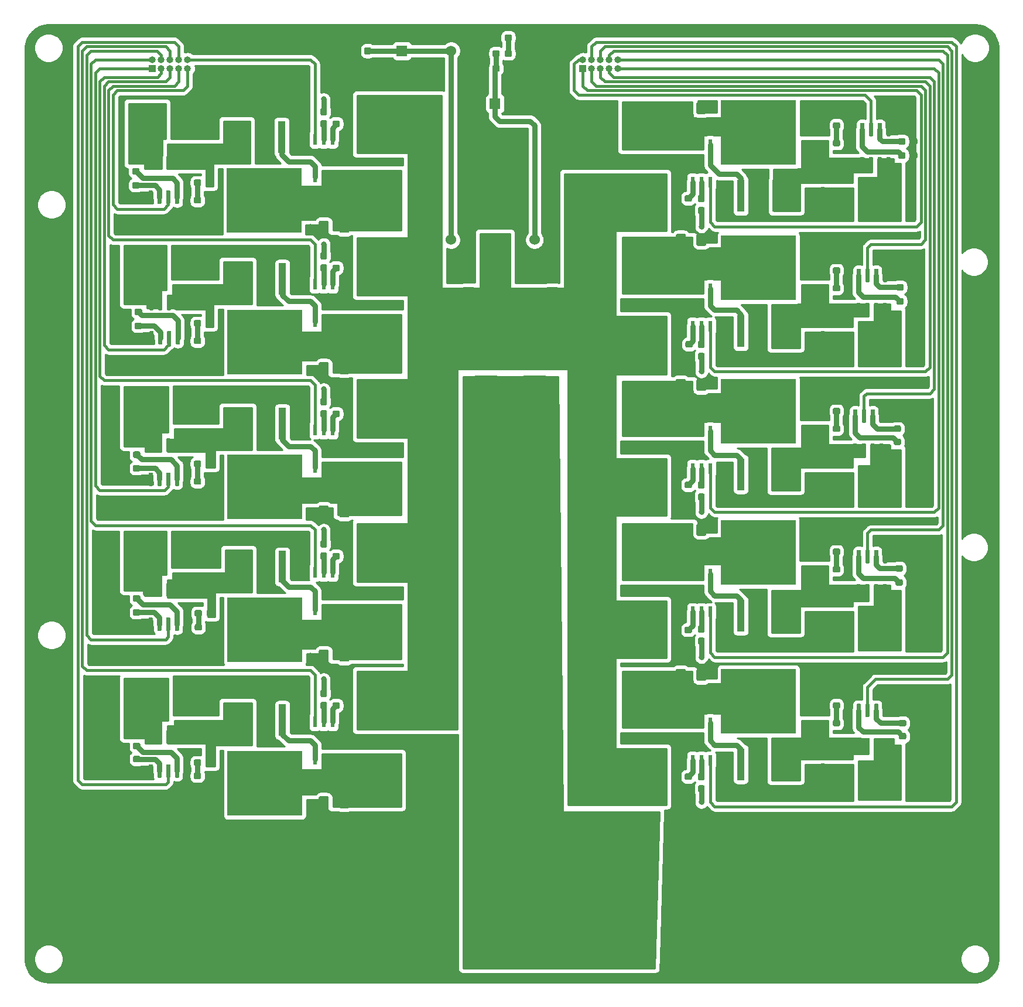
<source format=gbr>
G04 #@! TF.GenerationSoftware,KiCad,Pcbnew,(5.1.4)-1*
G04 #@! TF.CreationDate,2019-12-12T22:39:37-06:00*
G04 #@! TF.ProjectId,PowerBoard_Hardware,506f7765-7242-46f6-9172-645f48617264,rev?*
G04 #@! TF.SameCoordinates,Original*
G04 #@! TF.FileFunction,Copper,L1,Top*
G04 #@! TF.FilePolarity,Positive*
%FSLAX46Y46*%
G04 Gerber Fmt 4.6, Leading zero omitted, Abs format (unit mm)*
G04 Created by KiCad (PCBNEW (5.1.4)-1) date 2019-12-12 22:39:37*
%MOMM*%
%LPD*%
G04 APERTURE LIST*
%ADD10C,0.100000*%
%ADD11C,1.425000*%
%ADD12R,1.100000X4.600000*%
%ADD13R,10.800000X9.400000*%
%ADD14C,0.950000*%
%ADD15R,0.600000X1.550000*%
%ADD16C,5.080000*%
%ADD17C,2.819400*%
%ADD18C,0.600000*%
%ADD19C,18.288000*%
%ADD20C,1.524000*%
%ADD21C,2.400000*%
%ADD22R,2.400000X2.400000*%
%ADD23C,1.600000*%
%ADD24R,1.600000X1.600000*%
%ADD25O,3.200000X3.200000*%
%ADD26R,3.200000X3.200000*%
%ADD27R,1.000000X1.000000*%
%ADD28O,1.000000X1.000000*%
%ADD29C,0.800000*%
%ADD30C,0.762000*%
%ADD31C,0.381000*%
%ADD32C,0.254000*%
G04 APERTURE END LIST*
D10*
G36*
X195432004Y-124221204D02*
G01*
X195456273Y-124224804D01*
X195480071Y-124230765D01*
X195503171Y-124239030D01*
X195525349Y-124249520D01*
X195546393Y-124262133D01*
X195566098Y-124276747D01*
X195584277Y-124293223D01*
X195600753Y-124311402D01*
X195615367Y-124331107D01*
X195627980Y-124352151D01*
X195638470Y-124374329D01*
X195646735Y-124397429D01*
X195652696Y-124421227D01*
X195656296Y-124445496D01*
X195657500Y-124470000D01*
X195657500Y-125720000D01*
X195656296Y-125744504D01*
X195652696Y-125768773D01*
X195646735Y-125792571D01*
X195638470Y-125815671D01*
X195627980Y-125837849D01*
X195615367Y-125858893D01*
X195600753Y-125878598D01*
X195584277Y-125896777D01*
X195566098Y-125913253D01*
X195546393Y-125927867D01*
X195525349Y-125940480D01*
X195503171Y-125950970D01*
X195480071Y-125959235D01*
X195456273Y-125965196D01*
X195432004Y-125968796D01*
X195407500Y-125970000D01*
X194482500Y-125970000D01*
X194457996Y-125968796D01*
X194433727Y-125965196D01*
X194409929Y-125959235D01*
X194386829Y-125950970D01*
X194364651Y-125940480D01*
X194343607Y-125927867D01*
X194323902Y-125913253D01*
X194305723Y-125896777D01*
X194289247Y-125878598D01*
X194274633Y-125858893D01*
X194262020Y-125837849D01*
X194251530Y-125815671D01*
X194243265Y-125792571D01*
X194237304Y-125768773D01*
X194233704Y-125744504D01*
X194232500Y-125720000D01*
X194232500Y-124470000D01*
X194233704Y-124445496D01*
X194237304Y-124421227D01*
X194243265Y-124397429D01*
X194251530Y-124374329D01*
X194262020Y-124352151D01*
X194274633Y-124331107D01*
X194289247Y-124311402D01*
X194305723Y-124293223D01*
X194323902Y-124276747D01*
X194343607Y-124262133D01*
X194364651Y-124249520D01*
X194386829Y-124239030D01*
X194409929Y-124230765D01*
X194433727Y-124224804D01*
X194457996Y-124221204D01*
X194482500Y-124220000D01*
X195407500Y-124220000D01*
X195432004Y-124221204D01*
X195432004Y-124221204D01*
G37*
D11*
X194945000Y-125095000D03*
D10*
G36*
X192457004Y-124221204D02*
G01*
X192481273Y-124224804D01*
X192505071Y-124230765D01*
X192528171Y-124239030D01*
X192550349Y-124249520D01*
X192571393Y-124262133D01*
X192591098Y-124276747D01*
X192609277Y-124293223D01*
X192625753Y-124311402D01*
X192640367Y-124331107D01*
X192652980Y-124352151D01*
X192663470Y-124374329D01*
X192671735Y-124397429D01*
X192677696Y-124421227D01*
X192681296Y-124445496D01*
X192682500Y-124470000D01*
X192682500Y-125720000D01*
X192681296Y-125744504D01*
X192677696Y-125768773D01*
X192671735Y-125792571D01*
X192663470Y-125815671D01*
X192652980Y-125837849D01*
X192640367Y-125858893D01*
X192625753Y-125878598D01*
X192609277Y-125896777D01*
X192591098Y-125913253D01*
X192571393Y-125927867D01*
X192550349Y-125940480D01*
X192528171Y-125950970D01*
X192505071Y-125959235D01*
X192481273Y-125965196D01*
X192457004Y-125968796D01*
X192432500Y-125970000D01*
X191507500Y-125970000D01*
X191482996Y-125968796D01*
X191458727Y-125965196D01*
X191434929Y-125959235D01*
X191411829Y-125950970D01*
X191389651Y-125940480D01*
X191368607Y-125927867D01*
X191348902Y-125913253D01*
X191330723Y-125896777D01*
X191314247Y-125878598D01*
X191299633Y-125858893D01*
X191287020Y-125837849D01*
X191276530Y-125815671D01*
X191268265Y-125792571D01*
X191262304Y-125768773D01*
X191258704Y-125744504D01*
X191257500Y-125720000D01*
X191257500Y-124470000D01*
X191258704Y-124445496D01*
X191262304Y-124421227D01*
X191268265Y-124397429D01*
X191276530Y-124374329D01*
X191287020Y-124352151D01*
X191299633Y-124331107D01*
X191314247Y-124311402D01*
X191330723Y-124293223D01*
X191348902Y-124276747D01*
X191368607Y-124262133D01*
X191389651Y-124249520D01*
X191411829Y-124239030D01*
X191434929Y-124230765D01*
X191458727Y-124224804D01*
X191482996Y-124221204D01*
X191507500Y-124220000D01*
X192432500Y-124220000D01*
X192457004Y-124221204D01*
X192457004Y-124221204D01*
G37*
D11*
X191970000Y-125095000D03*
D10*
G36*
X140822004Y-142636204D02*
G01*
X140846273Y-142639804D01*
X140870071Y-142645765D01*
X140893171Y-142654030D01*
X140915349Y-142664520D01*
X140936393Y-142677133D01*
X140956098Y-142691747D01*
X140974277Y-142708223D01*
X140990753Y-142726402D01*
X141005367Y-142746107D01*
X141017980Y-142767151D01*
X141028470Y-142789329D01*
X141036735Y-142812429D01*
X141042696Y-142836227D01*
X141046296Y-142860496D01*
X141047500Y-142885000D01*
X141047500Y-144135000D01*
X141046296Y-144159504D01*
X141042696Y-144183773D01*
X141036735Y-144207571D01*
X141028470Y-144230671D01*
X141017980Y-144252849D01*
X141005367Y-144273893D01*
X140990753Y-144293598D01*
X140974277Y-144311777D01*
X140956098Y-144328253D01*
X140936393Y-144342867D01*
X140915349Y-144355480D01*
X140893171Y-144365970D01*
X140870071Y-144374235D01*
X140846273Y-144380196D01*
X140822004Y-144383796D01*
X140797500Y-144385000D01*
X139872500Y-144385000D01*
X139847996Y-144383796D01*
X139823727Y-144380196D01*
X139799929Y-144374235D01*
X139776829Y-144365970D01*
X139754651Y-144355480D01*
X139733607Y-144342867D01*
X139713902Y-144328253D01*
X139695723Y-144311777D01*
X139679247Y-144293598D01*
X139664633Y-144273893D01*
X139652020Y-144252849D01*
X139641530Y-144230671D01*
X139633265Y-144207571D01*
X139627304Y-144183773D01*
X139623704Y-144159504D01*
X139622500Y-144135000D01*
X139622500Y-142885000D01*
X139623704Y-142860496D01*
X139627304Y-142836227D01*
X139633265Y-142812429D01*
X139641530Y-142789329D01*
X139652020Y-142767151D01*
X139664633Y-142746107D01*
X139679247Y-142726402D01*
X139695723Y-142708223D01*
X139713902Y-142691747D01*
X139733607Y-142677133D01*
X139754651Y-142664520D01*
X139776829Y-142654030D01*
X139799929Y-142645765D01*
X139823727Y-142639804D01*
X139847996Y-142636204D01*
X139872500Y-142635000D01*
X140797500Y-142635000D01*
X140822004Y-142636204D01*
X140822004Y-142636204D01*
G37*
D11*
X140335000Y-143510000D03*
D10*
G36*
X143797004Y-142636204D02*
G01*
X143821273Y-142639804D01*
X143845071Y-142645765D01*
X143868171Y-142654030D01*
X143890349Y-142664520D01*
X143911393Y-142677133D01*
X143931098Y-142691747D01*
X143949277Y-142708223D01*
X143965753Y-142726402D01*
X143980367Y-142746107D01*
X143992980Y-142767151D01*
X144003470Y-142789329D01*
X144011735Y-142812429D01*
X144017696Y-142836227D01*
X144021296Y-142860496D01*
X144022500Y-142885000D01*
X144022500Y-144135000D01*
X144021296Y-144159504D01*
X144017696Y-144183773D01*
X144011735Y-144207571D01*
X144003470Y-144230671D01*
X143992980Y-144252849D01*
X143980367Y-144273893D01*
X143965753Y-144293598D01*
X143949277Y-144311777D01*
X143931098Y-144328253D01*
X143911393Y-144342867D01*
X143890349Y-144355480D01*
X143868171Y-144365970D01*
X143845071Y-144374235D01*
X143821273Y-144380196D01*
X143797004Y-144383796D01*
X143772500Y-144385000D01*
X142847500Y-144385000D01*
X142822996Y-144383796D01*
X142798727Y-144380196D01*
X142774929Y-144374235D01*
X142751829Y-144365970D01*
X142729651Y-144355480D01*
X142708607Y-144342867D01*
X142688902Y-144328253D01*
X142670723Y-144311777D01*
X142654247Y-144293598D01*
X142639633Y-144273893D01*
X142627020Y-144252849D01*
X142616530Y-144230671D01*
X142608265Y-144207571D01*
X142602304Y-144183773D01*
X142598704Y-144159504D01*
X142597500Y-144135000D01*
X142597500Y-142885000D01*
X142598704Y-142860496D01*
X142602304Y-142836227D01*
X142608265Y-142812429D01*
X142616530Y-142789329D01*
X142627020Y-142767151D01*
X142639633Y-142746107D01*
X142654247Y-142726402D01*
X142670723Y-142708223D01*
X142688902Y-142691747D01*
X142708607Y-142677133D01*
X142729651Y-142664520D01*
X142751829Y-142654030D01*
X142774929Y-142645765D01*
X142798727Y-142639804D01*
X142822996Y-142636204D01*
X142847500Y-142635000D01*
X143772500Y-142635000D01*
X143797004Y-142636204D01*
X143797004Y-142636204D01*
G37*
D11*
X143310000Y-143510000D03*
D10*
G36*
X140822004Y-121427204D02*
G01*
X140846273Y-121430804D01*
X140870071Y-121436765D01*
X140893171Y-121445030D01*
X140915349Y-121455520D01*
X140936393Y-121468133D01*
X140956098Y-121482747D01*
X140974277Y-121499223D01*
X140990753Y-121517402D01*
X141005367Y-121537107D01*
X141017980Y-121558151D01*
X141028470Y-121580329D01*
X141036735Y-121603429D01*
X141042696Y-121627227D01*
X141046296Y-121651496D01*
X141047500Y-121676000D01*
X141047500Y-122926000D01*
X141046296Y-122950504D01*
X141042696Y-122974773D01*
X141036735Y-122998571D01*
X141028470Y-123021671D01*
X141017980Y-123043849D01*
X141005367Y-123064893D01*
X140990753Y-123084598D01*
X140974277Y-123102777D01*
X140956098Y-123119253D01*
X140936393Y-123133867D01*
X140915349Y-123146480D01*
X140893171Y-123156970D01*
X140870071Y-123165235D01*
X140846273Y-123171196D01*
X140822004Y-123174796D01*
X140797500Y-123176000D01*
X139872500Y-123176000D01*
X139847996Y-123174796D01*
X139823727Y-123171196D01*
X139799929Y-123165235D01*
X139776829Y-123156970D01*
X139754651Y-123146480D01*
X139733607Y-123133867D01*
X139713902Y-123119253D01*
X139695723Y-123102777D01*
X139679247Y-123084598D01*
X139664633Y-123064893D01*
X139652020Y-123043849D01*
X139641530Y-123021671D01*
X139633265Y-122998571D01*
X139627304Y-122974773D01*
X139623704Y-122950504D01*
X139622500Y-122926000D01*
X139622500Y-121676000D01*
X139623704Y-121651496D01*
X139627304Y-121627227D01*
X139633265Y-121603429D01*
X139641530Y-121580329D01*
X139652020Y-121558151D01*
X139664633Y-121537107D01*
X139679247Y-121517402D01*
X139695723Y-121499223D01*
X139713902Y-121482747D01*
X139733607Y-121468133D01*
X139754651Y-121455520D01*
X139776829Y-121445030D01*
X139799929Y-121436765D01*
X139823727Y-121430804D01*
X139847996Y-121427204D01*
X139872500Y-121426000D01*
X140797500Y-121426000D01*
X140822004Y-121427204D01*
X140822004Y-121427204D01*
G37*
D11*
X140335000Y-122301000D03*
D10*
G36*
X143797004Y-121427204D02*
G01*
X143821273Y-121430804D01*
X143845071Y-121436765D01*
X143868171Y-121445030D01*
X143890349Y-121455520D01*
X143911393Y-121468133D01*
X143931098Y-121482747D01*
X143949277Y-121499223D01*
X143965753Y-121517402D01*
X143980367Y-121537107D01*
X143992980Y-121558151D01*
X144003470Y-121580329D01*
X144011735Y-121603429D01*
X144017696Y-121627227D01*
X144021296Y-121651496D01*
X144022500Y-121676000D01*
X144022500Y-122926000D01*
X144021296Y-122950504D01*
X144017696Y-122974773D01*
X144011735Y-122998571D01*
X144003470Y-123021671D01*
X143992980Y-123043849D01*
X143980367Y-123064893D01*
X143965753Y-123084598D01*
X143949277Y-123102777D01*
X143931098Y-123119253D01*
X143911393Y-123133867D01*
X143890349Y-123146480D01*
X143868171Y-123156970D01*
X143845071Y-123165235D01*
X143821273Y-123171196D01*
X143797004Y-123174796D01*
X143772500Y-123176000D01*
X142847500Y-123176000D01*
X142822996Y-123174796D01*
X142798727Y-123171196D01*
X142774929Y-123165235D01*
X142751829Y-123156970D01*
X142729651Y-123146480D01*
X142708607Y-123133867D01*
X142688902Y-123119253D01*
X142670723Y-123102777D01*
X142654247Y-123084598D01*
X142639633Y-123064893D01*
X142627020Y-123043849D01*
X142616530Y-123021671D01*
X142608265Y-122998571D01*
X142602304Y-122974773D01*
X142598704Y-122950504D01*
X142597500Y-122926000D01*
X142597500Y-121676000D01*
X142598704Y-121651496D01*
X142602304Y-121627227D01*
X142608265Y-121603429D01*
X142616530Y-121580329D01*
X142627020Y-121558151D01*
X142639633Y-121537107D01*
X142654247Y-121517402D01*
X142670723Y-121499223D01*
X142688902Y-121482747D01*
X142708607Y-121468133D01*
X142729651Y-121455520D01*
X142751829Y-121445030D01*
X142774929Y-121436765D01*
X142798727Y-121430804D01*
X142822996Y-121427204D01*
X142847500Y-121426000D01*
X143772500Y-121426000D01*
X143797004Y-121427204D01*
X143797004Y-121427204D01*
G37*
D11*
X143310000Y-122301000D03*
D10*
G36*
X195432004Y-103266204D02*
G01*
X195456273Y-103269804D01*
X195480071Y-103275765D01*
X195503171Y-103284030D01*
X195525349Y-103294520D01*
X195546393Y-103307133D01*
X195566098Y-103321747D01*
X195584277Y-103338223D01*
X195600753Y-103356402D01*
X195615367Y-103376107D01*
X195627980Y-103397151D01*
X195638470Y-103419329D01*
X195646735Y-103442429D01*
X195652696Y-103466227D01*
X195656296Y-103490496D01*
X195657500Y-103515000D01*
X195657500Y-104765000D01*
X195656296Y-104789504D01*
X195652696Y-104813773D01*
X195646735Y-104837571D01*
X195638470Y-104860671D01*
X195627980Y-104882849D01*
X195615367Y-104903893D01*
X195600753Y-104923598D01*
X195584277Y-104941777D01*
X195566098Y-104958253D01*
X195546393Y-104972867D01*
X195525349Y-104985480D01*
X195503171Y-104995970D01*
X195480071Y-105004235D01*
X195456273Y-105010196D01*
X195432004Y-105013796D01*
X195407500Y-105015000D01*
X194482500Y-105015000D01*
X194457996Y-105013796D01*
X194433727Y-105010196D01*
X194409929Y-105004235D01*
X194386829Y-104995970D01*
X194364651Y-104985480D01*
X194343607Y-104972867D01*
X194323902Y-104958253D01*
X194305723Y-104941777D01*
X194289247Y-104923598D01*
X194274633Y-104903893D01*
X194262020Y-104882849D01*
X194251530Y-104860671D01*
X194243265Y-104837571D01*
X194237304Y-104813773D01*
X194233704Y-104789504D01*
X194232500Y-104765000D01*
X194232500Y-103515000D01*
X194233704Y-103490496D01*
X194237304Y-103466227D01*
X194243265Y-103442429D01*
X194251530Y-103419329D01*
X194262020Y-103397151D01*
X194274633Y-103376107D01*
X194289247Y-103356402D01*
X194305723Y-103338223D01*
X194323902Y-103321747D01*
X194343607Y-103307133D01*
X194364651Y-103294520D01*
X194386829Y-103284030D01*
X194409929Y-103275765D01*
X194433727Y-103269804D01*
X194457996Y-103266204D01*
X194482500Y-103265000D01*
X195407500Y-103265000D01*
X195432004Y-103266204D01*
X195432004Y-103266204D01*
G37*
D11*
X194945000Y-104140000D03*
D10*
G36*
X192457004Y-103266204D02*
G01*
X192481273Y-103269804D01*
X192505071Y-103275765D01*
X192528171Y-103284030D01*
X192550349Y-103294520D01*
X192571393Y-103307133D01*
X192591098Y-103321747D01*
X192609277Y-103338223D01*
X192625753Y-103356402D01*
X192640367Y-103376107D01*
X192652980Y-103397151D01*
X192663470Y-103419329D01*
X192671735Y-103442429D01*
X192677696Y-103466227D01*
X192681296Y-103490496D01*
X192682500Y-103515000D01*
X192682500Y-104765000D01*
X192681296Y-104789504D01*
X192677696Y-104813773D01*
X192671735Y-104837571D01*
X192663470Y-104860671D01*
X192652980Y-104882849D01*
X192640367Y-104903893D01*
X192625753Y-104923598D01*
X192609277Y-104941777D01*
X192591098Y-104958253D01*
X192571393Y-104972867D01*
X192550349Y-104985480D01*
X192528171Y-104995970D01*
X192505071Y-105004235D01*
X192481273Y-105010196D01*
X192457004Y-105013796D01*
X192432500Y-105015000D01*
X191507500Y-105015000D01*
X191482996Y-105013796D01*
X191458727Y-105010196D01*
X191434929Y-105004235D01*
X191411829Y-104995970D01*
X191389651Y-104985480D01*
X191368607Y-104972867D01*
X191348902Y-104958253D01*
X191330723Y-104941777D01*
X191314247Y-104923598D01*
X191299633Y-104903893D01*
X191287020Y-104882849D01*
X191276530Y-104860671D01*
X191268265Y-104837571D01*
X191262304Y-104813773D01*
X191258704Y-104789504D01*
X191257500Y-104765000D01*
X191257500Y-103515000D01*
X191258704Y-103490496D01*
X191262304Y-103466227D01*
X191268265Y-103442429D01*
X191276530Y-103419329D01*
X191287020Y-103397151D01*
X191299633Y-103376107D01*
X191314247Y-103356402D01*
X191330723Y-103338223D01*
X191348902Y-103321747D01*
X191368607Y-103307133D01*
X191389651Y-103294520D01*
X191411829Y-103284030D01*
X191434929Y-103275765D01*
X191458727Y-103269804D01*
X191482996Y-103266204D01*
X191507500Y-103265000D01*
X192432500Y-103265000D01*
X192457004Y-103266204D01*
X192457004Y-103266204D01*
G37*
D11*
X191970000Y-104140000D03*
D10*
G36*
X195432004Y-82311204D02*
G01*
X195456273Y-82314804D01*
X195480071Y-82320765D01*
X195503171Y-82329030D01*
X195525349Y-82339520D01*
X195546393Y-82352133D01*
X195566098Y-82366747D01*
X195584277Y-82383223D01*
X195600753Y-82401402D01*
X195615367Y-82421107D01*
X195627980Y-82442151D01*
X195638470Y-82464329D01*
X195646735Y-82487429D01*
X195652696Y-82511227D01*
X195656296Y-82535496D01*
X195657500Y-82560000D01*
X195657500Y-83810000D01*
X195656296Y-83834504D01*
X195652696Y-83858773D01*
X195646735Y-83882571D01*
X195638470Y-83905671D01*
X195627980Y-83927849D01*
X195615367Y-83948893D01*
X195600753Y-83968598D01*
X195584277Y-83986777D01*
X195566098Y-84003253D01*
X195546393Y-84017867D01*
X195525349Y-84030480D01*
X195503171Y-84040970D01*
X195480071Y-84049235D01*
X195456273Y-84055196D01*
X195432004Y-84058796D01*
X195407500Y-84060000D01*
X194482500Y-84060000D01*
X194457996Y-84058796D01*
X194433727Y-84055196D01*
X194409929Y-84049235D01*
X194386829Y-84040970D01*
X194364651Y-84030480D01*
X194343607Y-84017867D01*
X194323902Y-84003253D01*
X194305723Y-83986777D01*
X194289247Y-83968598D01*
X194274633Y-83948893D01*
X194262020Y-83927849D01*
X194251530Y-83905671D01*
X194243265Y-83882571D01*
X194237304Y-83858773D01*
X194233704Y-83834504D01*
X194232500Y-83810000D01*
X194232500Y-82560000D01*
X194233704Y-82535496D01*
X194237304Y-82511227D01*
X194243265Y-82487429D01*
X194251530Y-82464329D01*
X194262020Y-82442151D01*
X194274633Y-82421107D01*
X194289247Y-82401402D01*
X194305723Y-82383223D01*
X194323902Y-82366747D01*
X194343607Y-82352133D01*
X194364651Y-82339520D01*
X194386829Y-82329030D01*
X194409929Y-82320765D01*
X194433727Y-82314804D01*
X194457996Y-82311204D01*
X194482500Y-82310000D01*
X195407500Y-82310000D01*
X195432004Y-82311204D01*
X195432004Y-82311204D01*
G37*
D11*
X194945000Y-83185000D03*
D10*
G36*
X192457004Y-82311204D02*
G01*
X192481273Y-82314804D01*
X192505071Y-82320765D01*
X192528171Y-82329030D01*
X192550349Y-82339520D01*
X192571393Y-82352133D01*
X192591098Y-82366747D01*
X192609277Y-82383223D01*
X192625753Y-82401402D01*
X192640367Y-82421107D01*
X192652980Y-82442151D01*
X192663470Y-82464329D01*
X192671735Y-82487429D01*
X192677696Y-82511227D01*
X192681296Y-82535496D01*
X192682500Y-82560000D01*
X192682500Y-83810000D01*
X192681296Y-83834504D01*
X192677696Y-83858773D01*
X192671735Y-83882571D01*
X192663470Y-83905671D01*
X192652980Y-83927849D01*
X192640367Y-83948893D01*
X192625753Y-83968598D01*
X192609277Y-83986777D01*
X192591098Y-84003253D01*
X192571393Y-84017867D01*
X192550349Y-84030480D01*
X192528171Y-84040970D01*
X192505071Y-84049235D01*
X192481273Y-84055196D01*
X192457004Y-84058796D01*
X192432500Y-84060000D01*
X191507500Y-84060000D01*
X191482996Y-84058796D01*
X191458727Y-84055196D01*
X191434929Y-84049235D01*
X191411829Y-84040970D01*
X191389651Y-84030480D01*
X191368607Y-84017867D01*
X191348902Y-84003253D01*
X191330723Y-83986777D01*
X191314247Y-83968598D01*
X191299633Y-83948893D01*
X191287020Y-83927849D01*
X191276530Y-83905671D01*
X191268265Y-83882571D01*
X191262304Y-83858773D01*
X191258704Y-83834504D01*
X191257500Y-83810000D01*
X191257500Y-82560000D01*
X191258704Y-82535496D01*
X191262304Y-82511227D01*
X191268265Y-82487429D01*
X191276530Y-82464329D01*
X191287020Y-82442151D01*
X191299633Y-82421107D01*
X191314247Y-82401402D01*
X191330723Y-82383223D01*
X191348902Y-82366747D01*
X191368607Y-82352133D01*
X191389651Y-82339520D01*
X191411829Y-82329030D01*
X191434929Y-82320765D01*
X191458727Y-82314804D01*
X191482996Y-82311204D01*
X191507500Y-82310000D01*
X192432500Y-82310000D01*
X192457004Y-82311204D01*
X192457004Y-82311204D01*
G37*
D11*
X191970000Y-83185000D03*
D10*
G36*
X195432004Y-61356204D02*
G01*
X195456273Y-61359804D01*
X195480071Y-61365765D01*
X195503171Y-61374030D01*
X195525349Y-61384520D01*
X195546393Y-61397133D01*
X195566098Y-61411747D01*
X195584277Y-61428223D01*
X195600753Y-61446402D01*
X195615367Y-61466107D01*
X195627980Y-61487151D01*
X195638470Y-61509329D01*
X195646735Y-61532429D01*
X195652696Y-61556227D01*
X195656296Y-61580496D01*
X195657500Y-61605000D01*
X195657500Y-62855000D01*
X195656296Y-62879504D01*
X195652696Y-62903773D01*
X195646735Y-62927571D01*
X195638470Y-62950671D01*
X195627980Y-62972849D01*
X195615367Y-62993893D01*
X195600753Y-63013598D01*
X195584277Y-63031777D01*
X195566098Y-63048253D01*
X195546393Y-63062867D01*
X195525349Y-63075480D01*
X195503171Y-63085970D01*
X195480071Y-63094235D01*
X195456273Y-63100196D01*
X195432004Y-63103796D01*
X195407500Y-63105000D01*
X194482500Y-63105000D01*
X194457996Y-63103796D01*
X194433727Y-63100196D01*
X194409929Y-63094235D01*
X194386829Y-63085970D01*
X194364651Y-63075480D01*
X194343607Y-63062867D01*
X194323902Y-63048253D01*
X194305723Y-63031777D01*
X194289247Y-63013598D01*
X194274633Y-62993893D01*
X194262020Y-62972849D01*
X194251530Y-62950671D01*
X194243265Y-62927571D01*
X194237304Y-62903773D01*
X194233704Y-62879504D01*
X194232500Y-62855000D01*
X194232500Y-61605000D01*
X194233704Y-61580496D01*
X194237304Y-61556227D01*
X194243265Y-61532429D01*
X194251530Y-61509329D01*
X194262020Y-61487151D01*
X194274633Y-61466107D01*
X194289247Y-61446402D01*
X194305723Y-61428223D01*
X194323902Y-61411747D01*
X194343607Y-61397133D01*
X194364651Y-61384520D01*
X194386829Y-61374030D01*
X194409929Y-61365765D01*
X194433727Y-61359804D01*
X194457996Y-61356204D01*
X194482500Y-61355000D01*
X195407500Y-61355000D01*
X195432004Y-61356204D01*
X195432004Y-61356204D01*
G37*
D11*
X194945000Y-62230000D03*
D10*
G36*
X192457004Y-61356204D02*
G01*
X192481273Y-61359804D01*
X192505071Y-61365765D01*
X192528171Y-61374030D01*
X192550349Y-61384520D01*
X192571393Y-61397133D01*
X192591098Y-61411747D01*
X192609277Y-61428223D01*
X192625753Y-61446402D01*
X192640367Y-61466107D01*
X192652980Y-61487151D01*
X192663470Y-61509329D01*
X192671735Y-61532429D01*
X192677696Y-61556227D01*
X192681296Y-61580496D01*
X192682500Y-61605000D01*
X192682500Y-62855000D01*
X192681296Y-62879504D01*
X192677696Y-62903773D01*
X192671735Y-62927571D01*
X192663470Y-62950671D01*
X192652980Y-62972849D01*
X192640367Y-62993893D01*
X192625753Y-63013598D01*
X192609277Y-63031777D01*
X192591098Y-63048253D01*
X192571393Y-63062867D01*
X192550349Y-63075480D01*
X192528171Y-63085970D01*
X192505071Y-63094235D01*
X192481273Y-63100196D01*
X192457004Y-63103796D01*
X192432500Y-63105000D01*
X191507500Y-63105000D01*
X191482996Y-63103796D01*
X191458727Y-63100196D01*
X191434929Y-63094235D01*
X191411829Y-63085970D01*
X191389651Y-63075480D01*
X191368607Y-63062867D01*
X191348902Y-63048253D01*
X191330723Y-63031777D01*
X191314247Y-63013598D01*
X191299633Y-62993893D01*
X191287020Y-62972849D01*
X191276530Y-62950671D01*
X191268265Y-62927571D01*
X191262304Y-62903773D01*
X191258704Y-62879504D01*
X191257500Y-62855000D01*
X191257500Y-61605000D01*
X191258704Y-61580496D01*
X191262304Y-61556227D01*
X191268265Y-61532429D01*
X191276530Y-61509329D01*
X191287020Y-61487151D01*
X191299633Y-61466107D01*
X191314247Y-61446402D01*
X191330723Y-61428223D01*
X191348902Y-61411747D01*
X191368607Y-61397133D01*
X191389651Y-61384520D01*
X191411829Y-61374030D01*
X191434929Y-61365765D01*
X191458727Y-61359804D01*
X191482996Y-61356204D01*
X191507500Y-61355000D01*
X192432500Y-61355000D01*
X192457004Y-61356204D01*
X192457004Y-61356204D01*
G37*
D11*
X191970000Y-62230000D03*
D10*
G36*
X195432004Y-42306204D02*
G01*
X195456273Y-42309804D01*
X195480071Y-42315765D01*
X195503171Y-42324030D01*
X195525349Y-42334520D01*
X195546393Y-42347133D01*
X195566098Y-42361747D01*
X195584277Y-42378223D01*
X195600753Y-42396402D01*
X195615367Y-42416107D01*
X195627980Y-42437151D01*
X195638470Y-42459329D01*
X195646735Y-42482429D01*
X195652696Y-42506227D01*
X195656296Y-42530496D01*
X195657500Y-42555000D01*
X195657500Y-43805000D01*
X195656296Y-43829504D01*
X195652696Y-43853773D01*
X195646735Y-43877571D01*
X195638470Y-43900671D01*
X195627980Y-43922849D01*
X195615367Y-43943893D01*
X195600753Y-43963598D01*
X195584277Y-43981777D01*
X195566098Y-43998253D01*
X195546393Y-44012867D01*
X195525349Y-44025480D01*
X195503171Y-44035970D01*
X195480071Y-44044235D01*
X195456273Y-44050196D01*
X195432004Y-44053796D01*
X195407500Y-44055000D01*
X194482500Y-44055000D01*
X194457996Y-44053796D01*
X194433727Y-44050196D01*
X194409929Y-44044235D01*
X194386829Y-44035970D01*
X194364651Y-44025480D01*
X194343607Y-44012867D01*
X194323902Y-43998253D01*
X194305723Y-43981777D01*
X194289247Y-43963598D01*
X194274633Y-43943893D01*
X194262020Y-43922849D01*
X194251530Y-43900671D01*
X194243265Y-43877571D01*
X194237304Y-43853773D01*
X194233704Y-43829504D01*
X194232500Y-43805000D01*
X194232500Y-42555000D01*
X194233704Y-42530496D01*
X194237304Y-42506227D01*
X194243265Y-42482429D01*
X194251530Y-42459329D01*
X194262020Y-42437151D01*
X194274633Y-42416107D01*
X194289247Y-42396402D01*
X194305723Y-42378223D01*
X194323902Y-42361747D01*
X194343607Y-42347133D01*
X194364651Y-42334520D01*
X194386829Y-42324030D01*
X194409929Y-42315765D01*
X194433727Y-42309804D01*
X194457996Y-42306204D01*
X194482500Y-42305000D01*
X195407500Y-42305000D01*
X195432004Y-42306204D01*
X195432004Y-42306204D01*
G37*
D11*
X194945000Y-43180000D03*
D10*
G36*
X192457004Y-42306204D02*
G01*
X192481273Y-42309804D01*
X192505071Y-42315765D01*
X192528171Y-42324030D01*
X192550349Y-42334520D01*
X192571393Y-42347133D01*
X192591098Y-42361747D01*
X192609277Y-42378223D01*
X192625753Y-42396402D01*
X192640367Y-42416107D01*
X192652980Y-42437151D01*
X192663470Y-42459329D01*
X192671735Y-42482429D01*
X192677696Y-42506227D01*
X192681296Y-42530496D01*
X192682500Y-42555000D01*
X192682500Y-43805000D01*
X192681296Y-43829504D01*
X192677696Y-43853773D01*
X192671735Y-43877571D01*
X192663470Y-43900671D01*
X192652980Y-43922849D01*
X192640367Y-43943893D01*
X192625753Y-43963598D01*
X192609277Y-43981777D01*
X192591098Y-43998253D01*
X192571393Y-44012867D01*
X192550349Y-44025480D01*
X192528171Y-44035970D01*
X192505071Y-44044235D01*
X192481273Y-44050196D01*
X192457004Y-44053796D01*
X192432500Y-44055000D01*
X191507500Y-44055000D01*
X191482996Y-44053796D01*
X191458727Y-44050196D01*
X191434929Y-44044235D01*
X191411829Y-44035970D01*
X191389651Y-44025480D01*
X191368607Y-44012867D01*
X191348902Y-43998253D01*
X191330723Y-43981777D01*
X191314247Y-43963598D01*
X191299633Y-43943893D01*
X191287020Y-43922849D01*
X191276530Y-43900671D01*
X191268265Y-43877571D01*
X191262304Y-43853773D01*
X191258704Y-43829504D01*
X191257500Y-43805000D01*
X191257500Y-42555000D01*
X191258704Y-42530496D01*
X191262304Y-42506227D01*
X191268265Y-42482429D01*
X191276530Y-42459329D01*
X191287020Y-42437151D01*
X191299633Y-42416107D01*
X191314247Y-42396402D01*
X191330723Y-42378223D01*
X191348902Y-42361747D01*
X191368607Y-42347133D01*
X191389651Y-42334520D01*
X191411829Y-42324030D01*
X191434929Y-42315765D01*
X191458727Y-42309804D01*
X191482996Y-42306204D01*
X191507500Y-42305000D01*
X192432500Y-42305000D01*
X192457004Y-42306204D01*
X192457004Y-42306204D01*
G37*
D11*
X191970000Y-43180000D03*
D10*
G36*
X140822004Y-100599204D02*
G01*
X140846273Y-100602804D01*
X140870071Y-100608765D01*
X140893171Y-100617030D01*
X140915349Y-100627520D01*
X140936393Y-100640133D01*
X140956098Y-100654747D01*
X140974277Y-100671223D01*
X140990753Y-100689402D01*
X141005367Y-100709107D01*
X141017980Y-100730151D01*
X141028470Y-100752329D01*
X141036735Y-100775429D01*
X141042696Y-100799227D01*
X141046296Y-100823496D01*
X141047500Y-100848000D01*
X141047500Y-102098000D01*
X141046296Y-102122504D01*
X141042696Y-102146773D01*
X141036735Y-102170571D01*
X141028470Y-102193671D01*
X141017980Y-102215849D01*
X141005367Y-102236893D01*
X140990753Y-102256598D01*
X140974277Y-102274777D01*
X140956098Y-102291253D01*
X140936393Y-102305867D01*
X140915349Y-102318480D01*
X140893171Y-102328970D01*
X140870071Y-102337235D01*
X140846273Y-102343196D01*
X140822004Y-102346796D01*
X140797500Y-102348000D01*
X139872500Y-102348000D01*
X139847996Y-102346796D01*
X139823727Y-102343196D01*
X139799929Y-102337235D01*
X139776829Y-102328970D01*
X139754651Y-102318480D01*
X139733607Y-102305867D01*
X139713902Y-102291253D01*
X139695723Y-102274777D01*
X139679247Y-102256598D01*
X139664633Y-102236893D01*
X139652020Y-102215849D01*
X139641530Y-102193671D01*
X139633265Y-102170571D01*
X139627304Y-102146773D01*
X139623704Y-102122504D01*
X139622500Y-102098000D01*
X139622500Y-100848000D01*
X139623704Y-100823496D01*
X139627304Y-100799227D01*
X139633265Y-100775429D01*
X139641530Y-100752329D01*
X139652020Y-100730151D01*
X139664633Y-100709107D01*
X139679247Y-100689402D01*
X139695723Y-100671223D01*
X139713902Y-100654747D01*
X139733607Y-100640133D01*
X139754651Y-100627520D01*
X139776829Y-100617030D01*
X139799929Y-100608765D01*
X139823727Y-100602804D01*
X139847996Y-100599204D01*
X139872500Y-100598000D01*
X140797500Y-100598000D01*
X140822004Y-100599204D01*
X140822004Y-100599204D01*
G37*
D11*
X140335000Y-101473000D03*
D10*
G36*
X143797004Y-100599204D02*
G01*
X143821273Y-100602804D01*
X143845071Y-100608765D01*
X143868171Y-100617030D01*
X143890349Y-100627520D01*
X143911393Y-100640133D01*
X143931098Y-100654747D01*
X143949277Y-100671223D01*
X143965753Y-100689402D01*
X143980367Y-100709107D01*
X143992980Y-100730151D01*
X144003470Y-100752329D01*
X144011735Y-100775429D01*
X144017696Y-100799227D01*
X144021296Y-100823496D01*
X144022500Y-100848000D01*
X144022500Y-102098000D01*
X144021296Y-102122504D01*
X144017696Y-102146773D01*
X144011735Y-102170571D01*
X144003470Y-102193671D01*
X143992980Y-102215849D01*
X143980367Y-102236893D01*
X143965753Y-102256598D01*
X143949277Y-102274777D01*
X143931098Y-102291253D01*
X143911393Y-102305867D01*
X143890349Y-102318480D01*
X143868171Y-102328970D01*
X143845071Y-102337235D01*
X143821273Y-102343196D01*
X143797004Y-102346796D01*
X143772500Y-102348000D01*
X142847500Y-102348000D01*
X142822996Y-102346796D01*
X142798727Y-102343196D01*
X142774929Y-102337235D01*
X142751829Y-102328970D01*
X142729651Y-102318480D01*
X142708607Y-102305867D01*
X142688902Y-102291253D01*
X142670723Y-102274777D01*
X142654247Y-102256598D01*
X142639633Y-102236893D01*
X142627020Y-102215849D01*
X142616530Y-102193671D01*
X142608265Y-102170571D01*
X142602304Y-102146773D01*
X142598704Y-102122504D01*
X142597500Y-102098000D01*
X142597500Y-100848000D01*
X142598704Y-100823496D01*
X142602304Y-100799227D01*
X142608265Y-100775429D01*
X142616530Y-100752329D01*
X142627020Y-100730151D01*
X142639633Y-100709107D01*
X142654247Y-100689402D01*
X142670723Y-100671223D01*
X142688902Y-100654747D01*
X142708607Y-100640133D01*
X142729651Y-100627520D01*
X142751829Y-100617030D01*
X142774929Y-100608765D01*
X142798727Y-100602804D01*
X142822996Y-100599204D01*
X142847500Y-100598000D01*
X143772500Y-100598000D01*
X143797004Y-100599204D01*
X143797004Y-100599204D01*
G37*
D11*
X143310000Y-101473000D03*
D10*
G36*
X140822004Y-79898204D02*
G01*
X140846273Y-79901804D01*
X140870071Y-79907765D01*
X140893171Y-79916030D01*
X140915349Y-79926520D01*
X140936393Y-79939133D01*
X140956098Y-79953747D01*
X140974277Y-79970223D01*
X140990753Y-79988402D01*
X141005367Y-80008107D01*
X141017980Y-80029151D01*
X141028470Y-80051329D01*
X141036735Y-80074429D01*
X141042696Y-80098227D01*
X141046296Y-80122496D01*
X141047500Y-80147000D01*
X141047500Y-81397000D01*
X141046296Y-81421504D01*
X141042696Y-81445773D01*
X141036735Y-81469571D01*
X141028470Y-81492671D01*
X141017980Y-81514849D01*
X141005367Y-81535893D01*
X140990753Y-81555598D01*
X140974277Y-81573777D01*
X140956098Y-81590253D01*
X140936393Y-81604867D01*
X140915349Y-81617480D01*
X140893171Y-81627970D01*
X140870071Y-81636235D01*
X140846273Y-81642196D01*
X140822004Y-81645796D01*
X140797500Y-81647000D01*
X139872500Y-81647000D01*
X139847996Y-81645796D01*
X139823727Y-81642196D01*
X139799929Y-81636235D01*
X139776829Y-81627970D01*
X139754651Y-81617480D01*
X139733607Y-81604867D01*
X139713902Y-81590253D01*
X139695723Y-81573777D01*
X139679247Y-81555598D01*
X139664633Y-81535893D01*
X139652020Y-81514849D01*
X139641530Y-81492671D01*
X139633265Y-81469571D01*
X139627304Y-81445773D01*
X139623704Y-81421504D01*
X139622500Y-81397000D01*
X139622500Y-80147000D01*
X139623704Y-80122496D01*
X139627304Y-80098227D01*
X139633265Y-80074429D01*
X139641530Y-80051329D01*
X139652020Y-80029151D01*
X139664633Y-80008107D01*
X139679247Y-79988402D01*
X139695723Y-79970223D01*
X139713902Y-79953747D01*
X139733607Y-79939133D01*
X139754651Y-79926520D01*
X139776829Y-79916030D01*
X139799929Y-79907765D01*
X139823727Y-79901804D01*
X139847996Y-79898204D01*
X139872500Y-79897000D01*
X140797500Y-79897000D01*
X140822004Y-79898204D01*
X140822004Y-79898204D01*
G37*
D11*
X140335000Y-80772000D03*
D10*
G36*
X143797004Y-79898204D02*
G01*
X143821273Y-79901804D01*
X143845071Y-79907765D01*
X143868171Y-79916030D01*
X143890349Y-79926520D01*
X143911393Y-79939133D01*
X143931098Y-79953747D01*
X143949277Y-79970223D01*
X143965753Y-79988402D01*
X143980367Y-80008107D01*
X143992980Y-80029151D01*
X144003470Y-80051329D01*
X144011735Y-80074429D01*
X144017696Y-80098227D01*
X144021296Y-80122496D01*
X144022500Y-80147000D01*
X144022500Y-81397000D01*
X144021296Y-81421504D01*
X144017696Y-81445773D01*
X144011735Y-81469571D01*
X144003470Y-81492671D01*
X143992980Y-81514849D01*
X143980367Y-81535893D01*
X143965753Y-81555598D01*
X143949277Y-81573777D01*
X143931098Y-81590253D01*
X143911393Y-81604867D01*
X143890349Y-81617480D01*
X143868171Y-81627970D01*
X143845071Y-81636235D01*
X143821273Y-81642196D01*
X143797004Y-81645796D01*
X143772500Y-81647000D01*
X142847500Y-81647000D01*
X142822996Y-81645796D01*
X142798727Y-81642196D01*
X142774929Y-81636235D01*
X142751829Y-81627970D01*
X142729651Y-81617480D01*
X142708607Y-81604867D01*
X142688902Y-81590253D01*
X142670723Y-81573777D01*
X142654247Y-81555598D01*
X142639633Y-81535893D01*
X142627020Y-81514849D01*
X142616530Y-81492671D01*
X142608265Y-81469571D01*
X142602304Y-81445773D01*
X142598704Y-81421504D01*
X142597500Y-81397000D01*
X142597500Y-80147000D01*
X142598704Y-80122496D01*
X142602304Y-80098227D01*
X142608265Y-80074429D01*
X142616530Y-80051329D01*
X142627020Y-80029151D01*
X142639633Y-80008107D01*
X142654247Y-79988402D01*
X142670723Y-79970223D01*
X142688902Y-79953747D01*
X142708607Y-79939133D01*
X142729651Y-79926520D01*
X142751829Y-79916030D01*
X142774929Y-79907765D01*
X142798727Y-79901804D01*
X142822996Y-79898204D01*
X142847500Y-79897000D01*
X143772500Y-79897000D01*
X143797004Y-79898204D01*
X143797004Y-79898204D01*
G37*
D11*
X143310000Y-80772000D03*
D10*
G36*
X140822004Y-59451204D02*
G01*
X140846273Y-59454804D01*
X140870071Y-59460765D01*
X140893171Y-59469030D01*
X140915349Y-59479520D01*
X140936393Y-59492133D01*
X140956098Y-59506747D01*
X140974277Y-59523223D01*
X140990753Y-59541402D01*
X141005367Y-59561107D01*
X141017980Y-59582151D01*
X141028470Y-59604329D01*
X141036735Y-59627429D01*
X141042696Y-59651227D01*
X141046296Y-59675496D01*
X141047500Y-59700000D01*
X141047500Y-60950000D01*
X141046296Y-60974504D01*
X141042696Y-60998773D01*
X141036735Y-61022571D01*
X141028470Y-61045671D01*
X141017980Y-61067849D01*
X141005367Y-61088893D01*
X140990753Y-61108598D01*
X140974277Y-61126777D01*
X140956098Y-61143253D01*
X140936393Y-61157867D01*
X140915349Y-61170480D01*
X140893171Y-61180970D01*
X140870071Y-61189235D01*
X140846273Y-61195196D01*
X140822004Y-61198796D01*
X140797500Y-61200000D01*
X139872500Y-61200000D01*
X139847996Y-61198796D01*
X139823727Y-61195196D01*
X139799929Y-61189235D01*
X139776829Y-61180970D01*
X139754651Y-61170480D01*
X139733607Y-61157867D01*
X139713902Y-61143253D01*
X139695723Y-61126777D01*
X139679247Y-61108598D01*
X139664633Y-61088893D01*
X139652020Y-61067849D01*
X139641530Y-61045671D01*
X139633265Y-61022571D01*
X139627304Y-60998773D01*
X139623704Y-60974504D01*
X139622500Y-60950000D01*
X139622500Y-59700000D01*
X139623704Y-59675496D01*
X139627304Y-59651227D01*
X139633265Y-59627429D01*
X139641530Y-59604329D01*
X139652020Y-59582151D01*
X139664633Y-59561107D01*
X139679247Y-59541402D01*
X139695723Y-59523223D01*
X139713902Y-59506747D01*
X139733607Y-59492133D01*
X139754651Y-59479520D01*
X139776829Y-59469030D01*
X139799929Y-59460765D01*
X139823727Y-59454804D01*
X139847996Y-59451204D01*
X139872500Y-59450000D01*
X140797500Y-59450000D01*
X140822004Y-59451204D01*
X140822004Y-59451204D01*
G37*
D11*
X140335000Y-60325000D03*
D10*
G36*
X143797004Y-59451204D02*
G01*
X143821273Y-59454804D01*
X143845071Y-59460765D01*
X143868171Y-59469030D01*
X143890349Y-59479520D01*
X143911393Y-59492133D01*
X143931098Y-59506747D01*
X143949277Y-59523223D01*
X143965753Y-59541402D01*
X143980367Y-59561107D01*
X143992980Y-59582151D01*
X144003470Y-59604329D01*
X144011735Y-59627429D01*
X144017696Y-59651227D01*
X144021296Y-59675496D01*
X144022500Y-59700000D01*
X144022500Y-60950000D01*
X144021296Y-60974504D01*
X144017696Y-60998773D01*
X144011735Y-61022571D01*
X144003470Y-61045671D01*
X143992980Y-61067849D01*
X143980367Y-61088893D01*
X143965753Y-61108598D01*
X143949277Y-61126777D01*
X143931098Y-61143253D01*
X143911393Y-61157867D01*
X143890349Y-61170480D01*
X143868171Y-61180970D01*
X143845071Y-61189235D01*
X143821273Y-61195196D01*
X143797004Y-61198796D01*
X143772500Y-61200000D01*
X142847500Y-61200000D01*
X142822996Y-61198796D01*
X142798727Y-61195196D01*
X142774929Y-61189235D01*
X142751829Y-61180970D01*
X142729651Y-61170480D01*
X142708607Y-61157867D01*
X142688902Y-61143253D01*
X142670723Y-61126777D01*
X142654247Y-61108598D01*
X142639633Y-61088893D01*
X142627020Y-61067849D01*
X142616530Y-61045671D01*
X142608265Y-61022571D01*
X142602304Y-60998773D01*
X142598704Y-60974504D01*
X142597500Y-60950000D01*
X142597500Y-59700000D01*
X142598704Y-59675496D01*
X142602304Y-59651227D01*
X142608265Y-59627429D01*
X142616530Y-59604329D01*
X142627020Y-59582151D01*
X142639633Y-59561107D01*
X142654247Y-59541402D01*
X142670723Y-59523223D01*
X142688902Y-59506747D01*
X142708607Y-59492133D01*
X142729651Y-59479520D01*
X142751829Y-59469030D01*
X142774929Y-59460765D01*
X142798727Y-59454804D01*
X142822996Y-59451204D01*
X142847500Y-59450000D01*
X143772500Y-59450000D01*
X143797004Y-59451204D01*
X143797004Y-59451204D01*
G37*
D11*
X143310000Y-60325000D03*
D12*
X200660000Y-96145000D03*
X205740000Y-96145000D03*
D13*
X203200000Y-86995000D03*
D10*
G36*
X144173779Y-129066144D02*
G01*
X144196834Y-129069563D01*
X144219443Y-129075227D01*
X144241387Y-129083079D01*
X144262457Y-129093044D01*
X144282448Y-129105026D01*
X144301168Y-129118910D01*
X144318438Y-129134562D01*
X144334090Y-129151832D01*
X144347974Y-129170552D01*
X144359956Y-129190543D01*
X144369921Y-129211613D01*
X144377773Y-129233557D01*
X144383437Y-129256166D01*
X144386856Y-129279221D01*
X144388000Y-129302500D01*
X144388000Y-129777500D01*
X144386856Y-129800779D01*
X144383437Y-129823834D01*
X144377773Y-129846443D01*
X144369921Y-129868387D01*
X144359956Y-129889457D01*
X144347974Y-129909448D01*
X144334090Y-129928168D01*
X144318438Y-129945438D01*
X144301168Y-129961090D01*
X144282448Y-129974974D01*
X144262457Y-129986956D01*
X144241387Y-129996921D01*
X144219443Y-130004773D01*
X144196834Y-130010437D01*
X144173779Y-130013856D01*
X144150500Y-130015000D01*
X143575500Y-130015000D01*
X143552221Y-130013856D01*
X143529166Y-130010437D01*
X143506557Y-130004773D01*
X143484613Y-129996921D01*
X143463543Y-129986956D01*
X143443552Y-129974974D01*
X143424832Y-129961090D01*
X143407562Y-129945438D01*
X143391910Y-129928168D01*
X143378026Y-129909448D01*
X143366044Y-129889457D01*
X143356079Y-129868387D01*
X143348227Y-129846443D01*
X143342563Y-129823834D01*
X143339144Y-129800779D01*
X143338000Y-129777500D01*
X143338000Y-129302500D01*
X143339144Y-129279221D01*
X143342563Y-129256166D01*
X143348227Y-129233557D01*
X143356079Y-129211613D01*
X143366044Y-129190543D01*
X143378026Y-129170552D01*
X143391910Y-129151832D01*
X143407562Y-129134562D01*
X143424832Y-129118910D01*
X143443552Y-129105026D01*
X143463543Y-129093044D01*
X143484613Y-129083079D01*
X143506557Y-129075227D01*
X143529166Y-129069563D01*
X143552221Y-129066144D01*
X143575500Y-129065000D01*
X144150500Y-129065000D01*
X144173779Y-129066144D01*
X144173779Y-129066144D01*
G37*
D14*
X143863000Y-129540000D03*
D10*
G36*
X142423779Y-129066144D02*
G01*
X142446834Y-129069563D01*
X142469443Y-129075227D01*
X142491387Y-129083079D01*
X142512457Y-129093044D01*
X142532448Y-129105026D01*
X142551168Y-129118910D01*
X142568438Y-129134562D01*
X142584090Y-129151832D01*
X142597974Y-129170552D01*
X142609956Y-129190543D01*
X142619921Y-129211613D01*
X142627773Y-129233557D01*
X142633437Y-129256166D01*
X142636856Y-129279221D01*
X142638000Y-129302500D01*
X142638000Y-129777500D01*
X142636856Y-129800779D01*
X142633437Y-129823834D01*
X142627773Y-129846443D01*
X142619921Y-129868387D01*
X142609956Y-129889457D01*
X142597974Y-129909448D01*
X142584090Y-129928168D01*
X142568438Y-129945438D01*
X142551168Y-129961090D01*
X142532448Y-129974974D01*
X142512457Y-129986956D01*
X142491387Y-129996921D01*
X142469443Y-130004773D01*
X142446834Y-130010437D01*
X142423779Y-130013856D01*
X142400500Y-130015000D01*
X141825500Y-130015000D01*
X141802221Y-130013856D01*
X141779166Y-130010437D01*
X141756557Y-130004773D01*
X141734613Y-129996921D01*
X141713543Y-129986956D01*
X141693552Y-129974974D01*
X141674832Y-129961090D01*
X141657562Y-129945438D01*
X141641910Y-129928168D01*
X141628026Y-129909448D01*
X141616044Y-129889457D01*
X141606079Y-129868387D01*
X141598227Y-129846443D01*
X141592563Y-129823834D01*
X141589144Y-129800779D01*
X141588000Y-129777500D01*
X141588000Y-129302500D01*
X141589144Y-129279221D01*
X141592563Y-129256166D01*
X141598227Y-129233557D01*
X141606079Y-129211613D01*
X141616044Y-129190543D01*
X141628026Y-129170552D01*
X141641910Y-129151832D01*
X141657562Y-129134562D01*
X141674832Y-129118910D01*
X141693552Y-129105026D01*
X141713543Y-129093044D01*
X141734613Y-129083079D01*
X141756557Y-129075227D01*
X141779166Y-129069563D01*
X141802221Y-129066144D01*
X141825500Y-129065000D01*
X142400500Y-129065000D01*
X142423779Y-129066144D01*
X142423779Y-129066144D01*
G37*
D14*
X142113000Y-129540000D03*
D15*
X142875000Y-131920000D03*
X141605000Y-131920000D03*
X140335000Y-131920000D03*
X139065000Y-131920000D03*
X139065000Y-137320000D03*
X140335000Y-137320000D03*
X142875000Y-137320000D03*
D10*
G36*
X140595779Y-129016144D02*
G01*
X140618834Y-129019563D01*
X140641443Y-129025227D01*
X140663387Y-129033079D01*
X140684457Y-129043044D01*
X140704448Y-129055026D01*
X140723168Y-129068910D01*
X140740438Y-129084562D01*
X140756090Y-129101832D01*
X140769974Y-129120552D01*
X140781956Y-129140543D01*
X140791921Y-129161613D01*
X140799773Y-129183557D01*
X140805437Y-129206166D01*
X140808856Y-129229221D01*
X140810000Y-129252500D01*
X140810000Y-129827500D01*
X140808856Y-129850779D01*
X140805437Y-129873834D01*
X140799773Y-129896443D01*
X140791921Y-129918387D01*
X140781956Y-129939457D01*
X140769974Y-129959448D01*
X140756090Y-129978168D01*
X140740438Y-129995438D01*
X140723168Y-130011090D01*
X140704448Y-130024974D01*
X140684457Y-130036956D01*
X140663387Y-130046921D01*
X140641443Y-130054773D01*
X140618834Y-130060437D01*
X140595779Y-130063856D01*
X140572500Y-130065000D01*
X140097500Y-130065000D01*
X140074221Y-130063856D01*
X140051166Y-130060437D01*
X140028557Y-130054773D01*
X140006613Y-130046921D01*
X139985543Y-130036956D01*
X139965552Y-130024974D01*
X139946832Y-130011090D01*
X139929562Y-129995438D01*
X139913910Y-129978168D01*
X139900026Y-129959448D01*
X139888044Y-129939457D01*
X139878079Y-129918387D01*
X139870227Y-129896443D01*
X139864563Y-129873834D01*
X139861144Y-129850779D01*
X139860000Y-129827500D01*
X139860000Y-129252500D01*
X139861144Y-129229221D01*
X139864563Y-129206166D01*
X139870227Y-129183557D01*
X139878079Y-129161613D01*
X139888044Y-129140543D01*
X139900026Y-129120552D01*
X139913910Y-129101832D01*
X139929562Y-129084562D01*
X139946832Y-129068910D01*
X139965552Y-129055026D01*
X139985543Y-129043044D01*
X140006613Y-129033079D01*
X140028557Y-129025227D01*
X140051166Y-129019563D01*
X140074221Y-129016144D01*
X140097500Y-129015000D01*
X140572500Y-129015000D01*
X140595779Y-129016144D01*
X140595779Y-129016144D01*
G37*
D14*
X140335000Y-129540000D03*
D10*
G36*
X140595779Y-127266144D02*
G01*
X140618834Y-127269563D01*
X140641443Y-127275227D01*
X140663387Y-127283079D01*
X140684457Y-127293044D01*
X140704448Y-127305026D01*
X140723168Y-127318910D01*
X140740438Y-127334562D01*
X140756090Y-127351832D01*
X140769974Y-127370552D01*
X140781956Y-127390543D01*
X140791921Y-127411613D01*
X140799773Y-127433557D01*
X140805437Y-127456166D01*
X140808856Y-127479221D01*
X140810000Y-127502500D01*
X140810000Y-128077500D01*
X140808856Y-128100779D01*
X140805437Y-128123834D01*
X140799773Y-128146443D01*
X140791921Y-128168387D01*
X140781956Y-128189457D01*
X140769974Y-128209448D01*
X140756090Y-128228168D01*
X140740438Y-128245438D01*
X140723168Y-128261090D01*
X140704448Y-128274974D01*
X140684457Y-128286956D01*
X140663387Y-128296921D01*
X140641443Y-128304773D01*
X140618834Y-128310437D01*
X140595779Y-128313856D01*
X140572500Y-128315000D01*
X140097500Y-128315000D01*
X140074221Y-128313856D01*
X140051166Y-128310437D01*
X140028557Y-128304773D01*
X140006613Y-128296921D01*
X139985543Y-128286956D01*
X139965552Y-128274974D01*
X139946832Y-128261090D01*
X139929562Y-128245438D01*
X139913910Y-128228168D01*
X139900026Y-128209448D01*
X139888044Y-128189457D01*
X139878079Y-128168387D01*
X139870227Y-128146443D01*
X139864563Y-128123834D01*
X139861144Y-128100779D01*
X139860000Y-128077500D01*
X139860000Y-127502500D01*
X139861144Y-127479221D01*
X139864563Y-127456166D01*
X139870227Y-127433557D01*
X139878079Y-127411613D01*
X139888044Y-127390543D01*
X139900026Y-127370552D01*
X139913910Y-127351832D01*
X139929562Y-127334562D01*
X139946832Y-127318910D01*
X139965552Y-127305026D01*
X139985543Y-127293044D01*
X140006613Y-127283079D01*
X140028557Y-127275227D01*
X140051166Y-127269563D01*
X140074221Y-127266144D01*
X140097500Y-127265000D01*
X140572500Y-127265000D01*
X140595779Y-127266144D01*
X140595779Y-127266144D01*
G37*
D14*
X140335000Y-127790000D03*
D16*
X122555000Y-45212000D03*
X114681000Y-45212000D03*
D17*
X188341000Y-106172000D03*
X184912000Y-106172000D03*
X184912000Y-119634000D03*
X188341000Y-119634000D03*
X188341000Y-85598000D03*
X184912000Y-85598000D03*
X184912000Y-99060000D03*
X188341000Y-99060000D03*
D10*
G36*
X112098779Y-72170144D02*
G01*
X112121834Y-72173563D01*
X112144443Y-72179227D01*
X112166387Y-72187079D01*
X112187457Y-72197044D01*
X112207448Y-72209026D01*
X112226168Y-72222910D01*
X112243438Y-72238562D01*
X112259090Y-72255832D01*
X112272974Y-72274552D01*
X112284956Y-72294543D01*
X112294921Y-72315613D01*
X112302773Y-72337557D01*
X112308437Y-72360166D01*
X112311856Y-72383221D01*
X112313000Y-72406500D01*
X112313000Y-72881500D01*
X112311856Y-72904779D01*
X112308437Y-72927834D01*
X112302773Y-72950443D01*
X112294921Y-72972387D01*
X112284956Y-72993457D01*
X112272974Y-73013448D01*
X112259090Y-73032168D01*
X112243438Y-73049438D01*
X112226168Y-73065090D01*
X112207448Y-73078974D01*
X112187457Y-73090956D01*
X112166387Y-73100921D01*
X112144443Y-73108773D01*
X112121834Y-73114437D01*
X112098779Y-73117856D01*
X112075500Y-73119000D01*
X111500500Y-73119000D01*
X111477221Y-73117856D01*
X111454166Y-73114437D01*
X111431557Y-73108773D01*
X111409613Y-73100921D01*
X111388543Y-73090956D01*
X111368552Y-73078974D01*
X111349832Y-73065090D01*
X111332562Y-73049438D01*
X111316910Y-73032168D01*
X111303026Y-73013448D01*
X111291044Y-72993457D01*
X111281079Y-72972387D01*
X111273227Y-72950443D01*
X111267563Y-72927834D01*
X111264144Y-72904779D01*
X111263000Y-72881500D01*
X111263000Y-72406500D01*
X111264144Y-72383221D01*
X111267563Y-72360166D01*
X111273227Y-72337557D01*
X111281079Y-72315613D01*
X111291044Y-72294543D01*
X111303026Y-72274552D01*
X111316910Y-72255832D01*
X111332562Y-72238562D01*
X111349832Y-72222910D01*
X111368552Y-72209026D01*
X111388543Y-72197044D01*
X111409613Y-72187079D01*
X111431557Y-72179227D01*
X111454166Y-72173563D01*
X111477221Y-72170144D01*
X111500500Y-72169000D01*
X112075500Y-72169000D01*
X112098779Y-72170144D01*
X112098779Y-72170144D01*
G37*
D14*
X111788000Y-72644000D03*
D10*
G36*
X113848779Y-72170144D02*
G01*
X113871834Y-72173563D01*
X113894443Y-72179227D01*
X113916387Y-72187079D01*
X113937457Y-72197044D01*
X113957448Y-72209026D01*
X113976168Y-72222910D01*
X113993438Y-72238562D01*
X114009090Y-72255832D01*
X114022974Y-72274552D01*
X114034956Y-72294543D01*
X114044921Y-72315613D01*
X114052773Y-72337557D01*
X114058437Y-72360166D01*
X114061856Y-72383221D01*
X114063000Y-72406500D01*
X114063000Y-72881500D01*
X114061856Y-72904779D01*
X114058437Y-72927834D01*
X114052773Y-72950443D01*
X114044921Y-72972387D01*
X114034956Y-72993457D01*
X114022974Y-73013448D01*
X114009090Y-73032168D01*
X113993438Y-73049438D01*
X113976168Y-73065090D01*
X113957448Y-73078974D01*
X113937457Y-73090956D01*
X113916387Y-73100921D01*
X113894443Y-73108773D01*
X113871834Y-73114437D01*
X113848779Y-73117856D01*
X113825500Y-73119000D01*
X113250500Y-73119000D01*
X113227221Y-73117856D01*
X113204166Y-73114437D01*
X113181557Y-73108773D01*
X113159613Y-73100921D01*
X113138543Y-73090956D01*
X113118552Y-73078974D01*
X113099832Y-73065090D01*
X113082562Y-73049438D01*
X113066910Y-73032168D01*
X113053026Y-73013448D01*
X113041044Y-72993457D01*
X113031079Y-72972387D01*
X113023227Y-72950443D01*
X113017563Y-72927834D01*
X113014144Y-72904779D01*
X113013000Y-72881500D01*
X113013000Y-72406500D01*
X113014144Y-72383221D01*
X113017563Y-72360166D01*
X113023227Y-72337557D01*
X113031079Y-72315613D01*
X113041044Y-72294543D01*
X113053026Y-72274552D01*
X113066910Y-72255832D01*
X113082562Y-72238562D01*
X113099832Y-72222910D01*
X113118552Y-72209026D01*
X113138543Y-72197044D01*
X113159613Y-72187079D01*
X113181557Y-72179227D01*
X113204166Y-72173563D01*
X113227221Y-72170144D01*
X113250500Y-72169000D01*
X113825500Y-72169000D01*
X113848779Y-72170144D01*
X113848779Y-72170144D01*
G37*
D14*
X113538000Y-72644000D03*
D16*
X122555000Y-86106000D03*
X114681000Y-86106000D03*
X122555000Y-128270000D03*
X114681000Y-128270000D03*
D10*
G36*
X122385779Y-139226144D02*
G01*
X122408834Y-139229563D01*
X122431443Y-139235227D01*
X122453387Y-139243079D01*
X122474457Y-139253044D01*
X122494448Y-139265026D01*
X122513168Y-139278910D01*
X122530438Y-139294562D01*
X122546090Y-139311832D01*
X122559974Y-139330552D01*
X122571956Y-139350543D01*
X122581921Y-139371613D01*
X122589773Y-139393557D01*
X122595437Y-139416166D01*
X122598856Y-139439221D01*
X122600000Y-139462500D01*
X122600000Y-139937500D01*
X122598856Y-139960779D01*
X122595437Y-139983834D01*
X122589773Y-140006443D01*
X122581921Y-140028387D01*
X122571956Y-140049457D01*
X122559974Y-140069448D01*
X122546090Y-140088168D01*
X122530438Y-140105438D01*
X122513168Y-140121090D01*
X122494448Y-140134974D01*
X122474457Y-140146956D01*
X122453387Y-140156921D01*
X122431443Y-140164773D01*
X122408834Y-140170437D01*
X122385779Y-140173856D01*
X122362500Y-140175000D01*
X121787500Y-140175000D01*
X121764221Y-140173856D01*
X121741166Y-140170437D01*
X121718557Y-140164773D01*
X121696613Y-140156921D01*
X121675543Y-140146956D01*
X121655552Y-140134974D01*
X121636832Y-140121090D01*
X121619562Y-140105438D01*
X121603910Y-140088168D01*
X121590026Y-140069448D01*
X121578044Y-140049457D01*
X121568079Y-140028387D01*
X121560227Y-140006443D01*
X121554563Y-139983834D01*
X121551144Y-139960779D01*
X121550000Y-139937500D01*
X121550000Y-139462500D01*
X121551144Y-139439221D01*
X121554563Y-139416166D01*
X121560227Y-139393557D01*
X121568079Y-139371613D01*
X121578044Y-139350543D01*
X121590026Y-139330552D01*
X121603910Y-139311832D01*
X121619562Y-139294562D01*
X121636832Y-139278910D01*
X121655552Y-139265026D01*
X121675543Y-139253044D01*
X121696613Y-139243079D01*
X121718557Y-139235227D01*
X121741166Y-139229563D01*
X121764221Y-139226144D01*
X121787500Y-139225000D01*
X122362500Y-139225000D01*
X122385779Y-139226144D01*
X122385779Y-139226144D01*
G37*
D14*
X122075000Y-139700000D03*
D10*
G36*
X124135779Y-139226144D02*
G01*
X124158834Y-139229563D01*
X124181443Y-139235227D01*
X124203387Y-139243079D01*
X124224457Y-139253044D01*
X124244448Y-139265026D01*
X124263168Y-139278910D01*
X124280438Y-139294562D01*
X124296090Y-139311832D01*
X124309974Y-139330552D01*
X124321956Y-139350543D01*
X124331921Y-139371613D01*
X124339773Y-139393557D01*
X124345437Y-139416166D01*
X124348856Y-139439221D01*
X124350000Y-139462500D01*
X124350000Y-139937500D01*
X124348856Y-139960779D01*
X124345437Y-139983834D01*
X124339773Y-140006443D01*
X124331921Y-140028387D01*
X124321956Y-140049457D01*
X124309974Y-140069448D01*
X124296090Y-140088168D01*
X124280438Y-140105438D01*
X124263168Y-140121090D01*
X124244448Y-140134974D01*
X124224457Y-140146956D01*
X124203387Y-140156921D01*
X124181443Y-140164773D01*
X124158834Y-140170437D01*
X124135779Y-140173856D01*
X124112500Y-140175000D01*
X123537500Y-140175000D01*
X123514221Y-140173856D01*
X123491166Y-140170437D01*
X123468557Y-140164773D01*
X123446613Y-140156921D01*
X123425543Y-140146956D01*
X123405552Y-140134974D01*
X123386832Y-140121090D01*
X123369562Y-140105438D01*
X123353910Y-140088168D01*
X123340026Y-140069448D01*
X123328044Y-140049457D01*
X123318079Y-140028387D01*
X123310227Y-140006443D01*
X123304563Y-139983834D01*
X123301144Y-139960779D01*
X123300000Y-139937500D01*
X123300000Y-139462500D01*
X123301144Y-139439221D01*
X123304563Y-139416166D01*
X123310227Y-139393557D01*
X123318079Y-139371613D01*
X123328044Y-139350543D01*
X123340026Y-139330552D01*
X123353910Y-139311832D01*
X123369562Y-139294562D01*
X123386832Y-139278910D01*
X123405552Y-139265026D01*
X123425543Y-139253044D01*
X123446613Y-139243079D01*
X123468557Y-139235227D01*
X123491166Y-139229563D01*
X123514221Y-139226144D01*
X123537500Y-139225000D01*
X124112500Y-139225000D01*
X124135779Y-139226144D01*
X124135779Y-139226144D01*
G37*
D14*
X123825000Y-139700000D03*
D10*
G36*
X122385779Y-137321144D02*
G01*
X122408834Y-137324563D01*
X122431443Y-137330227D01*
X122453387Y-137338079D01*
X122474457Y-137348044D01*
X122494448Y-137360026D01*
X122513168Y-137373910D01*
X122530438Y-137389562D01*
X122546090Y-137406832D01*
X122559974Y-137425552D01*
X122571956Y-137445543D01*
X122581921Y-137466613D01*
X122589773Y-137488557D01*
X122595437Y-137511166D01*
X122598856Y-137534221D01*
X122600000Y-137557500D01*
X122600000Y-138032500D01*
X122598856Y-138055779D01*
X122595437Y-138078834D01*
X122589773Y-138101443D01*
X122581921Y-138123387D01*
X122571956Y-138144457D01*
X122559974Y-138164448D01*
X122546090Y-138183168D01*
X122530438Y-138200438D01*
X122513168Y-138216090D01*
X122494448Y-138229974D01*
X122474457Y-138241956D01*
X122453387Y-138251921D01*
X122431443Y-138259773D01*
X122408834Y-138265437D01*
X122385779Y-138268856D01*
X122362500Y-138270000D01*
X121787500Y-138270000D01*
X121764221Y-138268856D01*
X121741166Y-138265437D01*
X121718557Y-138259773D01*
X121696613Y-138251921D01*
X121675543Y-138241956D01*
X121655552Y-138229974D01*
X121636832Y-138216090D01*
X121619562Y-138200438D01*
X121603910Y-138183168D01*
X121590026Y-138164448D01*
X121578044Y-138144457D01*
X121568079Y-138123387D01*
X121560227Y-138101443D01*
X121554563Y-138078834D01*
X121551144Y-138055779D01*
X121550000Y-138032500D01*
X121550000Y-137557500D01*
X121551144Y-137534221D01*
X121554563Y-137511166D01*
X121560227Y-137488557D01*
X121568079Y-137466613D01*
X121578044Y-137445543D01*
X121590026Y-137425552D01*
X121603910Y-137406832D01*
X121619562Y-137389562D01*
X121636832Y-137373910D01*
X121655552Y-137360026D01*
X121675543Y-137348044D01*
X121696613Y-137338079D01*
X121718557Y-137330227D01*
X121741166Y-137324563D01*
X121764221Y-137321144D01*
X121787500Y-137320000D01*
X122362500Y-137320000D01*
X122385779Y-137321144D01*
X122385779Y-137321144D01*
G37*
D14*
X122075000Y-137795000D03*
D10*
G36*
X124135779Y-137321144D02*
G01*
X124158834Y-137324563D01*
X124181443Y-137330227D01*
X124203387Y-137338079D01*
X124224457Y-137348044D01*
X124244448Y-137360026D01*
X124263168Y-137373910D01*
X124280438Y-137389562D01*
X124296090Y-137406832D01*
X124309974Y-137425552D01*
X124321956Y-137445543D01*
X124331921Y-137466613D01*
X124339773Y-137488557D01*
X124345437Y-137511166D01*
X124348856Y-137534221D01*
X124350000Y-137557500D01*
X124350000Y-138032500D01*
X124348856Y-138055779D01*
X124345437Y-138078834D01*
X124339773Y-138101443D01*
X124331921Y-138123387D01*
X124321956Y-138144457D01*
X124309974Y-138164448D01*
X124296090Y-138183168D01*
X124280438Y-138200438D01*
X124263168Y-138216090D01*
X124244448Y-138229974D01*
X124224457Y-138241956D01*
X124203387Y-138251921D01*
X124181443Y-138259773D01*
X124158834Y-138265437D01*
X124135779Y-138268856D01*
X124112500Y-138270000D01*
X123537500Y-138270000D01*
X123514221Y-138268856D01*
X123491166Y-138265437D01*
X123468557Y-138259773D01*
X123446613Y-138251921D01*
X123425543Y-138241956D01*
X123405552Y-138229974D01*
X123386832Y-138216090D01*
X123369562Y-138200438D01*
X123353910Y-138183168D01*
X123340026Y-138164448D01*
X123328044Y-138144457D01*
X123318079Y-138123387D01*
X123310227Y-138101443D01*
X123304563Y-138078834D01*
X123301144Y-138055779D01*
X123300000Y-138032500D01*
X123300000Y-137557500D01*
X123301144Y-137534221D01*
X123304563Y-137511166D01*
X123310227Y-137488557D01*
X123318079Y-137466613D01*
X123328044Y-137445543D01*
X123340026Y-137425552D01*
X123353910Y-137406832D01*
X123369562Y-137389562D01*
X123386832Y-137373910D01*
X123405552Y-137360026D01*
X123425543Y-137348044D01*
X123446613Y-137338079D01*
X123468557Y-137330227D01*
X123491166Y-137324563D01*
X123514221Y-137321144D01*
X123537500Y-137320000D01*
X124112500Y-137320000D01*
X124135779Y-137321144D01*
X124135779Y-137321144D01*
G37*
D14*
X123825000Y-137795000D03*
D10*
G36*
X113594779Y-134908144D02*
G01*
X113617834Y-134911563D01*
X113640443Y-134917227D01*
X113662387Y-134925079D01*
X113683457Y-134935044D01*
X113703448Y-134947026D01*
X113722168Y-134960910D01*
X113739438Y-134976562D01*
X113755090Y-134993832D01*
X113768974Y-135012552D01*
X113780956Y-135032543D01*
X113790921Y-135053613D01*
X113798773Y-135075557D01*
X113804437Y-135098166D01*
X113807856Y-135121221D01*
X113809000Y-135144500D01*
X113809000Y-135619500D01*
X113807856Y-135642779D01*
X113804437Y-135665834D01*
X113798773Y-135688443D01*
X113790921Y-135710387D01*
X113780956Y-135731457D01*
X113768974Y-135751448D01*
X113755090Y-135770168D01*
X113739438Y-135787438D01*
X113722168Y-135803090D01*
X113703448Y-135816974D01*
X113683457Y-135828956D01*
X113662387Y-135838921D01*
X113640443Y-135846773D01*
X113617834Y-135852437D01*
X113594779Y-135855856D01*
X113571500Y-135857000D01*
X112996500Y-135857000D01*
X112973221Y-135855856D01*
X112950166Y-135852437D01*
X112927557Y-135846773D01*
X112905613Y-135838921D01*
X112884543Y-135828956D01*
X112864552Y-135816974D01*
X112845832Y-135803090D01*
X112828562Y-135787438D01*
X112812910Y-135770168D01*
X112799026Y-135751448D01*
X112787044Y-135731457D01*
X112777079Y-135710387D01*
X112769227Y-135688443D01*
X112763563Y-135665834D01*
X112760144Y-135642779D01*
X112759000Y-135619500D01*
X112759000Y-135144500D01*
X112760144Y-135121221D01*
X112763563Y-135098166D01*
X112769227Y-135075557D01*
X112777079Y-135053613D01*
X112787044Y-135032543D01*
X112799026Y-135012552D01*
X112812910Y-134993832D01*
X112828562Y-134976562D01*
X112845832Y-134960910D01*
X112864552Y-134947026D01*
X112884543Y-134935044D01*
X112905613Y-134925079D01*
X112927557Y-134917227D01*
X112950166Y-134911563D01*
X112973221Y-134908144D01*
X112996500Y-134907000D01*
X113571500Y-134907000D01*
X113594779Y-134908144D01*
X113594779Y-134908144D01*
G37*
D14*
X113284000Y-135382000D03*
D10*
G36*
X111844779Y-134908144D02*
G01*
X111867834Y-134911563D01*
X111890443Y-134917227D01*
X111912387Y-134925079D01*
X111933457Y-134935044D01*
X111953448Y-134947026D01*
X111972168Y-134960910D01*
X111989438Y-134976562D01*
X112005090Y-134993832D01*
X112018974Y-135012552D01*
X112030956Y-135032543D01*
X112040921Y-135053613D01*
X112048773Y-135075557D01*
X112054437Y-135098166D01*
X112057856Y-135121221D01*
X112059000Y-135144500D01*
X112059000Y-135619500D01*
X112057856Y-135642779D01*
X112054437Y-135665834D01*
X112048773Y-135688443D01*
X112040921Y-135710387D01*
X112030956Y-135731457D01*
X112018974Y-135751448D01*
X112005090Y-135770168D01*
X111989438Y-135787438D01*
X111972168Y-135803090D01*
X111953448Y-135816974D01*
X111933457Y-135828956D01*
X111912387Y-135838921D01*
X111890443Y-135846773D01*
X111867834Y-135852437D01*
X111844779Y-135855856D01*
X111821500Y-135857000D01*
X111246500Y-135857000D01*
X111223221Y-135855856D01*
X111200166Y-135852437D01*
X111177557Y-135846773D01*
X111155613Y-135838921D01*
X111134543Y-135828956D01*
X111114552Y-135816974D01*
X111095832Y-135803090D01*
X111078562Y-135787438D01*
X111062910Y-135770168D01*
X111049026Y-135751448D01*
X111037044Y-135731457D01*
X111027079Y-135710387D01*
X111019227Y-135688443D01*
X111013563Y-135665834D01*
X111010144Y-135642779D01*
X111009000Y-135619500D01*
X111009000Y-135144500D01*
X111010144Y-135121221D01*
X111013563Y-135098166D01*
X111019227Y-135075557D01*
X111027079Y-135053613D01*
X111037044Y-135032543D01*
X111049026Y-135012552D01*
X111062910Y-134993832D01*
X111078562Y-134976562D01*
X111095832Y-134960910D01*
X111114552Y-134947026D01*
X111134543Y-134935044D01*
X111155613Y-134925079D01*
X111177557Y-134917227D01*
X111200166Y-134911563D01*
X111223221Y-134908144D01*
X111246500Y-134907000D01*
X111821500Y-134907000D01*
X111844779Y-134908144D01*
X111844779Y-134908144D01*
G37*
D14*
X111534000Y-135382000D03*
D10*
G36*
X111844779Y-92807644D02*
G01*
X111867834Y-92811063D01*
X111890443Y-92816727D01*
X111912387Y-92824579D01*
X111933457Y-92834544D01*
X111953448Y-92846526D01*
X111972168Y-92860410D01*
X111989438Y-92876062D01*
X112005090Y-92893332D01*
X112018974Y-92912052D01*
X112030956Y-92932043D01*
X112040921Y-92953113D01*
X112048773Y-92975057D01*
X112054437Y-92997666D01*
X112057856Y-93020721D01*
X112059000Y-93044000D01*
X112059000Y-93519000D01*
X112057856Y-93542279D01*
X112054437Y-93565334D01*
X112048773Y-93587943D01*
X112040921Y-93609887D01*
X112030956Y-93630957D01*
X112018974Y-93650948D01*
X112005090Y-93669668D01*
X111989438Y-93686938D01*
X111972168Y-93702590D01*
X111953448Y-93716474D01*
X111933457Y-93728456D01*
X111912387Y-93738421D01*
X111890443Y-93746273D01*
X111867834Y-93751937D01*
X111844779Y-93755356D01*
X111821500Y-93756500D01*
X111246500Y-93756500D01*
X111223221Y-93755356D01*
X111200166Y-93751937D01*
X111177557Y-93746273D01*
X111155613Y-93738421D01*
X111134543Y-93728456D01*
X111114552Y-93716474D01*
X111095832Y-93702590D01*
X111078562Y-93686938D01*
X111062910Y-93669668D01*
X111049026Y-93650948D01*
X111037044Y-93630957D01*
X111027079Y-93609887D01*
X111019227Y-93587943D01*
X111013563Y-93565334D01*
X111010144Y-93542279D01*
X111009000Y-93519000D01*
X111009000Y-93044000D01*
X111010144Y-93020721D01*
X111013563Y-92997666D01*
X111019227Y-92975057D01*
X111027079Y-92953113D01*
X111037044Y-92932043D01*
X111049026Y-92912052D01*
X111062910Y-92893332D01*
X111078562Y-92876062D01*
X111095832Y-92860410D01*
X111114552Y-92846526D01*
X111134543Y-92834544D01*
X111155613Y-92824579D01*
X111177557Y-92816727D01*
X111200166Y-92811063D01*
X111223221Y-92807644D01*
X111246500Y-92806500D01*
X111821500Y-92806500D01*
X111844779Y-92807644D01*
X111844779Y-92807644D01*
G37*
D14*
X111534000Y-93281500D03*
D10*
G36*
X113594779Y-92807644D02*
G01*
X113617834Y-92811063D01*
X113640443Y-92816727D01*
X113662387Y-92824579D01*
X113683457Y-92834544D01*
X113703448Y-92846526D01*
X113722168Y-92860410D01*
X113739438Y-92876062D01*
X113755090Y-92893332D01*
X113768974Y-92912052D01*
X113780956Y-92932043D01*
X113790921Y-92953113D01*
X113798773Y-92975057D01*
X113804437Y-92997666D01*
X113807856Y-93020721D01*
X113809000Y-93044000D01*
X113809000Y-93519000D01*
X113807856Y-93542279D01*
X113804437Y-93565334D01*
X113798773Y-93587943D01*
X113790921Y-93609887D01*
X113780956Y-93630957D01*
X113768974Y-93650948D01*
X113755090Y-93669668D01*
X113739438Y-93686938D01*
X113722168Y-93702590D01*
X113703448Y-93716474D01*
X113683457Y-93728456D01*
X113662387Y-93738421D01*
X113640443Y-93746273D01*
X113617834Y-93751937D01*
X113594779Y-93755356D01*
X113571500Y-93756500D01*
X112996500Y-93756500D01*
X112973221Y-93755356D01*
X112950166Y-93751937D01*
X112927557Y-93746273D01*
X112905613Y-93738421D01*
X112884543Y-93728456D01*
X112864552Y-93716474D01*
X112845832Y-93702590D01*
X112828562Y-93686938D01*
X112812910Y-93669668D01*
X112799026Y-93650948D01*
X112787044Y-93630957D01*
X112777079Y-93609887D01*
X112769227Y-93587943D01*
X112763563Y-93565334D01*
X112760144Y-93542279D01*
X112759000Y-93519000D01*
X112759000Y-93044000D01*
X112760144Y-93020721D01*
X112763563Y-92997666D01*
X112769227Y-92975057D01*
X112777079Y-92953113D01*
X112787044Y-92932043D01*
X112799026Y-92912052D01*
X112812910Y-92893332D01*
X112828562Y-92876062D01*
X112845832Y-92860410D01*
X112864552Y-92846526D01*
X112884543Y-92834544D01*
X112905613Y-92824579D01*
X112927557Y-92816727D01*
X112950166Y-92811063D01*
X112973221Y-92807644D01*
X112996500Y-92806500D01*
X113571500Y-92806500D01*
X113594779Y-92807644D01*
X113594779Y-92807644D01*
G37*
D14*
X113284000Y-93281500D03*
D10*
G36*
X124135779Y-94141144D02*
G01*
X124158834Y-94144563D01*
X124181443Y-94150227D01*
X124203387Y-94158079D01*
X124224457Y-94168044D01*
X124244448Y-94180026D01*
X124263168Y-94193910D01*
X124280438Y-94209562D01*
X124296090Y-94226832D01*
X124309974Y-94245552D01*
X124321956Y-94265543D01*
X124331921Y-94286613D01*
X124339773Y-94308557D01*
X124345437Y-94331166D01*
X124348856Y-94354221D01*
X124350000Y-94377500D01*
X124350000Y-94852500D01*
X124348856Y-94875779D01*
X124345437Y-94898834D01*
X124339773Y-94921443D01*
X124331921Y-94943387D01*
X124321956Y-94964457D01*
X124309974Y-94984448D01*
X124296090Y-95003168D01*
X124280438Y-95020438D01*
X124263168Y-95036090D01*
X124244448Y-95049974D01*
X124224457Y-95061956D01*
X124203387Y-95071921D01*
X124181443Y-95079773D01*
X124158834Y-95085437D01*
X124135779Y-95088856D01*
X124112500Y-95090000D01*
X123537500Y-95090000D01*
X123514221Y-95088856D01*
X123491166Y-95085437D01*
X123468557Y-95079773D01*
X123446613Y-95071921D01*
X123425543Y-95061956D01*
X123405552Y-95049974D01*
X123386832Y-95036090D01*
X123369562Y-95020438D01*
X123353910Y-95003168D01*
X123340026Y-94984448D01*
X123328044Y-94964457D01*
X123318079Y-94943387D01*
X123310227Y-94921443D01*
X123304563Y-94898834D01*
X123301144Y-94875779D01*
X123300000Y-94852500D01*
X123300000Y-94377500D01*
X123301144Y-94354221D01*
X123304563Y-94331166D01*
X123310227Y-94308557D01*
X123318079Y-94286613D01*
X123328044Y-94265543D01*
X123340026Y-94245552D01*
X123353910Y-94226832D01*
X123369562Y-94209562D01*
X123386832Y-94193910D01*
X123405552Y-94180026D01*
X123425543Y-94168044D01*
X123446613Y-94158079D01*
X123468557Y-94150227D01*
X123491166Y-94144563D01*
X123514221Y-94141144D01*
X123537500Y-94140000D01*
X124112500Y-94140000D01*
X124135779Y-94141144D01*
X124135779Y-94141144D01*
G37*
D14*
X123825000Y-94615000D03*
D10*
G36*
X122385779Y-94141144D02*
G01*
X122408834Y-94144563D01*
X122431443Y-94150227D01*
X122453387Y-94158079D01*
X122474457Y-94168044D01*
X122494448Y-94180026D01*
X122513168Y-94193910D01*
X122530438Y-94209562D01*
X122546090Y-94226832D01*
X122559974Y-94245552D01*
X122571956Y-94265543D01*
X122581921Y-94286613D01*
X122589773Y-94308557D01*
X122595437Y-94331166D01*
X122598856Y-94354221D01*
X122600000Y-94377500D01*
X122600000Y-94852500D01*
X122598856Y-94875779D01*
X122595437Y-94898834D01*
X122589773Y-94921443D01*
X122581921Y-94943387D01*
X122571956Y-94964457D01*
X122559974Y-94984448D01*
X122546090Y-95003168D01*
X122530438Y-95020438D01*
X122513168Y-95036090D01*
X122494448Y-95049974D01*
X122474457Y-95061956D01*
X122453387Y-95071921D01*
X122431443Y-95079773D01*
X122408834Y-95085437D01*
X122385779Y-95088856D01*
X122362500Y-95090000D01*
X121787500Y-95090000D01*
X121764221Y-95088856D01*
X121741166Y-95085437D01*
X121718557Y-95079773D01*
X121696613Y-95071921D01*
X121675543Y-95061956D01*
X121655552Y-95049974D01*
X121636832Y-95036090D01*
X121619562Y-95020438D01*
X121603910Y-95003168D01*
X121590026Y-94984448D01*
X121578044Y-94964457D01*
X121568079Y-94943387D01*
X121560227Y-94921443D01*
X121554563Y-94898834D01*
X121551144Y-94875779D01*
X121550000Y-94852500D01*
X121550000Y-94377500D01*
X121551144Y-94354221D01*
X121554563Y-94331166D01*
X121560227Y-94308557D01*
X121568079Y-94286613D01*
X121578044Y-94265543D01*
X121590026Y-94245552D01*
X121603910Y-94226832D01*
X121619562Y-94209562D01*
X121636832Y-94193910D01*
X121655552Y-94180026D01*
X121675543Y-94168044D01*
X121696613Y-94158079D01*
X121718557Y-94150227D01*
X121741166Y-94144563D01*
X121764221Y-94141144D01*
X121787500Y-94140000D01*
X122362500Y-94140000D01*
X122385779Y-94141144D01*
X122385779Y-94141144D01*
G37*
D14*
X122075000Y-94615000D03*
D10*
G36*
X144173779Y-44992144D02*
G01*
X144196834Y-44995563D01*
X144219443Y-45001227D01*
X144241387Y-45009079D01*
X144262457Y-45019044D01*
X144282448Y-45031026D01*
X144301168Y-45044910D01*
X144318438Y-45060562D01*
X144334090Y-45077832D01*
X144347974Y-45096552D01*
X144359956Y-45116543D01*
X144369921Y-45137613D01*
X144377773Y-45159557D01*
X144383437Y-45182166D01*
X144386856Y-45205221D01*
X144388000Y-45228500D01*
X144388000Y-45703500D01*
X144386856Y-45726779D01*
X144383437Y-45749834D01*
X144377773Y-45772443D01*
X144369921Y-45794387D01*
X144359956Y-45815457D01*
X144347974Y-45835448D01*
X144334090Y-45854168D01*
X144318438Y-45871438D01*
X144301168Y-45887090D01*
X144282448Y-45900974D01*
X144262457Y-45912956D01*
X144241387Y-45922921D01*
X144219443Y-45930773D01*
X144196834Y-45936437D01*
X144173779Y-45939856D01*
X144150500Y-45941000D01*
X143575500Y-45941000D01*
X143552221Y-45939856D01*
X143529166Y-45936437D01*
X143506557Y-45930773D01*
X143484613Y-45922921D01*
X143463543Y-45912956D01*
X143443552Y-45900974D01*
X143424832Y-45887090D01*
X143407562Y-45871438D01*
X143391910Y-45854168D01*
X143378026Y-45835448D01*
X143366044Y-45815457D01*
X143356079Y-45794387D01*
X143348227Y-45772443D01*
X143342563Y-45749834D01*
X143339144Y-45726779D01*
X143338000Y-45703500D01*
X143338000Y-45228500D01*
X143339144Y-45205221D01*
X143342563Y-45182166D01*
X143348227Y-45159557D01*
X143356079Y-45137613D01*
X143366044Y-45116543D01*
X143378026Y-45096552D01*
X143391910Y-45077832D01*
X143407562Y-45060562D01*
X143424832Y-45044910D01*
X143443552Y-45031026D01*
X143463543Y-45019044D01*
X143484613Y-45009079D01*
X143506557Y-45001227D01*
X143529166Y-44995563D01*
X143552221Y-44992144D01*
X143575500Y-44991000D01*
X144150500Y-44991000D01*
X144173779Y-44992144D01*
X144173779Y-44992144D01*
G37*
D14*
X143863000Y-45466000D03*
D10*
G36*
X142423779Y-44992144D02*
G01*
X142446834Y-44995563D01*
X142469443Y-45001227D01*
X142491387Y-45009079D01*
X142512457Y-45019044D01*
X142532448Y-45031026D01*
X142551168Y-45044910D01*
X142568438Y-45060562D01*
X142584090Y-45077832D01*
X142597974Y-45096552D01*
X142609956Y-45116543D01*
X142619921Y-45137613D01*
X142627773Y-45159557D01*
X142633437Y-45182166D01*
X142636856Y-45205221D01*
X142638000Y-45228500D01*
X142638000Y-45703500D01*
X142636856Y-45726779D01*
X142633437Y-45749834D01*
X142627773Y-45772443D01*
X142619921Y-45794387D01*
X142609956Y-45815457D01*
X142597974Y-45835448D01*
X142584090Y-45854168D01*
X142568438Y-45871438D01*
X142551168Y-45887090D01*
X142532448Y-45900974D01*
X142512457Y-45912956D01*
X142491387Y-45922921D01*
X142469443Y-45930773D01*
X142446834Y-45936437D01*
X142423779Y-45939856D01*
X142400500Y-45941000D01*
X141825500Y-45941000D01*
X141802221Y-45939856D01*
X141779166Y-45936437D01*
X141756557Y-45930773D01*
X141734613Y-45922921D01*
X141713543Y-45912956D01*
X141693552Y-45900974D01*
X141674832Y-45887090D01*
X141657562Y-45871438D01*
X141641910Y-45854168D01*
X141628026Y-45835448D01*
X141616044Y-45815457D01*
X141606079Y-45794387D01*
X141598227Y-45772443D01*
X141592563Y-45749834D01*
X141589144Y-45726779D01*
X141588000Y-45703500D01*
X141588000Y-45228500D01*
X141589144Y-45205221D01*
X141592563Y-45182166D01*
X141598227Y-45159557D01*
X141606079Y-45137613D01*
X141616044Y-45116543D01*
X141628026Y-45096552D01*
X141641910Y-45077832D01*
X141657562Y-45060562D01*
X141674832Y-45044910D01*
X141693552Y-45031026D01*
X141713543Y-45019044D01*
X141734613Y-45009079D01*
X141756557Y-45001227D01*
X141779166Y-44995563D01*
X141802221Y-44992144D01*
X141825500Y-44991000D01*
X142400500Y-44991000D01*
X142423779Y-44992144D01*
X142423779Y-44992144D01*
G37*
D14*
X142113000Y-45466000D03*
D10*
G36*
X142423779Y-65820144D02*
G01*
X142446834Y-65823563D01*
X142469443Y-65829227D01*
X142491387Y-65837079D01*
X142512457Y-65847044D01*
X142532448Y-65859026D01*
X142551168Y-65872910D01*
X142568438Y-65888562D01*
X142584090Y-65905832D01*
X142597974Y-65924552D01*
X142609956Y-65944543D01*
X142619921Y-65965613D01*
X142627773Y-65987557D01*
X142633437Y-66010166D01*
X142636856Y-66033221D01*
X142638000Y-66056500D01*
X142638000Y-66531500D01*
X142636856Y-66554779D01*
X142633437Y-66577834D01*
X142627773Y-66600443D01*
X142619921Y-66622387D01*
X142609956Y-66643457D01*
X142597974Y-66663448D01*
X142584090Y-66682168D01*
X142568438Y-66699438D01*
X142551168Y-66715090D01*
X142532448Y-66728974D01*
X142512457Y-66740956D01*
X142491387Y-66750921D01*
X142469443Y-66758773D01*
X142446834Y-66764437D01*
X142423779Y-66767856D01*
X142400500Y-66769000D01*
X141825500Y-66769000D01*
X141802221Y-66767856D01*
X141779166Y-66764437D01*
X141756557Y-66758773D01*
X141734613Y-66750921D01*
X141713543Y-66740956D01*
X141693552Y-66728974D01*
X141674832Y-66715090D01*
X141657562Y-66699438D01*
X141641910Y-66682168D01*
X141628026Y-66663448D01*
X141616044Y-66643457D01*
X141606079Y-66622387D01*
X141598227Y-66600443D01*
X141592563Y-66577834D01*
X141589144Y-66554779D01*
X141588000Y-66531500D01*
X141588000Y-66056500D01*
X141589144Y-66033221D01*
X141592563Y-66010166D01*
X141598227Y-65987557D01*
X141606079Y-65965613D01*
X141616044Y-65944543D01*
X141628026Y-65924552D01*
X141641910Y-65905832D01*
X141657562Y-65888562D01*
X141674832Y-65872910D01*
X141693552Y-65859026D01*
X141713543Y-65847044D01*
X141734613Y-65837079D01*
X141756557Y-65829227D01*
X141779166Y-65823563D01*
X141802221Y-65820144D01*
X141825500Y-65819000D01*
X142400500Y-65819000D01*
X142423779Y-65820144D01*
X142423779Y-65820144D01*
G37*
D14*
X142113000Y-66294000D03*
D10*
G36*
X144173779Y-65820144D02*
G01*
X144196834Y-65823563D01*
X144219443Y-65829227D01*
X144241387Y-65837079D01*
X144262457Y-65847044D01*
X144282448Y-65859026D01*
X144301168Y-65872910D01*
X144318438Y-65888562D01*
X144334090Y-65905832D01*
X144347974Y-65924552D01*
X144359956Y-65944543D01*
X144369921Y-65965613D01*
X144377773Y-65987557D01*
X144383437Y-66010166D01*
X144386856Y-66033221D01*
X144388000Y-66056500D01*
X144388000Y-66531500D01*
X144386856Y-66554779D01*
X144383437Y-66577834D01*
X144377773Y-66600443D01*
X144369921Y-66622387D01*
X144359956Y-66643457D01*
X144347974Y-66663448D01*
X144334090Y-66682168D01*
X144318438Y-66699438D01*
X144301168Y-66715090D01*
X144282448Y-66728974D01*
X144262457Y-66740956D01*
X144241387Y-66750921D01*
X144219443Y-66758773D01*
X144196834Y-66764437D01*
X144173779Y-66767856D01*
X144150500Y-66769000D01*
X143575500Y-66769000D01*
X143552221Y-66767856D01*
X143529166Y-66764437D01*
X143506557Y-66758773D01*
X143484613Y-66750921D01*
X143463543Y-66740956D01*
X143443552Y-66728974D01*
X143424832Y-66715090D01*
X143407562Y-66699438D01*
X143391910Y-66682168D01*
X143378026Y-66663448D01*
X143366044Y-66643457D01*
X143356079Y-66622387D01*
X143348227Y-66600443D01*
X143342563Y-66577834D01*
X143339144Y-66554779D01*
X143338000Y-66531500D01*
X143338000Y-66056500D01*
X143339144Y-66033221D01*
X143342563Y-66010166D01*
X143348227Y-65987557D01*
X143356079Y-65965613D01*
X143366044Y-65944543D01*
X143378026Y-65924552D01*
X143391910Y-65905832D01*
X143407562Y-65888562D01*
X143424832Y-65872910D01*
X143443552Y-65859026D01*
X143463543Y-65847044D01*
X143484613Y-65837079D01*
X143506557Y-65829227D01*
X143529166Y-65823563D01*
X143552221Y-65820144D01*
X143575500Y-65819000D01*
X144150500Y-65819000D01*
X144173779Y-65820144D01*
X144173779Y-65820144D01*
G37*
D14*
X143863000Y-66294000D03*
D16*
X114681000Y-65532000D03*
X122555000Y-65532000D03*
D15*
X192405000Y-74709000D03*
X193675000Y-74709000D03*
X194945000Y-74709000D03*
X196215000Y-74709000D03*
X196215000Y-69309000D03*
X194945000Y-69309000D03*
X192405000Y-69309000D03*
D10*
G36*
X195205779Y-78569144D02*
G01*
X195228834Y-78572563D01*
X195251443Y-78578227D01*
X195273387Y-78586079D01*
X195294457Y-78596044D01*
X195314448Y-78608026D01*
X195333168Y-78621910D01*
X195350438Y-78637562D01*
X195366090Y-78654832D01*
X195379974Y-78673552D01*
X195391956Y-78693543D01*
X195401921Y-78714613D01*
X195409773Y-78736557D01*
X195415437Y-78759166D01*
X195418856Y-78782221D01*
X195420000Y-78805500D01*
X195420000Y-79380500D01*
X195418856Y-79403779D01*
X195415437Y-79426834D01*
X195409773Y-79449443D01*
X195401921Y-79471387D01*
X195391956Y-79492457D01*
X195379974Y-79512448D01*
X195366090Y-79531168D01*
X195350438Y-79548438D01*
X195333168Y-79564090D01*
X195314448Y-79577974D01*
X195294457Y-79589956D01*
X195273387Y-79599921D01*
X195251443Y-79607773D01*
X195228834Y-79613437D01*
X195205779Y-79616856D01*
X195182500Y-79618000D01*
X194707500Y-79618000D01*
X194684221Y-79616856D01*
X194661166Y-79613437D01*
X194638557Y-79607773D01*
X194616613Y-79599921D01*
X194595543Y-79589956D01*
X194575552Y-79577974D01*
X194556832Y-79564090D01*
X194539562Y-79548438D01*
X194523910Y-79531168D01*
X194510026Y-79512448D01*
X194498044Y-79492457D01*
X194488079Y-79471387D01*
X194480227Y-79449443D01*
X194474563Y-79426834D01*
X194471144Y-79403779D01*
X194470000Y-79380500D01*
X194470000Y-78805500D01*
X194471144Y-78782221D01*
X194474563Y-78759166D01*
X194480227Y-78736557D01*
X194488079Y-78714613D01*
X194498044Y-78693543D01*
X194510026Y-78673552D01*
X194523910Y-78654832D01*
X194539562Y-78637562D01*
X194556832Y-78621910D01*
X194575552Y-78608026D01*
X194595543Y-78596044D01*
X194616613Y-78586079D01*
X194638557Y-78578227D01*
X194661166Y-78572563D01*
X194684221Y-78569144D01*
X194707500Y-78568000D01*
X195182500Y-78568000D01*
X195205779Y-78569144D01*
X195205779Y-78569144D01*
G37*
D14*
X194945000Y-79093000D03*
D10*
G36*
X195205779Y-76819144D02*
G01*
X195228834Y-76822563D01*
X195251443Y-76828227D01*
X195273387Y-76836079D01*
X195294457Y-76846044D01*
X195314448Y-76858026D01*
X195333168Y-76871910D01*
X195350438Y-76887562D01*
X195366090Y-76904832D01*
X195379974Y-76923552D01*
X195391956Y-76943543D01*
X195401921Y-76964613D01*
X195409773Y-76986557D01*
X195415437Y-77009166D01*
X195418856Y-77032221D01*
X195420000Y-77055500D01*
X195420000Y-77630500D01*
X195418856Y-77653779D01*
X195415437Y-77676834D01*
X195409773Y-77699443D01*
X195401921Y-77721387D01*
X195391956Y-77742457D01*
X195379974Y-77762448D01*
X195366090Y-77781168D01*
X195350438Y-77798438D01*
X195333168Y-77814090D01*
X195314448Y-77827974D01*
X195294457Y-77839956D01*
X195273387Y-77849921D01*
X195251443Y-77857773D01*
X195228834Y-77863437D01*
X195205779Y-77866856D01*
X195182500Y-77868000D01*
X194707500Y-77868000D01*
X194684221Y-77866856D01*
X194661166Y-77863437D01*
X194638557Y-77857773D01*
X194616613Y-77849921D01*
X194595543Y-77839956D01*
X194575552Y-77827974D01*
X194556832Y-77814090D01*
X194539562Y-77798438D01*
X194523910Y-77781168D01*
X194510026Y-77762448D01*
X194498044Y-77742457D01*
X194488079Y-77721387D01*
X194480227Y-77699443D01*
X194474563Y-77676834D01*
X194471144Y-77653779D01*
X194470000Y-77630500D01*
X194470000Y-77055500D01*
X194471144Y-77032221D01*
X194474563Y-77009166D01*
X194480227Y-76986557D01*
X194488079Y-76964613D01*
X194498044Y-76943543D01*
X194510026Y-76923552D01*
X194523910Y-76904832D01*
X194539562Y-76887562D01*
X194556832Y-76871910D01*
X194575552Y-76858026D01*
X194595543Y-76846044D01*
X194616613Y-76836079D01*
X194638557Y-76828227D01*
X194661166Y-76822563D01*
X194684221Y-76819144D01*
X194707500Y-76818000D01*
X195182500Y-76818000D01*
X195205779Y-76819144D01*
X195205779Y-76819144D01*
G37*
D14*
X194945000Y-77343000D03*
D10*
G36*
X223957779Y-70646144D02*
G01*
X223980834Y-70649563D01*
X224003443Y-70655227D01*
X224025387Y-70663079D01*
X224046457Y-70673044D01*
X224066448Y-70685026D01*
X224085168Y-70698910D01*
X224102438Y-70714562D01*
X224118090Y-70731832D01*
X224131974Y-70750552D01*
X224143956Y-70770543D01*
X224153921Y-70791613D01*
X224161773Y-70813557D01*
X224167437Y-70836166D01*
X224170856Y-70859221D01*
X224172000Y-70882500D01*
X224172000Y-71357500D01*
X224170856Y-71380779D01*
X224167437Y-71403834D01*
X224161773Y-71426443D01*
X224153921Y-71448387D01*
X224143956Y-71469457D01*
X224131974Y-71489448D01*
X224118090Y-71508168D01*
X224102438Y-71525438D01*
X224085168Y-71541090D01*
X224066448Y-71554974D01*
X224046457Y-71566956D01*
X224025387Y-71576921D01*
X224003443Y-71584773D01*
X223980834Y-71590437D01*
X223957779Y-71593856D01*
X223934500Y-71595000D01*
X223359500Y-71595000D01*
X223336221Y-71593856D01*
X223313166Y-71590437D01*
X223290557Y-71584773D01*
X223268613Y-71576921D01*
X223247543Y-71566956D01*
X223227552Y-71554974D01*
X223208832Y-71541090D01*
X223191562Y-71525438D01*
X223175910Y-71508168D01*
X223162026Y-71489448D01*
X223150044Y-71469457D01*
X223140079Y-71448387D01*
X223132227Y-71426443D01*
X223126563Y-71403834D01*
X223123144Y-71380779D01*
X223122000Y-71357500D01*
X223122000Y-70882500D01*
X223123144Y-70859221D01*
X223126563Y-70836166D01*
X223132227Y-70813557D01*
X223140079Y-70791613D01*
X223150044Y-70770543D01*
X223162026Y-70750552D01*
X223175910Y-70731832D01*
X223191562Y-70714562D01*
X223208832Y-70698910D01*
X223227552Y-70685026D01*
X223247543Y-70673044D01*
X223268613Y-70663079D01*
X223290557Y-70655227D01*
X223313166Y-70649563D01*
X223336221Y-70646144D01*
X223359500Y-70645000D01*
X223934500Y-70645000D01*
X223957779Y-70646144D01*
X223957779Y-70646144D01*
G37*
D14*
X223647000Y-71120000D03*
D10*
G36*
X225707779Y-70646144D02*
G01*
X225730834Y-70649563D01*
X225753443Y-70655227D01*
X225775387Y-70663079D01*
X225796457Y-70673044D01*
X225816448Y-70685026D01*
X225835168Y-70698910D01*
X225852438Y-70714562D01*
X225868090Y-70731832D01*
X225881974Y-70750552D01*
X225893956Y-70770543D01*
X225903921Y-70791613D01*
X225911773Y-70813557D01*
X225917437Y-70836166D01*
X225920856Y-70859221D01*
X225922000Y-70882500D01*
X225922000Y-71357500D01*
X225920856Y-71380779D01*
X225917437Y-71403834D01*
X225911773Y-71426443D01*
X225903921Y-71448387D01*
X225893956Y-71469457D01*
X225881974Y-71489448D01*
X225868090Y-71508168D01*
X225852438Y-71525438D01*
X225835168Y-71541090D01*
X225816448Y-71554974D01*
X225796457Y-71566956D01*
X225775387Y-71576921D01*
X225753443Y-71584773D01*
X225730834Y-71590437D01*
X225707779Y-71593856D01*
X225684500Y-71595000D01*
X225109500Y-71595000D01*
X225086221Y-71593856D01*
X225063166Y-71590437D01*
X225040557Y-71584773D01*
X225018613Y-71576921D01*
X224997543Y-71566956D01*
X224977552Y-71554974D01*
X224958832Y-71541090D01*
X224941562Y-71525438D01*
X224925910Y-71508168D01*
X224912026Y-71489448D01*
X224900044Y-71469457D01*
X224890079Y-71448387D01*
X224882227Y-71426443D01*
X224876563Y-71403834D01*
X224873144Y-71380779D01*
X224872000Y-71357500D01*
X224872000Y-70882500D01*
X224873144Y-70859221D01*
X224876563Y-70836166D01*
X224882227Y-70813557D01*
X224890079Y-70791613D01*
X224900044Y-70770543D01*
X224912026Y-70750552D01*
X224925910Y-70731832D01*
X224941562Y-70714562D01*
X224958832Y-70698910D01*
X224977552Y-70685026D01*
X224997543Y-70673044D01*
X225018613Y-70663079D01*
X225040557Y-70655227D01*
X225063166Y-70649563D01*
X225086221Y-70646144D01*
X225109500Y-70645000D01*
X225684500Y-70645000D01*
X225707779Y-70646144D01*
X225707779Y-70646144D01*
G37*
D14*
X225397000Y-71120000D03*
D17*
X146685000Y-65024000D03*
X150114000Y-65024000D03*
X150114000Y-78486000D03*
X146685000Y-78486000D03*
D10*
G36*
X142423779Y-86902144D02*
G01*
X142446834Y-86905563D01*
X142469443Y-86911227D01*
X142491387Y-86919079D01*
X142512457Y-86929044D01*
X142532448Y-86941026D01*
X142551168Y-86954910D01*
X142568438Y-86970562D01*
X142584090Y-86987832D01*
X142597974Y-87006552D01*
X142609956Y-87026543D01*
X142619921Y-87047613D01*
X142627773Y-87069557D01*
X142633437Y-87092166D01*
X142636856Y-87115221D01*
X142638000Y-87138500D01*
X142638000Y-87613500D01*
X142636856Y-87636779D01*
X142633437Y-87659834D01*
X142627773Y-87682443D01*
X142619921Y-87704387D01*
X142609956Y-87725457D01*
X142597974Y-87745448D01*
X142584090Y-87764168D01*
X142568438Y-87781438D01*
X142551168Y-87797090D01*
X142532448Y-87810974D01*
X142512457Y-87822956D01*
X142491387Y-87832921D01*
X142469443Y-87840773D01*
X142446834Y-87846437D01*
X142423779Y-87849856D01*
X142400500Y-87851000D01*
X141825500Y-87851000D01*
X141802221Y-87849856D01*
X141779166Y-87846437D01*
X141756557Y-87840773D01*
X141734613Y-87832921D01*
X141713543Y-87822956D01*
X141693552Y-87810974D01*
X141674832Y-87797090D01*
X141657562Y-87781438D01*
X141641910Y-87764168D01*
X141628026Y-87745448D01*
X141616044Y-87725457D01*
X141606079Y-87704387D01*
X141598227Y-87682443D01*
X141592563Y-87659834D01*
X141589144Y-87636779D01*
X141588000Y-87613500D01*
X141588000Y-87138500D01*
X141589144Y-87115221D01*
X141592563Y-87092166D01*
X141598227Y-87069557D01*
X141606079Y-87047613D01*
X141616044Y-87026543D01*
X141628026Y-87006552D01*
X141641910Y-86987832D01*
X141657562Y-86970562D01*
X141674832Y-86954910D01*
X141693552Y-86941026D01*
X141713543Y-86929044D01*
X141734613Y-86919079D01*
X141756557Y-86911227D01*
X141779166Y-86905563D01*
X141802221Y-86902144D01*
X141825500Y-86901000D01*
X142400500Y-86901000D01*
X142423779Y-86902144D01*
X142423779Y-86902144D01*
G37*
D14*
X142113000Y-87376000D03*
D10*
G36*
X144173779Y-86902144D02*
G01*
X144196834Y-86905563D01*
X144219443Y-86911227D01*
X144241387Y-86919079D01*
X144262457Y-86929044D01*
X144282448Y-86941026D01*
X144301168Y-86954910D01*
X144318438Y-86970562D01*
X144334090Y-86987832D01*
X144347974Y-87006552D01*
X144359956Y-87026543D01*
X144369921Y-87047613D01*
X144377773Y-87069557D01*
X144383437Y-87092166D01*
X144386856Y-87115221D01*
X144388000Y-87138500D01*
X144388000Y-87613500D01*
X144386856Y-87636779D01*
X144383437Y-87659834D01*
X144377773Y-87682443D01*
X144369921Y-87704387D01*
X144359956Y-87725457D01*
X144347974Y-87745448D01*
X144334090Y-87764168D01*
X144318438Y-87781438D01*
X144301168Y-87797090D01*
X144282448Y-87810974D01*
X144262457Y-87822956D01*
X144241387Y-87832921D01*
X144219443Y-87840773D01*
X144196834Y-87846437D01*
X144173779Y-87849856D01*
X144150500Y-87851000D01*
X143575500Y-87851000D01*
X143552221Y-87849856D01*
X143529166Y-87846437D01*
X143506557Y-87840773D01*
X143484613Y-87832921D01*
X143463543Y-87822956D01*
X143443552Y-87810974D01*
X143424832Y-87797090D01*
X143407562Y-87781438D01*
X143391910Y-87764168D01*
X143378026Y-87745448D01*
X143366044Y-87725457D01*
X143356079Y-87704387D01*
X143348227Y-87682443D01*
X143342563Y-87659834D01*
X143339144Y-87636779D01*
X143338000Y-87613500D01*
X143338000Y-87138500D01*
X143339144Y-87115221D01*
X143342563Y-87092166D01*
X143348227Y-87069557D01*
X143356079Y-87047613D01*
X143366044Y-87026543D01*
X143378026Y-87006552D01*
X143391910Y-86987832D01*
X143407562Y-86970562D01*
X143424832Y-86954910D01*
X143443552Y-86941026D01*
X143463543Y-86929044D01*
X143484613Y-86919079D01*
X143506557Y-86911227D01*
X143529166Y-86905563D01*
X143552221Y-86902144D01*
X143575500Y-86901000D01*
X144150500Y-86901000D01*
X144173779Y-86902144D01*
X144173779Y-86902144D01*
G37*
D14*
X143863000Y-87376000D03*
D10*
G36*
X193350779Y-55787144D02*
G01*
X193373834Y-55790563D01*
X193396443Y-55796227D01*
X193418387Y-55804079D01*
X193439457Y-55814044D01*
X193459448Y-55826026D01*
X193478168Y-55839910D01*
X193495438Y-55855562D01*
X193511090Y-55872832D01*
X193524974Y-55891552D01*
X193536956Y-55911543D01*
X193546921Y-55932613D01*
X193554773Y-55954557D01*
X193560437Y-55977166D01*
X193563856Y-56000221D01*
X193565000Y-56023500D01*
X193565000Y-56498500D01*
X193563856Y-56521779D01*
X193560437Y-56544834D01*
X193554773Y-56567443D01*
X193546921Y-56589387D01*
X193536956Y-56610457D01*
X193524974Y-56630448D01*
X193511090Y-56649168D01*
X193495438Y-56666438D01*
X193478168Y-56682090D01*
X193459448Y-56695974D01*
X193439457Y-56707956D01*
X193418387Y-56717921D01*
X193396443Y-56725773D01*
X193373834Y-56731437D01*
X193350779Y-56734856D01*
X193327500Y-56736000D01*
X192752500Y-56736000D01*
X192729221Y-56734856D01*
X192706166Y-56731437D01*
X192683557Y-56725773D01*
X192661613Y-56717921D01*
X192640543Y-56707956D01*
X192620552Y-56695974D01*
X192601832Y-56682090D01*
X192584562Y-56666438D01*
X192568910Y-56649168D01*
X192555026Y-56630448D01*
X192543044Y-56610457D01*
X192533079Y-56589387D01*
X192525227Y-56567443D01*
X192519563Y-56544834D01*
X192516144Y-56521779D01*
X192515000Y-56498500D01*
X192515000Y-56023500D01*
X192516144Y-56000221D01*
X192519563Y-55977166D01*
X192525227Y-55954557D01*
X192533079Y-55932613D01*
X192543044Y-55911543D01*
X192555026Y-55891552D01*
X192568910Y-55872832D01*
X192584562Y-55855562D01*
X192601832Y-55839910D01*
X192620552Y-55826026D01*
X192640543Y-55814044D01*
X192661613Y-55804079D01*
X192683557Y-55796227D01*
X192706166Y-55790563D01*
X192729221Y-55787144D01*
X192752500Y-55786000D01*
X193327500Y-55786000D01*
X193350779Y-55787144D01*
X193350779Y-55787144D01*
G37*
D14*
X193040000Y-56261000D03*
D10*
G36*
X191600779Y-55787144D02*
G01*
X191623834Y-55790563D01*
X191646443Y-55796227D01*
X191668387Y-55804079D01*
X191689457Y-55814044D01*
X191709448Y-55826026D01*
X191728168Y-55839910D01*
X191745438Y-55855562D01*
X191761090Y-55872832D01*
X191774974Y-55891552D01*
X191786956Y-55911543D01*
X191796921Y-55932613D01*
X191804773Y-55954557D01*
X191810437Y-55977166D01*
X191813856Y-56000221D01*
X191815000Y-56023500D01*
X191815000Y-56498500D01*
X191813856Y-56521779D01*
X191810437Y-56544834D01*
X191804773Y-56567443D01*
X191796921Y-56589387D01*
X191786956Y-56610457D01*
X191774974Y-56630448D01*
X191761090Y-56649168D01*
X191745438Y-56666438D01*
X191728168Y-56682090D01*
X191709448Y-56695974D01*
X191689457Y-56707956D01*
X191668387Y-56717921D01*
X191646443Y-56725773D01*
X191623834Y-56731437D01*
X191600779Y-56734856D01*
X191577500Y-56736000D01*
X191002500Y-56736000D01*
X190979221Y-56734856D01*
X190956166Y-56731437D01*
X190933557Y-56725773D01*
X190911613Y-56717921D01*
X190890543Y-56707956D01*
X190870552Y-56695974D01*
X190851832Y-56682090D01*
X190834562Y-56666438D01*
X190818910Y-56649168D01*
X190805026Y-56630448D01*
X190793044Y-56610457D01*
X190783079Y-56589387D01*
X190775227Y-56567443D01*
X190769563Y-56544834D01*
X190766144Y-56521779D01*
X190765000Y-56498500D01*
X190765000Y-56023500D01*
X190766144Y-56000221D01*
X190769563Y-55977166D01*
X190775227Y-55954557D01*
X190783079Y-55932613D01*
X190793044Y-55911543D01*
X190805026Y-55891552D01*
X190818910Y-55872832D01*
X190834562Y-55855562D01*
X190851832Y-55839910D01*
X190870552Y-55826026D01*
X190890543Y-55814044D01*
X190911613Y-55804079D01*
X190933557Y-55796227D01*
X190956166Y-55790563D01*
X190979221Y-55787144D01*
X191002500Y-55786000D01*
X191577500Y-55786000D01*
X191600779Y-55787144D01*
X191600779Y-55787144D01*
G37*
D14*
X191290000Y-56261000D03*
D10*
G36*
X113467779Y-51850144D02*
G01*
X113490834Y-51853563D01*
X113513443Y-51859227D01*
X113535387Y-51867079D01*
X113556457Y-51877044D01*
X113576448Y-51889026D01*
X113595168Y-51902910D01*
X113612438Y-51918562D01*
X113628090Y-51935832D01*
X113641974Y-51954552D01*
X113653956Y-51974543D01*
X113663921Y-51995613D01*
X113671773Y-52017557D01*
X113677437Y-52040166D01*
X113680856Y-52063221D01*
X113682000Y-52086500D01*
X113682000Y-52561500D01*
X113680856Y-52584779D01*
X113677437Y-52607834D01*
X113671773Y-52630443D01*
X113663921Y-52652387D01*
X113653956Y-52673457D01*
X113641974Y-52693448D01*
X113628090Y-52712168D01*
X113612438Y-52729438D01*
X113595168Y-52745090D01*
X113576448Y-52758974D01*
X113556457Y-52770956D01*
X113535387Y-52780921D01*
X113513443Y-52788773D01*
X113490834Y-52794437D01*
X113467779Y-52797856D01*
X113444500Y-52799000D01*
X112869500Y-52799000D01*
X112846221Y-52797856D01*
X112823166Y-52794437D01*
X112800557Y-52788773D01*
X112778613Y-52780921D01*
X112757543Y-52770956D01*
X112737552Y-52758974D01*
X112718832Y-52745090D01*
X112701562Y-52729438D01*
X112685910Y-52712168D01*
X112672026Y-52693448D01*
X112660044Y-52673457D01*
X112650079Y-52652387D01*
X112642227Y-52630443D01*
X112636563Y-52607834D01*
X112633144Y-52584779D01*
X112632000Y-52561500D01*
X112632000Y-52086500D01*
X112633144Y-52063221D01*
X112636563Y-52040166D01*
X112642227Y-52017557D01*
X112650079Y-51995613D01*
X112660044Y-51974543D01*
X112672026Y-51954552D01*
X112685910Y-51935832D01*
X112701562Y-51918562D01*
X112718832Y-51902910D01*
X112737552Y-51889026D01*
X112757543Y-51877044D01*
X112778613Y-51867079D01*
X112800557Y-51859227D01*
X112823166Y-51853563D01*
X112846221Y-51850144D01*
X112869500Y-51849000D01*
X113444500Y-51849000D01*
X113467779Y-51850144D01*
X113467779Y-51850144D01*
G37*
D14*
X113157000Y-52324000D03*
D10*
G36*
X111717779Y-51850144D02*
G01*
X111740834Y-51853563D01*
X111763443Y-51859227D01*
X111785387Y-51867079D01*
X111806457Y-51877044D01*
X111826448Y-51889026D01*
X111845168Y-51902910D01*
X111862438Y-51918562D01*
X111878090Y-51935832D01*
X111891974Y-51954552D01*
X111903956Y-51974543D01*
X111913921Y-51995613D01*
X111921773Y-52017557D01*
X111927437Y-52040166D01*
X111930856Y-52063221D01*
X111932000Y-52086500D01*
X111932000Y-52561500D01*
X111930856Y-52584779D01*
X111927437Y-52607834D01*
X111921773Y-52630443D01*
X111913921Y-52652387D01*
X111903956Y-52673457D01*
X111891974Y-52693448D01*
X111878090Y-52712168D01*
X111862438Y-52729438D01*
X111845168Y-52745090D01*
X111826448Y-52758974D01*
X111806457Y-52770956D01*
X111785387Y-52780921D01*
X111763443Y-52788773D01*
X111740834Y-52794437D01*
X111717779Y-52797856D01*
X111694500Y-52799000D01*
X111119500Y-52799000D01*
X111096221Y-52797856D01*
X111073166Y-52794437D01*
X111050557Y-52788773D01*
X111028613Y-52780921D01*
X111007543Y-52770956D01*
X110987552Y-52758974D01*
X110968832Y-52745090D01*
X110951562Y-52729438D01*
X110935910Y-52712168D01*
X110922026Y-52693448D01*
X110910044Y-52673457D01*
X110900079Y-52652387D01*
X110892227Y-52630443D01*
X110886563Y-52607834D01*
X110883144Y-52584779D01*
X110882000Y-52561500D01*
X110882000Y-52086500D01*
X110883144Y-52063221D01*
X110886563Y-52040166D01*
X110892227Y-52017557D01*
X110900079Y-51995613D01*
X110910044Y-51974543D01*
X110922026Y-51954552D01*
X110935910Y-51935832D01*
X110951562Y-51918562D01*
X110968832Y-51902910D01*
X110987552Y-51889026D01*
X111007543Y-51877044D01*
X111028613Y-51867079D01*
X111050557Y-51859227D01*
X111073166Y-51853563D01*
X111096221Y-51850144D01*
X111119500Y-51849000D01*
X111694500Y-51849000D01*
X111717779Y-51850144D01*
X111717779Y-51850144D01*
G37*
D14*
X111407000Y-52324000D03*
D10*
G36*
X225961779Y-49564144D02*
G01*
X225984834Y-49567563D01*
X226007443Y-49573227D01*
X226029387Y-49581079D01*
X226050457Y-49591044D01*
X226070448Y-49603026D01*
X226089168Y-49616910D01*
X226106438Y-49632562D01*
X226122090Y-49649832D01*
X226135974Y-49668552D01*
X226147956Y-49688543D01*
X226157921Y-49709613D01*
X226165773Y-49731557D01*
X226171437Y-49754166D01*
X226174856Y-49777221D01*
X226176000Y-49800500D01*
X226176000Y-50275500D01*
X226174856Y-50298779D01*
X226171437Y-50321834D01*
X226165773Y-50344443D01*
X226157921Y-50366387D01*
X226147956Y-50387457D01*
X226135974Y-50407448D01*
X226122090Y-50426168D01*
X226106438Y-50443438D01*
X226089168Y-50459090D01*
X226070448Y-50472974D01*
X226050457Y-50484956D01*
X226029387Y-50494921D01*
X226007443Y-50502773D01*
X225984834Y-50508437D01*
X225961779Y-50511856D01*
X225938500Y-50513000D01*
X225363500Y-50513000D01*
X225340221Y-50511856D01*
X225317166Y-50508437D01*
X225294557Y-50502773D01*
X225272613Y-50494921D01*
X225251543Y-50484956D01*
X225231552Y-50472974D01*
X225212832Y-50459090D01*
X225195562Y-50443438D01*
X225179910Y-50426168D01*
X225166026Y-50407448D01*
X225154044Y-50387457D01*
X225144079Y-50366387D01*
X225136227Y-50344443D01*
X225130563Y-50321834D01*
X225127144Y-50298779D01*
X225126000Y-50275500D01*
X225126000Y-49800500D01*
X225127144Y-49777221D01*
X225130563Y-49754166D01*
X225136227Y-49731557D01*
X225144079Y-49709613D01*
X225154044Y-49688543D01*
X225166026Y-49668552D01*
X225179910Y-49649832D01*
X225195562Y-49632562D01*
X225212832Y-49616910D01*
X225231552Y-49603026D01*
X225251543Y-49591044D01*
X225272613Y-49581079D01*
X225294557Y-49573227D01*
X225317166Y-49567563D01*
X225340221Y-49564144D01*
X225363500Y-49563000D01*
X225938500Y-49563000D01*
X225961779Y-49564144D01*
X225961779Y-49564144D01*
G37*
D14*
X225651000Y-50038000D03*
D10*
G36*
X224211779Y-49564144D02*
G01*
X224234834Y-49567563D01*
X224257443Y-49573227D01*
X224279387Y-49581079D01*
X224300457Y-49591044D01*
X224320448Y-49603026D01*
X224339168Y-49616910D01*
X224356438Y-49632562D01*
X224372090Y-49649832D01*
X224385974Y-49668552D01*
X224397956Y-49688543D01*
X224407921Y-49709613D01*
X224415773Y-49731557D01*
X224421437Y-49754166D01*
X224424856Y-49777221D01*
X224426000Y-49800500D01*
X224426000Y-50275500D01*
X224424856Y-50298779D01*
X224421437Y-50321834D01*
X224415773Y-50344443D01*
X224407921Y-50366387D01*
X224397956Y-50387457D01*
X224385974Y-50407448D01*
X224372090Y-50426168D01*
X224356438Y-50443438D01*
X224339168Y-50459090D01*
X224320448Y-50472974D01*
X224300457Y-50484956D01*
X224279387Y-50494921D01*
X224257443Y-50502773D01*
X224234834Y-50508437D01*
X224211779Y-50511856D01*
X224188500Y-50513000D01*
X223613500Y-50513000D01*
X223590221Y-50511856D01*
X223567166Y-50508437D01*
X223544557Y-50502773D01*
X223522613Y-50494921D01*
X223501543Y-50484956D01*
X223481552Y-50472974D01*
X223462832Y-50459090D01*
X223445562Y-50443438D01*
X223429910Y-50426168D01*
X223416026Y-50407448D01*
X223404044Y-50387457D01*
X223394079Y-50366387D01*
X223386227Y-50344443D01*
X223380563Y-50321834D01*
X223377144Y-50298779D01*
X223376000Y-50275500D01*
X223376000Y-49800500D01*
X223377144Y-49777221D01*
X223380563Y-49754166D01*
X223386227Y-49731557D01*
X223394079Y-49709613D01*
X223404044Y-49688543D01*
X223416026Y-49668552D01*
X223429910Y-49649832D01*
X223445562Y-49632562D01*
X223462832Y-49616910D01*
X223481552Y-49603026D01*
X223501543Y-49591044D01*
X223522613Y-49581079D01*
X223544557Y-49573227D01*
X223567166Y-49567563D01*
X223590221Y-49564144D01*
X223613500Y-49563000D01*
X224188500Y-49563000D01*
X224211779Y-49564144D01*
X224211779Y-49564144D01*
G37*
D14*
X223901000Y-50038000D03*
D10*
G36*
X191713779Y-76869144D02*
G01*
X191736834Y-76872563D01*
X191759443Y-76878227D01*
X191781387Y-76886079D01*
X191802457Y-76896044D01*
X191822448Y-76908026D01*
X191841168Y-76921910D01*
X191858438Y-76937562D01*
X191874090Y-76954832D01*
X191887974Y-76973552D01*
X191899956Y-76993543D01*
X191909921Y-77014613D01*
X191917773Y-77036557D01*
X191923437Y-77059166D01*
X191926856Y-77082221D01*
X191928000Y-77105500D01*
X191928000Y-77580500D01*
X191926856Y-77603779D01*
X191923437Y-77626834D01*
X191917773Y-77649443D01*
X191909921Y-77671387D01*
X191899956Y-77692457D01*
X191887974Y-77712448D01*
X191874090Y-77731168D01*
X191858438Y-77748438D01*
X191841168Y-77764090D01*
X191822448Y-77777974D01*
X191802457Y-77789956D01*
X191781387Y-77799921D01*
X191759443Y-77807773D01*
X191736834Y-77813437D01*
X191713779Y-77816856D01*
X191690500Y-77818000D01*
X191115500Y-77818000D01*
X191092221Y-77816856D01*
X191069166Y-77813437D01*
X191046557Y-77807773D01*
X191024613Y-77799921D01*
X191003543Y-77789956D01*
X190983552Y-77777974D01*
X190964832Y-77764090D01*
X190947562Y-77748438D01*
X190931910Y-77731168D01*
X190918026Y-77712448D01*
X190906044Y-77692457D01*
X190896079Y-77671387D01*
X190888227Y-77649443D01*
X190882563Y-77626834D01*
X190879144Y-77603779D01*
X190878000Y-77580500D01*
X190878000Y-77105500D01*
X190879144Y-77082221D01*
X190882563Y-77059166D01*
X190888227Y-77036557D01*
X190896079Y-77014613D01*
X190906044Y-76993543D01*
X190918026Y-76973552D01*
X190931910Y-76954832D01*
X190947562Y-76937562D01*
X190964832Y-76921910D01*
X190983552Y-76908026D01*
X191003543Y-76896044D01*
X191024613Y-76886079D01*
X191046557Y-76878227D01*
X191069166Y-76872563D01*
X191092221Y-76869144D01*
X191115500Y-76868000D01*
X191690500Y-76868000D01*
X191713779Y-76869144D01*
X191713779Y-76869144D01*
G37*
D14*
X191403000Y-77343000D03*
D10*
G36*
X193463779Y-76869144D02*
G01*
X193486834Y-76872563D01*
X193509443Y-76878227D01*
X193531387Y-76886079D01*
X193552457Y-76896044D01*
X193572448Y-76908026D01*
X193591168Y-76921910D01*
X193608438Y-76937562D01*
X193624090Y-76954832D01*
X193637974Y-76973552D01*
X193649956Y-76993543D01*
X193659921Y-77014613D01*
X193667773Y-77036557D01*
X193673437Y-77059166D01*
X193676856Y-77082221D01*
X193678000Y-77105500D01*
X193678000Y-77580500D01*
X193676856Y-77603779D01*
X193673437Y-77626834D01*
X193667773Y-77649443D01*
X193659921Y-77671387D01*
X193649956Y-77692457D01*
X193637974Y-77712448D01*
X193624090Y-77731168D01*
X193608438Y-77748438D01*
X193591168Y-77764090D01*
X193572448Y-77777974D01*
X193552457Y-77789956D01*
X193531387Y-77799921D01*
X193509443Y-77807773D01*
X193486834Y-77813437D01*
X193463779Y-77816856D01*
X193440500Y-77818000D01*
X192865500Y-77818000D01*
X192842221Y-77816856D01*
X192819166Y-77813437D01*
X192796557Y-77807773D01*
X192774613Y-77799921D01*
X192753543Y-77789956D01*
X192733552Y-77777974D01*
X192714832Y-77764090D01*
X192697562Y-77748438D01*
X192681910Y-77731168D01*
X192668026Y-77712448D01*
X192656044Y-77692457D01*
X192646079Y-77671387D01*
X192638227Y-77649443D01*
X192632563Y-77626834D01*
X192629144Y-77603779D01*
X192628000Y-77580500D01*
X192628000Y-77105500D01*
X192629144Y-77082221D01*
X192632563Y-77059166D01*
X192638227Y-77036557D01*
X192646079Y-77014613D01*
X192656044Y-76993543D01*
X192668026Y-76973552D01*
X192681910Y-76954832D01*
X192697562Y-76937562D01*
X192714832Y-76921910D01*
X192733552Y-76908026D01*
X192753543Y-76896044D01*
X192774613Y-76886079D01*
X192796557Y-76878227D01*
X192819166Y-76872563D01*
X192842221Y-76869144D01*
X192865500Y-76868000D01*
X193440500Y-76868000D01*
X193463779Y-76869144D01*
X193463779Y-76869144D01*
G37*
D14*
X193153000Y-77343000D03*
D10*
G36*
X193350779Y-97189144D02*
G01*
X193373834Y-97192563D01*
X193396443Y-97198227D01*
X193418387Y-97206079D01*
X193439457Y-97216044D01*
X193459448Y-97228026D01*
X193478168Y-97241910D01*
X193495438Y-97257562D01*
X193511090Y-97274832D01*
X193524974Y-97293552D01*
X193536956Y-97313543D01*
X193546921Y-97334613D01*
X193554773Y-97356557D01*
X193560437Y-97379166D01*
X193563856Y-97402221D01*
X193565000Y-97425500D01*
X193565000Y-97900500D01*
X193563856Y-97923779D01*
X193560437Y-97946834D01*
X193554773Y-97969443D01*
X193546921Y-97991387D01*
X193536956Y-98012457D01*
X193524974Y-98032448D01*
X193511090Y-98051168D01*
X193495438Y-98068438D01*
X193478168Y-98084090D01*
X193459448Y-98097974D01*
X193439457Y-98109956D01*
X193418387Y-98119921D01*
X193396443Y-98127773D01*
X193373834Y-98133437D01*
X193350779Y-98136856D01*
X193327500Y-98138000D01*
X192752500Y-98138000D01*
X192729221Y-98136856D01*
X192706166Y-98133437D01*
X192683557Y-98127773D01*
X192661613Y-98119921D01*
X192640543Y-98109956D01*
X192620552Y-98097974D01*
X192601832Y-98084090D01*
X192584562Y-98068438D01*
X192568910Y-98051168D01*
X192555026Y-98032448D01*
X192543044Y-98012457D01*
X192533079Y-97991387D01*
X192525227Y-97969443D01*
X192519563Y-97946834D01*
X192516144Y-97923779D01*
X192515000Y-97900500D01*
X192515000Y-97425500D01*
X192516144Y-97402221D01*
X192519563Y-97379166D01*
X192525227Y-97356557D01*
X192533079Y-97334613D01*
X192543044Y-97313543D01*
X192555026Y-97293552D01*
X192568910Y-97274832D01*
X192584562Y-97257562D01*
X192601832Y-97241910D01*
X192620552Y-97228026D01*
X192640543Y-97216044D01*
X192661613Y-97206079D01*
X192683557Y-97198227D01*
X192706166Y-97192563D01*
X192729221Y-97189144D01*
X192752500Y-97188000D01*
X193327500Y-97188000D01*
X193350779Y-97189144D01*
X193350779Y-97189144D01*
G37*
D14*
X193040000Y-97663000D03*
D10*
G36*
X191600779Y-97189144D02*
G01*
X191623834Y-97192563D01*
X191646443Y-97198227D01*
X191668387Y-97206079D01*
X191689457Y-97216044D01*
X191709448Y-97228026D01*
X191728168Y-97241910D01*
X191745438Y-97257562D01*
X191761090Y-97274832D01*
X191774974Y-97293552D01*
X191786956Y-97313543D01*
X191796921Y-97334613D01*
X191804773Y-97356557D01*
X191810437Y-97379166D01*
X191813856Y-97402221D01*
X191815000Y-97425500D01*
X191815000Y-97900500D01*
X191813856Y-97923779D01*
X191810437Y-97946834D01*
X191804773Y-97969443D01*
X191796921Y-97991387D01*
X191786956Y-98012457D01*
X191774974Y-98032448D01*
X191761090Y-98051168D01*
X191745438Y-98068438D01*
X191728168Y-98084090D01*
X191709448Y-98097974D01*
X191689457Y-98109956D01*
X191668387Y-98119921D01*
X191646443Y-98127773D01*
X191623834Y-98133437D01*
X191600779Y-98136856D01*
X191577500Y-98138000D01*
X191002500Y-98138000D01*
X190979221Y-98136856D01*
X190956166Y-98133437D01*
X190933557Y-98127773D01*
X190911613Y-98119921D01*
X190890543Y-98109956D01*
X190870552Y-98097974D01*
X190851832Y-98084090D01*
X190834562Y-98068438D01*
X190818910Y-98051168D01*
X190805026Y-98032448D01*
X190793044Y-98012457D01*
X190783079Y-97991387D01*
X190775227Y-97969443D01*
X190769563Y-97946834D01*
X190766144Y-97923779D01*
X190765000Y-97900500D01*
X190765000Y-97425500D01*
X190766144Y-97402221D01*
X190769563Y-97379166D01*
X190775227Y-97356557D01*
X190783079Y-97334613D01*
X190793044Y-97313543D01*
X190805026Y-97293552D01*
X190818910Y-97274832D01*
X190834562Y-97257562D01*
X190851832Y-97241910D01*
X190870552Y-97228026D01*
X190890543Y-97216044D01*
X190911613Y-97206079D01*
X190933557Y-97198227D01*
X190956166Y-97192563D01*
X190979221Y-97189144D01*
X191002500Y-97188000D01*
X191577500Y-97188000D01*
X191600779Y-97189144D01*
X191600779Y-97189144D01*
G37*
D14*
X191290000Y-97663000D03*
D10*
G36*
X193350779Y-118144144D02*
G01*
X193373834Y-118147563D01*
X193396443Y-118153227D01*
X193418387Y-118161079D01*
X193439457Y-118171044D01*
X193459448Y-118183026D01*
X193478168Y-118196910D01*
X193495438Y-118212562D01*
X193511090Y-118229832D01*
X193524974Y-118248552D01*
X193536956Y-118268543D01*
X193546921Y-118289613D01*
X193554773Y-118311557D01*
X193560437Y-118334166D01*
X193563856Y-118357221D01*
X193565000Y-118380500D01*
X193565000Y-118855500D01*
X193563856Y-118878779D01*
X193560437Y-118901834D01*
X193554773Y-118924443D01*
X193546921Y-118946387D01*
X193536956Y-118967457D01*
X193524974Y-118987448D01*
X193511090Y-119006168D01*
X193495438Y-119023438D01*
X193478168Y-119039090D01*
X193459448Y-119052974D01*
X193439457Y-119064956D01*
X193418387Y-119074921D01*
X193396443Y-119082773D01*
X193373834Y-119088437D01*
X193350779Y-119091856D01*
X193327500Y-119093000D01*
X192752500Y-119093000D01*
X192729221Y-119091856D01*
X192706166Y-119088437D01*
X192683557Y-119082773D01*
X192661613Y-119074921D01*
X192640543Y-119064956D01*
X192620552Y-119052974D01*
X192601832Y-119039090D01*
X192584562Y-119023438D01*
X192568910Y-119006168D01*
X192555026Y-118987448D01*
X192543044Y-118967457D01*
X192533079Y-118946387D01*
X192525227Y-118924443D01*
X192519563Y-118901834D01*
X192516144Y-118878779D01*
X192515000Y-118855500D01*
X192515000Y-118380500D01*
X192516144Y-118357221D01*
X192519563Y-118334166D01*
X192525227Y-118311557D01*
X192533079Y-118289613D01*
X192543044Y-118268543D01*
X192555026Y-118248552D01*
X192568910Y-118229832D01*
X192584562Y-118212562D01*
X192601832Y-118196910D01*
X192620552Y-118183026D01*
X192640543Y-118171044D01*
X192661613Y-118161079D01*
X192683557Y-118153227D01*
X192706166Y-118147563D01*
X192729221Y-118144144D01*
X192752500Y-118143000D01*
X193327500Y-118143000D01*
X193350779Y-118144144D01*
X193350779Y-118144144D01*
G37*
D14*
X193040000Y-118618000D03*
D10*
G36*
X191600779Y-118144144D02*
G01*
X191623834Y-118147563D01*
X191646443Y-118153227D01*
X191668387Y-118161079D01*
X191689457Y-118171044D01*
X191709448Y-118183026D01*
X191728168Y-118196910D01*
X191745438Y-118212562D01*
X191761090Y-118229832D01*
X191774974Y-118248552D01*
X191786956Y-118268543D01*
X191796921Y-118289613D01*
X191804773Y-118311557D01*
X191810437Y-118334166D01*
X191813856Y-118357221D01*
X191815000Y-118380500D01*
X191815000Y-118855500D01*
X191813856Y-118878779D01*
X191810437Y-118901834D01*
X191804773Y-118924443D01*
X191796921Y-118946387D01*
X191786956Y-118967457D01*
X191774974Y-118987448D01*
X191761090Y-119006168D01*
X191745438Y-119023438D01*
X191728168Y-119039090D01*
X191709448Y-119052974D01*
X191689457Y-119064956D01*
X191668387Y-119074921D01*
X191646443Y-119082773D01*
X191623834Y-119088437D01*
X191600779Y-119091856D01*
X191577500Y-119093000D01*
X191002500Y-119093000D01*
X190979221Y-119091856D01*
X190956166Y-119088437D01*
X190933557Y-119082773D01*
X190911613Y-119074921D01*
X190890543Y-119064956D01*
X190870552Y-119052974D01*
X190851832Y-119039090D01*
X190834562Y-119023438D01*
X190818910Y-119006168D01*
X190805026Y-118987448D01*
X190793044Y-118967457D01*
X190783079Y-118946387D01*
X190775227Y-118924443D01*
X190769563Y-118901834D01*
X190766144Y-118878779D01*
X190765000Y-118855500D01*
X190765000Y-118380500D01*
X190766144Y-118357221D01*
X190769563Y-118334166D01*
X190775227Y-118311557D01*
X190783079Y-118289613D01*
X190793044Y-118268543D01*
X190805026Y-118248552D01*
X190818910Y-118229832D01*
X190834562Y-118212562D01*
X190851832Y-118196910D01*
X190870552Y-118183026D01*
X190890543Y-118171044D01*
X190911613Y-118161079D01*
X190933557Y-118153227D01*
X190956166Y-118147563D01*
X190979221Y-118144144D01*
X191002500Y-118143000D01*
X191577500Y-118143000D01*
X191600779Y-118144144D01*
X191600779Y-118144144D01*
G37*
D14*
X191290000Y-118618000D03*
D10*
G36*
X225340779Y-90966144D02*
G01*
X225363834Y-90969563D01*
X225386443Y-90975227D01*
X225408387Y-90983079D01*
X225429457Y-90993044D01*
X225449448Y-91005026D01*
X225468168Y-91018910D01*
X225485438Y-91034562D01*
X225501090Y-91051832D01*
X225514974Y-91070552D01*
X225526956Y-91090543D01*
X225536921Y-91111613D01*
X225544773Y-91133557D01*
X225550437Y-91156166D01*
X225553856Y-91179221D01*
X225555000Y-91202500D01*
X225555000Y-91677500D01*
X225553856Y-91700779D01*
X225550437Y-91723834D01*
X225544773Y-91746443D01*
X225536921Y-91768387D01*
X225526956Y-91789457D01*
X225514974Y-91809448D01*
X225501090Y-91828168D01*
X225485438Y-91845438D01*
X225468168Y-91861090D01*
X225449448Y-91874974D01*
X225429457Y-91886956D01*
X225408387Y-91896921D01*
X225386443Y-91904773D01*
X225363834Y-91910437D01*
X225340779Y-91913856D01*
X225317500Y-91915000D01*
X224742500Y-91915000D01*
X224719221Y-91913856D01*
X224696166Y-91910437D01*
X224673557Y-91904773D01*
X224651613Y-91896921D01*
X224630543Y-91886956D01*
X224610552Y-91874974D01*
X224591832Y-91861090D01*
X224574562Y-91845438D01*
X224558910Y-91828168D01*
X224545026Y-91809448D01*
X224533044Y-91789457D01*
X224523079Y-91768387D01*
X224515227Y-91746443D01*
X224509563Y-91723834D01*
X224506144Y-91700779D01*
X224505000Y-91677500D01*
X224505000Y-91202500D01*
X224506144Y-91179221D01*
X224509563Y-91156166D01*
X224515227Y-91133557D01*
X224523079Y-91111613D01*
X224533044Y-91090543D01*
X224545026Y-91070552D01*
X224558910Y-91051832D01*
X224574562Y-91034562D01*
X224591832Y-91018910D01*
X224610552Y-91005026D01*
X224630543Y-90993044D01*
X224651613Y-90983079D01*
X224673557Y-90975227D01*
X224696166Y-90969563D01*
X224719221Y-90966144D01*
X224742500Y-90965000D01*
X225317500Y-90965000D01*
X225340779Y-90966144D01*
X225340779Y-90966144D01*
G37*
D14*
X225030000Y-91440000D03*
D10*
G36*
X223590779Y-90966144D02*
G01*
X223613834Y-90969563D01*
X223636443Y-90975227D01*
X223658387Y-90983079D01*
X223679457Y-90993044D01*
X223699448Y-91005026D01*
X223718168Y-91018910D01*
X223735438Y-91034562D01*
X223751090Y-91051832D01*
X223764974Y-91070552D01*
X223776956Y-91090543D01*
X223786921Y-91111613D01*
X223794773Y-91133557D01*
X223800437Y-91156166D01*
X223803856Y-91179221D01*
X223805000Y-91202500D01*
X223805000Y-91677500D01*
X223803856Y-91700779D01*
X223800437Y-91723834D01*
X223794773Y-91746443D01*
X223786921Y-91768387D01*
X223776956Y-91789457D01*
X223764974Y-91809448D01*
X223751090Y-91828168D01*
X223735438Y-91845438D01*
X223718168Y-91861090D01*
X223699448Y-91874974D01*
X223679457Y-91886956D01*
X223658387Y-91896921D01*
X223636443Y-91904773D01*
X223613834Y-91910437D01*
X223590779Y-91913856D01*
X223567500Y-91915000D01*
X222992500Y-91915000D01*
X222969221Y-91913856D01*
X222946166Y-91910437D01*
X222923557Y-91904773D01*
X222901613Y-91896921D01*
X222880543Y-91886956D01*
X222860552Y-91874974D01*
X222841832Y-91861090D01*
X222824562Y-91845438D01*
X222808910Y-91828168D01*
X222795026Y-91809448D01*
X222783044Y-91789457D01*
X222773079Y-91768387D01*
X222765227Y-91746443D01*
X222759563Y-91723834D01*
X222756144Y-91700779D01*
X222755000Y-91677500D01*
X222755000Y-91202500D01*
X222756144Y-91179221D01*
X222759563Y-91156166D01*
X222765227Y-91133557D01*
X222773079Y-91111613D01*
X222783044Y-91090543D01*
X222795026Y-91070552D01*
X222808910Y-91051832D01*
X222824562Y-91034562D01*
X222841832Y-91018910D01*
X222860552Y-91005026D01*
X222880543Y-90993044D01*
X222901613Y-90983079D01*
X222923557Y-90975227D01*
X222946166Y-90969563D01*
X222969221Y-90966144D01*
X222992500Y-90965000D01*
X223567500Y-90965000D01*
X223590779Y-90966144D01*
X223590779Y-90966144D01*
G37*
D14*
X223280000Y-91440000D03*
D10*
G36*
X225594779Y-111286144D02*
G01*
X225617834Y-111289563D01*
X225640443Y-111295227D01*
X225662387Y-111303079D01*
X225683457Y-111313044D01*
X225703448Y-111325026D01*
X225722168Y-111338910D01*
X225739438Y-111354562D01*
X225755090Y-111371832D01*
X225768974Y-111390552D01*
X225780956Y-111410543D01*
X225790921Y-111431613D01*
X225798773Y-111453557D01*
X225804437Y-111476166D01*
X225807856Y-111499221D01*
X225809000Y-111522500D01*
X225809000Y-111997500D01*
X225807856Y-112020779D01*
X225804437Y-112043834D01*
X225798773Y-112066443D01*
X225790921Y-112088387D01*
X225780956Y-112109457D01*
X225768974Y-112129448D01*
X225755090Y-112148168D01*
X225739438Y-112165438D01*
X225722168Y-112181090D01*
X225703448Y-112194974D01*
X225683457Y-112206956D01*
X225662387Y-112216921D01*
X225640443Y-112224773D01*
X225617834Y-112230437D01*
X225594779Y-112233856D01*
X225571500Y-112235000D01*
X224996500Y-112235000D01*
X224973221Y-112233856D01*
X224950166Y-112230437D01*
X224927557Y-112224773D01*
X224905613Y-112216921D01*
X224884543Y-112206956D01*
X224864552Y-112194974D01*
X224845832Y-112181090D01*
X224828562Y-112165438D01*
X224812910Y-112148168D01*
X224799026Y-112129448D01*
X224787044Y-112109457D01*
X224777079Y-112088387D01*
X224769227Y-112066443D01*
X224763563Y-112043834D01*
X224760144Y-112020779D01*
X224759000Y-111997500D01*
X224759000Y-111522500D01*
X224760144Y-111499221D01*
X224763563Y-111476166D01*
X224769227Y-111453557D01*
X224777079Y-111431613D01*
X224787044Y-111410543D01*
X224799026Y-111390552D01*
X224812910Y-111371832D01*
X224828562Y-111354562D01*
X224845832Y-111338910D01*
X224864552Y-111325026D01*
X224884543Y-111313044D01*
X224905613Y-111303079D01*
X224927557Y-111295227D01*
X224950166Y-111289563D01*
X224973221Y-111286144D01*
X224996500Y-111285000D01*
X225571500Y-111285000D01*
X225594779Y-111286144D01*
X225594779Y-111286144D01*
G37*
D14*
X225284000Y-111760000D03*
D10*
G36*
X223844779Y-111286144D02*
G01*
X223867834Y-111289563D01*
X223890443Y-111295227D01*
X223912387Y-111303079D01*
X223933457Y-111313044D01*
X223953448Y-111325026D01*
X223972168Y-111338910D01*
X223989438Y-111354562D01*
X224005090Y-111371832D01*
X224018974Y-111390552D01*
X224030956Y-111410543D01*
X224040921Y-111431613D01*
X224048773Y-111453557D01*
X224054437Y-111476166D01*
X224057856Y-111499221D01*
X224059000Y-111522500D01*
X224059000Y-111997500D01*
X224057856Y-112020779D01*
X224054437Y-112043834D01*
X224048773Y-112066443D01*
X224040921Y-112088387D01*
X224030956Y-112109457D01*
X224018974Y-112129448D01*
X224005090Y-112148168D01*
X223989438Y-112165438D01*
X223972168Y-112181090D01*
X223953448Y-112194974D01*
X223933457Y-112206956D01*
X223912387Y-112216921D01*
X223890443Y-112224773D01*
X223867834Y-112230437D01*
X223844779Y-112233856D01*
X223821500Y-112235000D01*
X223246500Y-112235000D01*
X223223221Y-112233856D01*
X223200166Y-112230437D01*
X223177557Y-112224773D01*
X223155613Y-112216921D01*
X223134543Y-112206956D01*
X223114552Y-112194974D01*
X223095832Y-112181090D01*
X223078562Y-112165438D01*
X223062910Y-112148168D01*
X223049026Y-112129448D01*
X223037044Y-112109457D01*
X223027079Y-112088387D01*
X223019227Y-112066443D01*
X223013563Y-112043834D01*
X223010144Y-112020779D01*
X223009000Y-111997500D01*
X223009000Y-111522500D01*
X223010144Y-111499221D01*
X223013563Y-111476166D01*
X223019227Y-111453557D01*
X223027079Y-111431613D01*
X223037044Y-111410543D01*
X223049026Y-111390552D01*
X223062910Y-111371832D01*
X223078562Y-111354562D01*
X223095832Y-111338910D01*
X223114552Y-111325026D01*
X223134543Y-111313044D01*
X223155613Y-111303079D01*
X223177557Y-111295227D01*
X223200166Y-111289563D01*
X223223221Y-111286144D01*
X223246500Y-111285000D01*
X223821500Y-111285000D01*
X223844779Y-111286144D01*
X223844779Y-111286144D01*
G37*
D14*
X223534000Y-111760000D03*
D17*
X146685000Y-44450000D03*
X150114000Y-44450000D03*
X150114000Y-57912000D03*
X146685000Y-57912000D03*
X146685000Y-85471000D03*
X150114000Y-85471000D03*
X150114000Y-98933000D03*
X146685000Y-98933000D03*
X188341000Y-57912000D03*
X184912000Y-57912000D03*
X184912000Y-44450000D03*
X188341000Y-44450000D03*
X188341000Y-65151000D03*
X184912000Y-65151000D03*
X184912000Y-78613000D03*
X188341000Y-78613000D03*
D12*
X134239000Y-47365000D03*
X129159000Y-47365000D03*
D13*
X131699000Y-56515000D03*
D12*
X134366000Y-67885000D03*
X129286000Y-67885000D03*
D13*
X131826000Y-77035000D03*
X131807000Y-97929000D03*
D12*
X129267000Y-88779000D03*
X134347000Y-88779000D03*
X134366000Y-109468000D03*
X129286000Y-109468000D03*
D13*
X131826000Y-118618000D03*
X131826000Y-140789000D03*
D12*
X129286000Y-131639000D03*
X134366000Y-131639000D03*
X200660000Y-55886000D03*
X205740000Y-55886000D03*
D13*
X203200000Y-46736000D03*
D12*
X200660000Y-75444000D03*
X205740000Y-75444000D03*
D13*
X203200000Y-66294000D03*
D10*
G36*
X140595779Y-43192144D02*
G01*
X140618834Y-43195563D01*
X140641443Y-43201227D01*
X140663387Y-43209079D01*
X140684457Y-43219044D01*
X140704448Y-43231026D01*
X140723168Y-43244910D01*
X140740438Y-43260562D01*
X140756090Y-43277832D01*
X140769974Y-43296552D01*
X140781956Y-43316543D01*
X140791921Y-43337613D01*
X140799773Y-43359557D01*
X140805437Y-43382166D01*
X140808856Y-43405221D01*
X140810000Y-43428500D01*
X140810000Y-44003500D01*
X140808856Y-44026779D01*
X140805437Y-44049834D01*
X140799773Y-44072443D01*
X140791921Y-44094387D01*
X140781956Y-44115457D01*
X140769974Y-44135448D01*
X140756090Y-44154168D01*
X140740438Y-44171438D01*
X140723168Y-44187090D01*
X140704448Y-44200974D01*
X140684457Y-44212956D01*
X140663387Y-44222921D01*
X140641443Y-44230773D01*
X140618834Y-44236437D01*
X140595779Y-44239856D01*
X140572500Y-44241000D01*
X140097500Y-44241000D01*
X140074221Y-44239856D01*
X140051166Y-44236437D01*
X140028557Y-44230773D01*
X140006613Y-44222921D01*
X139985543Y-44212956D01*
X139965552Y-44200974D01*
X139946832Y-44187090D01*
X139929562Y-44171438D01*
X139913910Y-44154168D01*
X139900026Y-44135448D01*
X139888044Y-44115457D01*
X139878079Y-44094387D01*
X139870227Y-44072443D01*
X139864563Y-44049834D01*
X139861144Y-44026779D01*
X139860000Y-44003500D01*
X139860000Y-43428500D01*
X139861144Y-43405221D01*
X139864563Y-43382166D01*
X139870227Y-43359557D01*
X139878079Y-43337613D01*
X139888044Y-43316543D01*
X139900026Y-43296552D01*
X139913910Y-43277832D01*
X139929562Y-43260562D01*
X139946832Y-43244910D01*
X139965552Y-43231026D01*
X139985543Y-43219044D01*
X140006613Y-43209079D01*
X140028557Y-43201227D01*
X140051166Y-43195563D01*
X140074221Y-43192144D01*
X140097500Y-43191000D01*
X140572500Y-43191000D01*
X140595779Y-43192144D01*
X140595779Y-43192144D01*
G37*
D14*
X140335000Y-43716000D03*
D10*
G36*
X140595779Y-44942144D02*
G01*
X140618834Y-44945563D01*
X140641443Y-44951227D01*
X140663387Y-44959079D01*
X140684457Y-44969044D01*
X140704448Y-44981026D01*
X140723168Y-44994910D01*
X140740438Y-45010562D01*
X140756090Y-45027832D01*
X140769974Y-45046552D01*
X140781956Y-45066543D01*
X140791921Y-45087613D01*
X140799773Y-45109557D01*
X140805437Y-45132166D01*
X140808856Y-45155221D01*
X140810000Y-45178500D01*
X140810000Y-45753500D01*
X140808856Y-45776779D01*
X140805437Y-45799834D01*
X140799773Y-45822443D01*
X140791921Y-45844387D01*
X140781956Y-45865457D01*
X140769974Y-45885448D01*
X140756090Y-45904168D01*
X140740438Y-45921438D01*
X140723168Y-45937090D01*
X140704448Y-45950974D01*
X140684457Y-45962956D01*
X140663387Y-45972921D01*
X140641443Y-45980773D01*
X140618834Y-45986437D01*
X140595779Y-45989856D01*
X140572500Y-45991000D01*
X140097500Y-45991000D01*
X140074221Y-45989856D01*
X140051166Y-45986437D01*
X140028557Y-45980773D01*
X140006613Y-45972921D01*
X139985543Y-45962956D01*
X139965552Y-45950974D01*
X139946832Y-45937090D01*
X139929562Y-45921438D01*
X139913910Y-45904168D01*
X139900026Y-45885448D01*
X139888044Y-45865457D01*
X139878079Y-45844387D01*
X139870227Y-45822443D01*
X139864563Y-45799834D01*
X139861144Y-45776779D01*
X139860000Y-45753500D01*
X139860000Y-45178500D01*
X139861144Y-45155221D01*
X139864563Y-45132166D01*
X139870227Y-45109557D01*
X139878079Y-45087613D01*
X139888044Y-45066543D01*
X139900026Y-45046552D01*
X139913910Y-45027832D01*
X139929562Y-45010562D01*
X139946832Y-44994910D01*
X139965552Y-44981026D01*
X139985543Y-44969044D01*
X140006613Y-44959079D01*
X140028557Y-44951227D01*
X140051166Y-44945563D01*
X140074221Y-44942144D01*
X140097500Y-44941000D01*
X140572500Y-44941000D01*
X140595779Y-44942144D01*
X140595779Y-44942144D01*
G37*
D14*
X140335000Y-45466000D03*
D10*
G36*
X140595779Y-65770144D02*
G01*
X140618834Y-65773563D01*
X140641443Y-65779227D01*
X140663387Y-65787079D01*
X140684457Y-65797044D01*
X140704448Y-65809026D01*
X140723168Y-65822910D01*
X140740438Y-65838562D01*
X140756090Y-65855832D01*
X140769974Y-65874552D01*
X140781956Y-65894543D01*
X140791921Y-65915613D01*
X140799773Y-65937557D01*
X140805437Y-65960166D01*
X140808856Y-65983221D01*
X140810000Y-66006500D01*
X140810000Y-66581500D01*
X140808856Y-66604779D01*
X140805437Y-66627834D01*
X140799773Y-66650443D01*
X140791921Y-66672387D01*
X140781956Y-66693457D01*
X140769974Y-66713448D01*
X140756090Y-66732168D01*
X140740438Y-66749438D01*
X140723168Y-66765090D01*
X140704448Y-66778974D01*
X140684457Y-66790956D01*
X140663387Y-66800921D01*
X140641443Y-66808773D01*
X140618834Y-66814437D01*
X140595779Y-66817856D01*
X140572500Y-66819000D01*
X140097500Y-66819000D01*
X140074221Y-66817856D01*
X140051166Y-66814437D01*
X140028557Y-66808773D01*
X140006613Y-66800921D01*
X139985543Y-66790956D01*
X139965552Y-66778974D01*
X139946832Y-66765090D01*
X139929562Y-66749438D01*
X139913910Y-66732168D01*
X139900026Y-66713448D01*
X139888044Y-66693457D01*
X139878079Y-66672387D01*
X139870227Y-66650443D01*
X139864563Y-66627834D01*
X139861144Y-66604779D01*
X139860000Y-66581500D01*
X139860000Y-66006500D01*
X139861144Y-65983221D01*
X139864563Y-65960166D01*
X139870227Y-65937557D01*
X139878079Y-65915613D01*
X139888044Y-65894543D01*
X139900026Y-65874552D01*
X139913910Y-65855832D01*
X139929562Y-65838562D01*
X139946832Y-65822910D01*
X139965552Y-65809026D01*
X139985543Y-65797044D01*
X140006613Y-65787079D01*
X140028557Y-65779227D01*
X140051166Y-65773563D01*
X140074221Y-65770144D01*
X140097500Y-65769000D01*
X140572500Y-65769000D01*
X140595779Y-65770144D01*
X140595779Y-65770144D01*
G37*
D14*
X140335000Y-66294000D03*
D10*
G36*
X140595779Y-64020144D02*
G01*
X140618834Y-64023563D01*
X140641443Y-64029227D01*
X140663387Y-64037079D01*
X140684457Y-64047044D01*
X140704448Y-64059026D01*
X140723168Y-64072910D01*
X140740438Y-64088562D01*
X140756090Y-64105832D01*
X140769974Y-64124552D01*
X140781956Y-64144543D01*
X140791921Y-64165613D01*
X140799773Y-64187557D01*
X140805437Y-64210166D01*
X140808856Y-64233221D01*
X140810000Y-64256500D01*
X140810000Y-64831500D01*
X140808856Y-64854779D01*
X140805437Y-64877834D01*
X140799773Y-64900443D01*
X140791921Y-64922387D01*
X140781956Y-64943457D01*
X140769974Y-64963448D01*
X140756090Y-64982168D01*
X140740438Y-64999438D01*
X140723168Y-65015090D01*
X140704448Y-65028974D01*
X140684457Y-65040956D01*
X140663387Y-65050921D01*
X140641443Y-65058773D01*
X140618834Y-65064437D01*
X140595779Y-65067856D01*
X140572500Y-65069000D01*
X140097500Y-65069000D01*
X140074221Y-65067856D01*
X140051166Y-65064437D01*
X140028557Y-65058773D01*
X140006613Y-65050921D01*
X139985543Y-65040956D01*
X139965552Y-65028974D01*
X139946832Y-65015090D01*
X139929562Y-64999438D01*
X139913910Y-64982168D01*
X139900026Y-64963448D01*
X139888044Y-64943457D01*
X139878079Y-64922387D01*
X139870227Y-64900443D01*
X139864563Y-64877834D01*
X139861144Y-64854779D01*
X139860000Y-64831500D01*
X139860000Y-64256500D01*
X139861144Y-64233221D01*
X139864563Y-64210166D01*
X139870227Y-64187557D01*
X139878079Y-64165613D01*
X139888044Y-64144543D01*
X139900026Y-64124552D01*
X139913910Y-64105832D01*
X139929562Y-64088562D01*
X139946832Y-64072910D01*
X139965552Y-64059026D01*
X139985543Y-64047044D01*
X140006613Y-64037079D01*
X140028557Y-64029227D01*
X140051166Y-64023563D01*
X140074221Y-64020144D01*
X140097500Y-64019000D01*
X140572500Y-64019000D01*
X140595779Y-64020144D01*
X140595779Y-64020144D01*
G37*
D14*
X140335000Y-64544000D03*
D10*
G36*
X140595779Y-85102144D02*
G01*
X140618834Y-85105563D01*
X140641443Y-85111227D01*
X140663387Y-85119079D01*
X140684457Y-85129044D01*
X140704448Y-85141026D01*
X140723168Y-85154910D01*
X140740438Y-85170562D01*
X140756090Y-85187832D01*
X140769974Y-85206552D01*
X140781956Y-85226543D01*
X140791921Y-85247613D01*
X140799773Y-85269557D01*
X140805437Y-85292166D01*
X140808856Y-85315221D01*
X140810000Y-85338500D01*
X140810000Y-85913500D01*
X140808856Y-85936779D01*
X140805437Y-85959834D01*
X140799773Y-85982443D01*
X140791921Y-86004387D01*
X140781956Y-86025457D01*
X140769974Y-86045448D01*
X140756090Y-86064168D01*
X140740438Y-86081438D01*
X140723168Y-86097090D01*
X140704448Y-86110974D01*
X140684457Y-86122956D01*
X140663387Y-86132921D01*
X140641443Y-86140773D01*
X140618834Y-86146437D01*
X140595779Y-86149856D01*
X140572500Y-86151000D01*
X140097500Y-86151000D01*
X140074221Y-86149856D01*
X140051166Y-86146437D01*
X140028557Y-86140773D01*
X140006613Y-86132921D01*
X139985543Y-86122956D01*
X139965552Y-86110974D01*
X139946832Y-86097090D01*
X139929562Y-86081438D01*
X139913910Y-86064168D01*
X139900026Y-86045448D01*
X139888044Y-86025457D01*
X139878079Y-86004387D01*
X139870227Y-85982443D01*
X139864563Y-85959834D01*
X139861144Y-85936779D01*
X139860000Y-85913500D01*
X139860000Y-85338500D01*
X139861144Y-85315221D01*
X139864563Y-85292166D01*
X139870227Y-85269557D01*
X139878079Y-85247613D01*
X139888044Y-85226543D01*
X139900026Y-85206552D01*
X139913910Y-85187832D01*
X139929562Y-85170562D01*
X139946832Y-85154910D01*
X139965552Y-85141026D01*
X139985543Y-85129044D01*
X140006613Y-85119079D01*
X140028557Y-85111227D01*
X140051166Y-85105563D01*
X140074221Y-85102144D01*
X140097500Y-85101000D01*
X140572500Y-85101000D01*
X140595779Y-85102144D01*
X140595779Y-85102144D01*
G37*
D14*
X140335000Y-85626000D03*
D10*
G36*
X140595779Y-86852144D02*
G01*
X140618834Y-86855563D01*
X140641443Y-86861227D01*
X140663387Y-86869079D01*
X140684457Y-86879044D01*
X140704448Y-86891026D01*
X140723168Y-86904910D01*
X140740438Y-86920562D01*
X140756090Y-86937832D01*
X140769974Y-86956552D01*
X140781956Y-86976543D01*
X140791921Y-86997613D01*
X140799773Y-87019557D01*
X140805437Y-87042166D01*
X140808856Y-87065221D01*
X140810000Y-87088500D01*
X140810000Y-87663500D01*
X140808856Y-87686779D01*
X140805437Y-87709834D01*
X140799773Y-87732443D01*
X140791921Y-87754387D01*
X140781956Y-87775457D01*
X140769974Y-87795448D01*
X140756090Y-87814168D01*
X140740438Y-87831438D01*
X140723168Y-87847090D01*
X140704448Y-87860974D01*
X140684457Y-87872956D01*
X140663387Y-87882921D01*
X140641443Y-87890773D01*
X140618834Y-87896437D01*
X140595779Y-87899856D01*
X140572500Y-87901000D01*
X140097500Y-87901000D01*
X140074221Y-87899856D01*
X140051166Y-87896437D01*
X140028557Y-87890773D01*
X140006613Y-87882921D01*
X139985543Y-87872956D01*
X139965552Y-87860974D01*
X139946832Y-87847090D01*
X139929562Y-87831438D01*
X139913910Y-87814168D01*
X139900026Y-87795448D01*
X139888044Y-87775457D01*
X139878079Y-87754387D01*
X139870227Y-87732443D01*
X139864563Y-87709834D01*
X139861144Y-87686779D01*
X139860000Y-87663500D01*
X139860000Y-87088500D01*
X139861144Y-87065221D01*
X139864563Y-87042166D01*
X139870227Y-87019557D01*
X139878079Y-86997613D01*
X139888044Y-86976543D01*
X139900026Y-86956552D01*
X139913910Y-86937832D01*
X139929562Y-86920562D01*
X139946832Y-86904910D01*
X139965552Y-86891026D01*
X139985543Y-86879044D01*
X140006613Y-86869079D01*
X140028557Y-86861227D01*
X140051166Y-86855563D01*
X140074221Y-86852144D01*
X140097500Y-86851000D01*
X140572500Y-86851000D01*
X140595779Y-86852144D01*
X140595779Y-86852144D01*
G37*
D14*
X140335000Y-87376000D03*
D10*
G36*
X195205779Y-55737144D02*
G01*
X195228834Y-55740563D01*
X195251443Y-55746227D01*
X195273387Y-55754079D01*
X195294457Y-55764044D01*
X195314448Y-55776026D01*
X195333168Y-55789910D01*
X195350438Y-55805562D01*
X195366090Y-55822832D01*
X195379974Y-55841552D01*
X195391956Y-55861543D01*
X195401921Y-55882613D01*
X195409773Y-55904557D01*
X195415437Y-55927166D01*
X195418856Y-55950221D01*
X195420000Y-55973500D01*
X195420000Y-56548500D01*
X195418856Y-56571779D01*
X195415437Y-56594834D01*
X195409773Y-56617443D01*
X195401921Y-56639387D01*
X195391956Y-56660457D01*
X195379974Y-56680448D01*
X195366090Y-56699168D01*
X195350438Y-56716438D01*
X195333168Y-56732090D01*
X195314448Y-56745974D01*
X195294457Y-56757956D01*
X195273387Y-56767921D01*
X195251443Y-56775773D01*
X195228834Y-56781437D01*
X195205779Y-56784856D01*
X195182500Y-56786000D01*
X194707500Y-56786000D01*
X194684221Y-56784856D01*
X194661166Y-56781437D01*
X194638557Y-56775773D01*
X194616613Y-56767921D01*
X194595543Y-56757956D01*
X194575552Y-56745974D01*
X194556832Y-56732090D01*
X194539562Y-56716438D01*
X194523910Y-56699168D01*
X194510026Y-56680448D01*
X194498044Y-56660457D01*
X194488079Y-56639387D01*
X194480227Y-56617443D01*
X194474563Y-56594834D01*
X194471144Y-56571779D01*
X194470000Y-56548500D01*
X194470000Y-55973500D01*
X194471144Y-55950221D01*
X194474563Y-55927166D01*
X194480227Y-55904557D01*
X194488079Y-55882613D01*
X194498044Y-55861543D01*
X194510026Y-55841552D01*
X194523910Y-55822832D01*
X194539562Y-55805562D01*
X194556832Y-55789910D01*
X194575552Y-55776026D01*
X194595543Y-55764044D01*
X194616613Y-55754079D01*
X194638557Y-55746227D01*
X194661166Y-55740563D01*
X194684221Y-55737144D01*
X194707500Y-55736000D01*
X195182500Y-55736000D01*
X195205779Y-55737144D01*
X195205779Y-55737144D01*
G37*
D14*
X194945000Y-56261000D03*
D10*
G36*
X195205779Y-57487144D02*
G01*
X195228834Y-57490563D01*
X195251443Y-57496227D01*
X195273387Y-57504079D01*
X195294457Y-57514044D01*
X195314448Y-57526026D01*
X195333168Y-57539910D01*
X195350438Y-57555562D01*
X195366090Y-57572832D01*
X195379974Y-57591552D01*
X195391956Y-57611543D01*
X195401921Y-57632613D01*
X195409773Y-57654557D01*
X195415437Y-57677166D01*
X195418856Y-57700221D01*
X195420000Y-57723500D01*
X195420000Y-58298500D01*
X195418856Y-58321779D01*
X195415437Y-58344834D01*
X195409773Y-58367443D01*
X195401921Y-58389387D01*
X195391956Y-58410457D01*
X195379974Y-58430448D01*
X195366090Y-58449168D01*
X195350438Y-58466438D01*
X195333168Y-58482090D01*
X195314448Y-58495974D01*
X195294457Y-58507956D01*
X195273387Y-58517921D01*
X195251443Y-58525773D01*
X195228834Y-58531437D01*
X195205779Y-58534856D01*
X195182500Y-58536000D01*
X194707500Y-58536000D01*
X194684221Y-58534856D01*
X194661166Y-58531437D01*
X194638557Y-58525773D01*
X194616613Y-58517921D01*
X194595543Y-58507956D01*
X194575552Y-58495974D01*
X194556832Y-58482090D01*
X194539562Y-58466438D01*
X194523910Y-58449168D01*
X194510026Y-58430448D01*
X194498044Y-58410457D01*
X194488079Y-58389387D01*
X194480227Y-58367443D01*
X194474563Y-58344834D01*
X194471144Y-58321779D01*
X194470000Y-58298500D01*
X194470000Y-57723500D01*
X194471144Y-57700221D01*
X194474563Y-57677166D01*
X194480227Y-57654557D01*
X194488079Y-57632613D01*
X194498044Y-57611543D01*
X194510026Y-57591552D01*
X194523910Y-57572832D01*
X194539562Y-57555562D01*
X194556832Y-57539910D01*
X194575552Y-57526026D01*
X194595543Y-57514044D01*
X194616613Y-57504079D01*
X194638557Y-57496227D01*
X194661166Y-57490563D01*
X194684221Y-57487144D01*
X194707500Y-57486000D01*
X195182500Y-57486000D01*
X195205779Y-57487144D01*
X195205779Y-57487144D01*
G37*
D14*
X194945000Y-58011000D03*
D10*
G36*
X195205779Y-97139144D02*
G01*
X195228834Y-97142563D01*
X195251443Y-97148227D01*
X195273387Y-97156079D01*
X195294457Y-97166044D01*
X195314448Y-97178026D01*
X195333168Y-97191910D01*
X195350438Y-97207562D01*
X195366090Y-97224832D01*
X195379974Y-97243552D01*
X195391956Y-97263543D01*
X195401921Y-97284613D01*
X195409773Y-97306557D01*
X195415437Y-97329166D01*
X195418856Y-97352221D01*
X195420000Y-97375500D01*
X195420000Y-97950500D01*
X195418856Y-97973779D01*
X195415437Y-97996834D01*
X195409773Y-98019443D01*
X195401921Y-98041387D01*
X195391956Y-98062457D01*
X195379974Y-98082448D01*
X195366090Y-98101168D01*
X195350438Y-98118438D01*
X195333168Y-98134090D01*
X195314448Y-98147974D01*
X195294457Y-98159956D01*
X195273387Y-98169921D01*
X195251443Y-98177773D01*
X195228834Y-98183437D01*
X195205779Y-98186856D01*
X195182500Y-98188000D01*
X194707500Y-98188000D01*
X194684221Y-98186856D01*
X194661166Y-98183437D01*
X194638557Y-98177773D01*
X194616613Y-98169921D01*
X194595543Y-98159956D01*
X194575552Y-98147974D01*
X194556832Y-98134090D01*
X194539562Y-98118438D01*
X194523910Y-98101168D01*
X194510026Y-98082448D01*
X194498044Y-98062457D01*
X194488079Y-98041387D01*
X194480227Y-98019443D01*
X194474563Y-97996834D01*
X194471144Y-97973779D01*
X194470000Y-97950500D01*
X194470000Y-97375500D01*
X194471144Y-97352221D01*
X194474563Y-97329166D01*
X194480227Y-97306557D01*
X194488079Y-97284613D01*
X194498044Y-97263543D01*
X194510026Y-97243552D01*
X194523910Y-97224832D01*
X194539562Y-97207562D01*
X194556832Y-97191910D01*
X194575552Y-97178026D01*
X194595543Y-97166044D01*
X194616613Y-97156079D01*
X194638557Y-97148227D01*
X194661166Y-97142563D01*
X194684221Y-97139144D01*
X194707500Y-97138000D01*
X195182500Y-97138000D01*
X195205779Y-97139144D01*
X195205779Y-97139144D01*
G37*
D14*
X194945000Y-97663000D03*
D10*
G36*
X195205779Y-98889144D02*
G01*
X195228834Y-98892563D01*
X195251443Y-98898227D01*
X195273387Y-98906079D01*
X195294457Y-98916044D01*
X195314448Y-98928026D01*
X195333168Y-98941910D01*
X195350438Y-98957562D01*
X195366090Y-98974832D01*
X195379974Y-98993552D01*
X195391956Y-99013543D01*
X195401921Y-99034613D01*
X195409773Y-99056557D01*
X195415437Y-99079166D01*
X195418856Y-99102221D01*
X195420000Y-99125500D01*
X195420000Y-99700500D01*
X195418856Y-99723779D01*
X195415437Y-99746834D01*
X195409773Y-99769443D01*
X195401921Y-99791387D01*
X195391956Y-99812457D01*
X195379974Y-99832448D01*
X195366090Y-99851168D01*
X195350438Y-99868438D01*
X195333168Y-99884090D01*
X195314448Y-99897974D01*
X195294457Y-99909956D01*
X195273387Y-99919921D01*
X195251443Y-99927773D01*
X195228834Y-99933437D01*
X195205779Y-99936856D01*
X195182500Y-99938000D01*
X194707500Y-99938000D01*
X194684221Y-99936856D01*
X194661166Y-99933437D01*
X194638557Y-99927773D01*
X194616613Y-99919921D01*
X194595543Y-99909956D01*
X194575552Y-99897974D01*
X194556832Y-99884090D01*
X194539562Y-99868438D01*
X194523910Y-99851168D01*
X194510026Y-99832448D01*
X194498044Y-99812457D01*
X194488079Y-99791387D01*
X194480227Y-99769443D01*
X194474563Y-99746834D01*
X194471144Y-99723779D01*
X194470000Y-99700500D01*
X194470000Y-99125500D01*
X194471144Y-99102221D01*
X194474563Y-99079166D01*
X194480227Y-99056557D01*
X194488079Y-99034613D01*
X194498044Y-99013543D01*
X194510026Y-98993552D01*
X194523910Y-98974832D01*
X194539562Y-98957562D01*
X194556832Y-98941910D01*
X194575552Y-98928026D01*
X194595543Y-98916044D01*
X194616613Y-98906079D01*
X194638557Y-98898227D01*
X194661166Y-98892563D01*
X194684221Y-98889144D01*
X194707500Y-98888000D01*
X195182500Y-98888000D01*
X195205779Y-98889144D01*
X195205779Y-98889144D01*
G37*
D14*
X194945000Y-99413000D03*
D10*
G36*
X195205779Y-119717144D02*
G01*
X195228834Y-119720563D01*
X195251443Y-119726227D01*
X195273387Y-119734079D01*
X195294457Y-119744044D01*
X195314448Y-119756026D01*
X195333168Y-119769910D01*
X195350438Y-119785562D01*
X195366090Y-119802832D01*
X195379974Y-119821552D01*
X195391956Y-119841543D01*
X195401921Y-119862613D01*
X195409773Y-119884557D01*
X195415437Y-119907166D01*
X195418856Y-119930221D01*
X195420000Y-119953500D01*
X195420000Y-120528500D01*
X195418856Y-120551779D01*
X195415437Y-120574834D01*
X195409773Y-120597443D01*
X195401921Y-120619387D01*
X195391956Y-120640457D01*
X195379974Y-120660448D01*
X195366090Y-120679168D01*
X195350438Y-120696438D01*
X195333168Y-120712090D01*
X195314448Y-120725974D01*
X195294457Y-120737956D01*
X195273387Y-120747921D01*
X195251443Y-120755773D01*
X195228834Y-120761437D01*
X195205779Y-120764856D01*
X195182500Y-120766000D01*
X194707500Y-120766000D01*
X194684221Y-120764856D01*
X194661166Y-120761437D01*
X194638557Y-120755773D01*
X194616613Y-120747921D01*
X194595543Y-120737956D01*
X194575552Y-120725974D01*
X194556832Y-120712090D01*
X194539562Y-120696438D01*
X194523910Y-120679168D01*
X194510026Y-120660448D01*
X194498044Y-120640457D01*
X194488079Y-120619387D01*
X194480227Y-120597443D01*
X194474563Y-120574834D01*
X194471144Y-120551779D01*
X194470000Y-120528500D01*
X194470000Y-119953500D01*
X194471144Y-119930221D01*
X194474563Y-119907166D01*
X194480227Y-119884557D01*
X194488079Y-119862613D01*
X194498044Y-119841543D01*
X194510026Y-119821552D01*
X194523910Y-119802832D01*
X194539562Y-119785562D01*
X194556832Y-119769910D01*
X194575552Y-119756026D01*
X194595543Y-119744044D01*
X194616613Y-119734079D01*
X194638557Y-119726227D01*
X194661166Y-119720563D01*
X194684221Y-119717144D01*
X194707500Y-119716000D01*
X195182500Y-119716000D01*
X195205779Y-119717144D01*
X195205779Y-119717144D01*
G37*
D14*
X194945000Y-120241000D03*
D10*
G36*
X195205779Y-117967144D02*
G01*
X195228834Y-117970563D01*
X195251443Y-117976227D01*
X195273387Y-117984079D01*
X195294457Y-117994044D01*
X195314448Y-118006026D01*
X195333168Y-118019910D01*
X195350438Y-118035562D01*
X195366090Y-118052832D01*
X195379974Y-118071552D01*
X195391956Y-118091543D01*
X195401921Y-118112613D01*
X195409773Y-118134557D01*
X195415437Y-118157166D01*
X195418856Y-118180221D01*
X195420000Y-118203500D01*
X195420000Y-118778500D01*
X195418856Y-118801779D01*
X195415437Y-118824834D01*
X195409773Y-118847443D01*
X195401921Y-118869387D01*
X195391956Y-118890457D01*
X195379974Y-118910448D01*
X195366090Y-118929168D01*
X195350438Y-118946438D01*
X195333168Y-118962090D01*
X195314448Y-118975974D01*
X195294457Y-118987956D01*
X195273387Y-118997921D01*
X195251443Y-119005773D01*
X195228834Y-119011437D01*
X195205779Y-119014856D01*
X195182500Y-119016000D01*
X194707500Y-119016000D01*
X194684221Y-119014856D01*
X194661166Y-119011437D01*
X194638557Y-119005773D01*
X194616613Y-118997921D01*
X194595543Y-118987956D01*
X194575552Y-118975974D01*
X194556832Y-118962090D01*
X194539562Y-118946438D01*
X194523910Y-118929168D01*
X194510026Y-118910448D01*
X194498044Y-118890457D01*
X194488079Y-118869387D01*
X194480227Y-118847443D01*
X194474563Y-118824834D01*
X194471144Y-118801779D01*
X194470000Y-118778500D01*
X194470000Y-118203500D01*
X194471144Y-118180221D01*
X194474563Y-118157166D01*
X194480227Y-118134557D01*
X194488079Y-118112613D01*
X194498044Y-118091543D01*
X194510026Y-118071552D01*
X194523910Y-118052832D01*
X194539562Y-118035562D01*
X194556832Y-118019910D01*
X194575552Y-118006026D01*
X194595543Y-117994044D01*
X194616613Y-117984079D01*
X194638557Y-117976227D01*
X194661166Y-117970563D01*
X194684221Y-117967144D01*
X194707500Y-117966000D01*
X195182500Y-117966000D01*
X195205779Y-117967144D01*
X195205779Y-117967144D01*
G37*
D14*
X194945000Y-118491000D03*
D15*
X142875000Y-47719000D03*
X141605000Y-47719000D03*
X140335000Y-47719000D03*
X139065000Y-47719000D03*
X139065000Y-53119000D03*
X140335000Y-53119000D03*
X142875000Y-53119000D03*
X142875000Y-89756000D03*
X141605000Y-89756000D03*
X140335000Y-89756000D03*
X139065000Y-89756000D03*
X139065000Y-95156000D03*
X140335000Y-95156000D03*
X142875000Y-95156000D03*
X192405000Y-53881000D03*
X193675000Y-53881000D03*
X194945000Y-53881000D03*
X196215000Y-53881000D03*
X196215000Y-48481000D03*
X194945000Y-48481000D03*
X192405000Y-48481000D03*
D10*
G36*
X119290703Y-55094722D02*
G01*
X119305264Y-55096882D01*
X119319543Y-55100459D01*
X119333403Y-55105418D01*
X119346710Y-55111712D01*
X119359336Y-55119280D01*
X119371159Y-55128048D01*
X119382066Y-55137934D01*
X119391952Y-55148841D01*
X119400720Y-55160664D01*
X119408288Y-55173290D01*
X119414582Y-55186597D01*
X119419541Y-55200457D01*
X119423118Y-55214736D01*
X119425278Y-55229297D01*
X119426000Y-55244000D01*
X119426000Y-56894000D01*
X119425278Y-56908703D01*
X119423118Y-56923264D01*
X119419541Y-56937543D01*
X119414582Y-56951403D01*
X119408288Y-56964710D01*
X119400720Y-56977336D01*
X119391952Y-56989159D01*
X119382066Y-57000066D01*
X119371159Y-57009952D01*
X119359336Y-57018720D01*
X119346710Y-57026288D01*
X119333403Y-57032582D01*
X119319543Y-57037541D01*
X119305264Y-57041118D01*
X119290703Y-57043278D01*
X119276000Y-57044000D01*
X118976000Y-57044000D01*
X118961297Y-57043278D01*
X118946736Y-57041118D01*
X118932457Y-57037541D01*
X118918597Y-57032582D01*
X118905290Y-57026288D01*
X118892664Y-57018720D01*
X118880841Y-57009952D01*
X118869934Y-57000066D01*
X118860048Y-56989159D01*
X118851280Y-56977336D01*
X118843712Y-56964710D01*
X118837418Y-56951403D01*
X118832459Y-56937543D01*
X118828882Y-56923264D01*
X118826722Y-56908703D01*
X118826000Y-56894000D01*
X118826000Y-55244000D01*
X118826722Y-55229297D01*
X118828882Y-55214736D01*
X118832459Y-55200457D01*
X118837418Y-55186597D01*
X118843712Y-55173290D01*
X118851280Y-55160664D01*
X118860048Y-55148841D01*
X118869934Y-55137934D01*
X118880841Y-55128048D01*
X118892664Y-55119280D01*
X118905290Y-55111712D01*
X118918597Y-55105418D01*
X118932457Y-55100459D01*
X118946736Y-55096882D01*
X118961297Y-55094722D01*
X118976000Y-55094000D01*
X119276000Y-55094000D01*
X119290703Y-55094722D01*
X119290703Y-55094722D01*
G37*
D18*
X119126000Y-56069000D03*
D10*
G36*
X118020703Y-55094722D02*
G01*
X118035264Y-55096882D01*
X118049543Y-55100459D01*
X118063403Y-55105418D01*
X118076710Y-55111712D01*
X118089336Y-55119280D01*
X118101159Y-55128048D01*
X118112066Y-55137934D01*
X118121952Y-55148841D01*
X118130720Y-55160664D01*
X118138288Y-55173290D01*
X118144582Y-55186597D01*
X118149541Y-55200457D01*
X118153118Y-55214736D01*
X118155278Y-55229297D01*
X118156000Y-55244000D01*
X118156000Y-56894000D01*
X118155278Y-56908703D01*
X118153118Y-56923264D01*
X118149541Y-56937543D01*
X118144582Y-56951403D01*
X118138288Y-56964710D01*
X118130720Y-56977336D01*
X118121952Y-56989159D01*
X118112066Y-57000066D01*
X118101159Y-57009952D01*
X118089336Y-57018720D01*
X118076710Y-57026288D01*
X118063403Y-57032582D01*
X118049543Y-57037541D01*
X118035264Y-57041118D01*
X118020703Y-57043278D01*
X118006000Y-57044000D01*
X117706000Y-57044000D01*
X117691297Y-57043278D01*
X117676736Y-57041118D01*
X117662457Y-57037541D01*
X117648597Y-57032582D01*
X117635290Y-57026288D01*
X117622664Y-57018720D01*
X117610841Y-57009952D01*
X117599934Y-57000066D01*
X117590048Y-56989159D01*
X117581280Y-56977336D01*
X117573712Y-56964710D01*
X117567418Y-56951403D01*
X117562459Y-56937543D01*
X117558882Y-56923264D01*
X117556722Y-56908703D01*
X117556000Y-56894000D01*
X117556000Y-55244000D01*
X117556722Y-55229297D01*
X117558882Y-55214736D01*
X117562459Y-55200457D01*
X117567418Y-55186597D01*
X117573712Y-55173290D01*
X117581280Y-55160664D01*
X117590048Y-55148841D01*
X117599934Y-55137934D01*
X117610841Y-55128048D01*
X117622664Y-55119280D01*
X117635290Y-55111712D01*
X117648597Y-55105418D01*
X117662457Y-55100459D01*
X117676736Y-55096882D01*
X117691297Y-55094722D01*
X117706000Y-55094000D01*
X118006000Y-55094000D01*
X118020703Y-55094722D01*
X118020703Y-55094722D01*
G37*
D18*
X117856000Y-56069000D03*
D10*
G36*
X116750703Y-55094722D02*
G01*
X116765264Y-55096882D01*
X116779543Y-55100459D01*
X116793403Y-55105418D01*
X116806710Y-55111712D01*
X116819336Y-55119280D01*
X116831159Y-55128048D01*
X116842066Y-55137934D01*
X116851952Y-55148841D01*
X116860720Y-55160664D01*
X116868288Y-55173290D01*
X116874582Y-55186597D01*
X116879541Y-55200457D01*
X116883118Y-55214736D01*
X116885278Y-55229297D01*
X116886000Y-55244000D01*
X116886000Y-56894000D01*
X116885278Y-56908703D01*
X116883118Y-56923264D01*
X116879541Y-56937543D01*
X116874582Y-56951403D01*
X116868288Y-56964710D01*
X116860720Y-56977336D01*
X116851952Y-56989159D01*
X116842066Y-57000066D01*
X116831159Y-57009952D01*
X116819336Y-57018720D01*
X116806710Y-57026288D01*
X116793403Y-57032582D01*
X116779543Y-57037541D01*
X116765264Y-57041118D01*
X116750703Y-57043278D01*
X116736000Y-57044000D01*
X116436000Y-57044000D01*
X116421297Y-57043278D01*
X116406736Y-57041118D01*
X116392457Y-57037541D01*
X116378597Y-57032582D01*
X116365290Y-57026288D01*
X116352664Y-57018720D01*
X116340841Y-57009952D01*
X116329934Y-57000066D01*
X116320048Y-56989159D01*
X116311280Y-56977336D01*
X116303712Y-56964710D01*
X116297418Y-56951403D01*
X116292459Y-56937543D01*
X116288882Y-56923264D01*
X116286722Y-56908703D01*
X116286000Y-56894000D01*
X116286000Y-55244000D01*
X116286722Y-55229297D01*
X116288882Y-55214736D01*
X116292459Y-55200457D01*
X116297418Y-55186597D01*
X116303712Y-55173290D01*
X116311280Y-55160664D01*
X116320048Y-55148841D01*
X116329934Y-55137934D01*
X116340841Y-55128048D01*
X116352664Y-55119280D01*
X116365290Y-55111712D01*
X116378597Y-55105418D01*
X116392457Y-55100459D01*
X116406736Y-55096882D01*
X116421297Y-55094722D01*
X116436000Y-55094000D01*
X116736000Y-55094000D01*
X116750703Y-55094722D01*
X116750703Y-55094722D01*
G37*
D18*
X116586000Y-56069000D03*
D10*
G36*
X115480703Y-55094722D02*
G01*
X115495264Y-55096882D01*
X115509543Y-55100459D01*
X115523403Y-55105418D01*
X115536710Y-55111712D01*
X115549336Y-55119280D01*
X115561159Y-55128048D01*
X115572066Y-55137934D01*
X115581952Y-55148841D01*
X115590720Y-55160664D01*
X115598288Y-55173290D01*
X115604582Y-55186597D01*
X115609541Y-55200457D01*
X115613118Y-55214736D01*
X115615278Y-55229297D01*
X115616000Y-55244000D01*
X115616000Y-56894000D01*
X115615278Y-56908703D01*
X115613118Y-56923264D01*
X115609541Y-56937543D01*
X115604582Y-56951403D01*
X115598288Y-56964710D01*
X115590720Y-56977336D01*
X115581952Y-56989159D01*
X115572066Y-57000066D01*
X115561159Y-57009952D01*
X115549336Y-57018720D01*
X115536710Y-57026288D01*
X115523403Y-57032582D01*
X115509543Y-57037541D01*
X115495264Y-57041118D01*
X115480703Y-57043278D01*
X115466000Y-57044000D01*
X115166000Y-57044000D01*
X115151297Y-57043278D01*
X115136736Y-57041118D01*
X115122457Y-57037541D01*
X115108597Y-57032582D01*
X115095290Y-57026288D01*
X115082664Y-57018720D01*
X115070841Y-57009952D01*
X115059934Y-57000066D01*
X115050048Y-56989159D01*
X115041280Y-56977336D01*
X115033712Y-56964710D01*
X115027418Y-56951403D01*
X115022459Y-56937543D01*
X115018882Y-56923264D01*
X115016722Y-56908703D01*
X115016000Y-56894000D01*
X115016000Y-55244000D01*
X115016722Y-55229297D01*
X115018882Y-55214736D01*
X115022459Y-55200457D01*
X115027418Y-55186597D01*
X115033712Y-55173290D01*
X115041280Y-55160664D01*
X115050048Y-55148841D01*
X115059934Y-55137934D01*
X115070841Y-55128048D01*
X115082664Y-55119280D01*
X115095290Y-55111712D01*
X115108597Y-55105418D01*
X115122457Y-55100459D01*
X115136736Y-55096882D01*
X115151297Y-55094722D01*
X115166000Y-55094000D01*
X115466000Y-55094000D01*
X115480703Y-55094722D01*
X115480703Y-55094722D01*
G37*
D18*
X115316000Y-56069000D03*
D10*
G36*
X115480703Y-50144722D02*
G01*
X115495264Y-50146882D01*
X115509543Y-50150459D01*
X115523403Y-50155418D01*
X115536710Y-50161712D01*
X115549336Y-50169280D01*
X115561159Y-50178048D01*
X115572066Y-50187934D01*
X115581952Y-50198841D01*
X115590720Y-50210664D01*
X115598288Y-50223290D01*
X115604582Y-50236597D01*
X115609541Y-50250457D01*
X115613118Y-50264736D01*
X115615278Y-50279297D01*
X115616000Y-50294000D01*
X115616000Y-51944000D01*
X115615278Y-51958703D01*
X115613118Y-51973264D01*
X115609541Y-51987543D01*
X115604582Y-52001403D01*
X115598288Y-52014710D01*
X115590720Y-52027336D01*
X115581952Y-52039159D01*
X115572066Y-52050066D01*
X115561159Y-52059952D01*
X115549336Y-52068720D01*
X115536710Y-52076288D01*
X115523403Y-52082582D01*
X115509543Y-52087541D01*
X115495264Y-52091118D01*
X115480703Y-52093278D01*
X115466000Y-52094000D01*
X115166000Y-52094000D01*
X115151297Y-52093278D01*
X115136736Y-52091118D01*
X115122457Y-52087541D01*
X115108597Y-52082582D01*
X115095290Y-52076288D01*
X115082664Y-52068720D01*
X115070841Y-52059952D01*
X115059934Y-52050066D01*
X115050048Y-52039159D01*
X115041280Y-52027336D01*
X115033712Y-52014710D01*
X115027418Y-52001403D01*
X115022459Y-51987543D01*
X115018882Y-51973264D01*
X115016722Y-51958703D01*
X115016000Y-51944000D01*
X115016000Y-50294000D01*
X115016722Y-50279297D01*
X115018882Y-50264736D01*
X115022459Y-50250457D01*
X115027418Y-50236597D01*
X115033712Y-50223290D01*
X115041280Y-50210664D01*
X115050048Y-50198841D01*
X115059934Y-50187934D01*
X115070841Y-50178048D01*
X115082664Y-50169280D01*
X115095290Y-50161712D01*
X115108597Y-50155418D01*
X115122457Y-50150459D01*
X115136736Y-50146882D01*
X115151297Y-50144722D01*
X115166000Y-50144000D01*
X115466000Y-50144000D01*
X115480703Y-50144722D01*
X115480703Y-50144722D01*
G37*
D18*
X115316000Y-51119000D03*
D10*
G36*
X116750703Y-50144722D02*
G01*
X116765264Y-50146882D01*
X116779543Y-50150459D01*
X116793403Y-50155418D01*
X116806710Y-50161712D01*
X116819336Y-50169280D01*
X116831159Y-50178048D01*
X116842066Y-50187934D01*
X116851952Y-50198841D01*
X116860720Y-50210664D01*
X116868288Y-50223290D01*
X116874582Y-50236597D01*
X116879541Y-50250457D01*
X116883118Y-50264736D01*
X116885278Y-50279297D01*
X116886000Y-50294000D01*
X116886000Y-51944000D01*
X116885278Y-51958703D01*
X116883118Y-51973264D01*
X116879541Y-51987543D01*
X116874582Y-52001403D01*
X116868288Y-52014710D01*
X116860720Y-52027336D01*
X116851952Y-52039159D01*
X116842066Y-52050066D01*
X116831159Y-52059952D01*
X116819336Y-52068720D01*
X116806710Y-52076288D01*
X116793403Y-52082582D01*
X116779543Y-52087541D01*
X116765264Y-52091118D01*
X116750703Y-52093278D01*
X116736000Y-52094000D01*
X116436000Y-52094000D01*
X116421297Y-52093278D01*
X116406736Y-52091118D01*
X116392457Y-52087541D01*
X116378597Y-52082582D01*
X116365290Y-52076288D01*
X116352664Y-52068720D01*
X116340841Y-52059952D01*
X116329934Y-52050066D01*
X116320048Y-52039159D01*
X116311280Y-52027336D01*
X116303712Y-52014710D01*
X116297418Y-52001403D01*
X116292459Y-51987543D01*
X116288882Y-51973264D01*
X116286722Y-51958703D01*
X116286000Y-51944000D01*
X116286000Y-50294000D01*
X116286722Y-50279297D01*
X116288882Y-50264736D01*
X116292459Y-50250457D01*
X116297418Y-50236597D01*
X116303712Y-50223290D01*
X116311280Y-50210664D01*
X116320048Y-50198841D01*
X116329934Y-50187934D01*
X116340841Y-50178048D01*
X116352664Y-50169280D01*
X116365290Y-50161712D01*
X116378597Y-50155418D01*
X116392457Y-50150459D01*
X116406736Y-50146882D01*
X116421297Y-50144722D01*
X116436000Y-50144000D01*
X116736000Y-50144000D01*
X116750703Y-50144722D01*
X116750703Y-50144722D01*
G37*
D18*
X116586000Y-51119000D03*
D10*
G36*
X118020703Y-50144722D02*
G01*
X118035264Y-50146882D01*
X118049543Y-50150459D01*
X118063403Y-50155418D01*
X118076710Y-50161712D01*
X118089336Y-50169280D01*
X118101159Y-50178048D01*
X118112066Y-50187934D01*
X118121952Y-50198841D01*
X118130720Y-50210664D01*
X118138288Y-50223290D01*
X118144582Y-50236597D01*
X118149541Y-50250457D01*
X118153118Y-50264736D01*
X118155278Y-50279297D01*
X118156000Y-50294000D01*
X118156000Y-51944000D01*
X118155278Y-51958703D01*
X118153118Y-51973264D01*
X118149541Y-51987543D01*
X118144582Y-52001403D01*
X118138288Y-52014710D01*
X118130720Y-52027336D01*
X118121952Y-52039159D01*
X118112066Y-52050066D01*
X118101159Y-52059952D01*
X118089336Y-52068720D01*
X118076710Y-52076288D01*
X118063403Y-52082582D01*
X118049543Y-52087541D01*
X118035264Y-52091118D01*
X118020703Y-52093278D01*
X118006000Y-52094000D01*
X117706000Y-52094000D01*
X117691297Y-52093278D01*
X117676736Y-52091118D01*
X117662457Y-52087541D01*
X117648597Y-52082582D01*
X117635290Y-52076288D01*
X117622664Y-52068720D01*
X117610841Y-52059952D01*
X117599934Y-52050066D01*
X117590048Y-52039159D01*
X117581280Y-52027336D01*
X117573712Y-52014710D01*
X117567418Y-52001403D01*
X117562459Y-51987543D01*
X117558882Y-51973264D01*
X117556722Y-51958703D01*
X117556000Y-51944000D01*
X117556000Y-50294000D01*
X117556722Y-50279297D01*
X117558882Y-50264736D01*
X117562459Y-50250457D01*
X117567418Y-50236597D01*
X117573712Y-50223290D01*
X117581280Y-50210664D01*
X117590048Y-50198841D01*
X117599934Y-50187934D01*
X117610841Y-50178048D01*
X117622664Y-50169280D01*
X117635290Y-50161712D01*
X117648597Y-50155418D01*
X117662457Y-50150459D01*
X117676736Y-50146882D01*
X117691297Y-50144722D01*
X117706000Y-50144000D01*
X118006000Y-50144000D01*
X118020703Y-50144722D01*
X118020703Y-50144722D01*
G37*
D18*
X117856000Y-51119000D03*
D10*
G36*
X119290703Y-50144722D02*
G01*
X119305264Y-50146882D01*
X119319543Y-50150459D01*
X119333403Y-50155418D01*
X119346710Y-50161712D01*
X119359336Y-50169280D01*
X119371159Y-50178048D01*
X119382066Y-50187934D01*
X119391952Y-50198841D01*
X119400720Y-50210664D01*
X119408288Y-50223290D01*
X119414582Y-50236597D01*
X119419541Y-50250457D01*
X119423118Y-50264736D01*
X119425278Y-50279297D01*
X119426000Y-50294000D01*
X119426000Y-51944000D01*
X119425278Y-51958703D01*
X119423118Y-51973264D01*
X119419541Y-51987543D01*
X119414582Y-52001403D01*
X119408288Y-52014710D01*
X119400720Y-52027336D01*
X119391952Y-52039159D01*
X119382066Y-52050066D01*
X119371159Y-52059952D01*
X119359336Y-52068720D01*
X119346710Y-52076288D01*
X119333403Y-52082582D01*
X119319543Y-52087541D01*
X119305264Y-52091118D01*
X119290703Y-52093278D01*
X119276000Y-52094000D01*
X118976000Y-52094000D01*
X118961297Y-52093278D01*
X118946736Y-52091118D01*
X118932457Y-52087541D01*
X118918597Y-52082582D01*
X118905290Y-52076288D01*
X118892664Y-52068720D01*
X118880841Y-52059952D01*
X118869934Y-52050066D01*
X118860048Y-52039159D01*
X118851280Y-52027336D01*
X118843712Y-52014710D01*
X118837418Y-52001403D01*
X118832459Y-51987543D01*
X118828882Y-51973264D01*
X118826722Y-51958703D01*
X118826000Y-51944000D01*
X118826000Y-50294000D01*
X118826722Y-50279297D01*
X118828882Y-50264736D01*
X118832459Y-50250457D01*
X118837418Y-50236597D01*
X118843712Y-50223290D01*
X118851280Y-50210664D01*
X118860048Y-50198841D01*
X118869934Y-50187934D01*
X118880841Y-50178048D01*
X118892664Y-50169280D01*
X118905290Y-50161712D01*
X118918597Y-50155418D01*
X118932457Y-50150459D01*
X118946736Y-50146882D01*
X118961297Y-50144722D01*
X118976000Y-50144000D01*
X119276000Y-50144000D01*
X119290703Y-50144722D01*
X119290703Y-50144722D01*
G37*
D18*
X119126000Y-51119000D03*
D10*
G36*
X119417703Y-70464722D02*
G01*
X119432264Y-70466882D01*
X119446543Y-70470459D01*
X119460403Y-70475418D01*
X119473710Y-70481712D01*
X119486336Y-70489280D01*
X119498159Y-70498048D01*
X119509066Y-70507934D01*
X119518952Y-70518841D01*
X119527720Y-70530664D01*
X119535288Y-70543290D01*
X119541582Y-70556597D01*
X119546541Y-70570457D01*
X119550118Y-70584736D01*
X119552278Y-70599297D01*
X119553000Y-70614000D01*
X119553000Y-72264000D01*
X119552278Y-72278703D01*
X119550118Y-72293264D01*
X119546541Y-72307543D01*
X119541582Y-72321403D01*
X119535288Y-72334710D01*
X119527720Y-72347336D01*
X119518952Y-72359159D01*
X119509066Y-72370066D01*
X119498159Y-72379952D01*
X119486336Y-72388720D01*
X119473710Y-72396288D01*
X119460403Y-72402582D01*
X119446543Y-72407541D01*
X119432264Y-72411118D01*
X119417703Y-72413278D01*
X119403000Y-72414000D01*
X119103000Y-72414000D01*
X119088297Y-72413278D01*
X119073736Y-72411118D01*
X119059457Y-72407541D01*
X119045597Y-72402582D01*
X119032290Y-72396288D01*
X119019664Y-72388720D01*
X119007841Y-72379952D01*
X118996934Y-72370066D01*
X118987048Y-72359159D01*
X118978280Y-72347336D01*
X118970712Y-72334710D01*
X118964418Y-72321403D01*
X118959459Y-72307543D01*
X118955882Y-72293264D01*
X118953722Y-72278703D01*
X118953000Y-72264000D01*
X118953000Y-70614000D01*
X118953722Y-70599297D01*
X118955882Y-70584736D01*
X118959459Y-70570457D01*
X118964418Y-70556597D01*
X118970712Y-70543290D01*
X118978280Y-70530664D01*
X118987048Y-70518841D01*
X118996934Y-70507934D01*
X119007841Y-70498048D01*
X119019664Y-70489280D01*
X119032290Y-70481712D01*
X119045597Y-70475418D01*
X119059457Y-70470459D01*
X119073736Y-70466882D01*
X119088297Y-70464722D01*
X119103000Y-70464000D01*
X119403000Y-70464000D01*
X119417703Y-70464722D01*
X119417703Y-70464722D01*
G37*
D18*
X119253000Y-71439000D03*
D10*
G36*
X118147703Y-70464722D02*
G01*
X118162264Y-70466882D01*
X118176543Y-70470459D01*
X118190403Y-70475418D01*
X118203710Y-70481712D01*
X118216336Y-70489280D01*
X118228159Y-70498048D01*
X118239066Y-70507934D01*
X118248952Y-70518841D01*
X118257720Y-70530664D01*
X118265288Y-70543290D01*
X118271582Y-70556597D01*
X118276541Y-70570457D01*
X118280118Y-70584736D01*
X118282278Y-70599297D01*
X118283000Y-70614000D01*
X118283000Y-72264000D01*
X118282278Y-72278703D01*
X118280118Y-72293264D01*
X118276541Y-72307543D01*
X118271582Y-72321403D01*
X118265288Y-72334710D01*
X118257720Y-72347336D01*
X118248952Y-72359159D01*
X118239066Y-72370066D01*
X118228159Y-72379952D01*
X118216336Y-72388720D01*
X118203710Y-72396288D01*
X118190403Y-72402582D01*
X118176543Y-72407541D01*
X118162264Y-72411118D01*
X118147703Y-72413278D01*
X118133000Y-72414000D01*
X117833000Y-72414000D01*
X117818297Y-72413278D01*
X117803736Y-72411118D01*
X117789457Y-72407541D01*
X117775597Y-72402582D01*
X117762290Y-72396288D01*
X117749664Y-72388720D01*
X117737841Y-72379952D01*
X117726934Y-72370066D01*
X117717048Y-72359159D01*
X117708280Y-72347336D01*
X117700712Y-72334710D01*
X117694418Y-72321403D01*
X117689459Y-72307543D01*
X117685882Y-72293264D01*
X117683722Y-72278703D01*
X117683000Y-72264000D01*
X117683000Y-70614000D01*
X117683722Y-70599297D01*
X117685882Y-70584736D01*
X117689459Y-70570457D01*
X117694418Y-70556597D01*
X117700712Y-70543290D01*
X117708280Y-70530664D01*
X117717048Y-70518841D01*
X117726934Y-70507934D01*
X117737841Y-70498048D01*
X117749664Y-70489280D01*
X117762290Y-70481712D01*
X117775597Y-70475418D01*
X117789457Y-70470459D01*
X117803736Y-70466882D01*
X117818297Y-70464722D01*
X117833000Y-70464000D01*
X118133000Y-70464000D01*
X118147703Y-70464722D01*
X118147703Y-70464722D01*
G37*
D18*
X117983000Y-71439000D03*
D10*
G36*
X116877703Y-70464722D02*
G01*
X116892264Y-70466882D01*
X116906543Y-70470459D01*
X116920403Y-70475418D01*
X116933710Y-70481712D01*
X116946336Y-70489280D01*
X116958159Y-70498048D01*
X116969066Y-70507934D01*
X116978952Y-70518841D01*
X116987720Y-70530664D01*
X116995288Y-70543290D01*
X117001582Y-70556597D01*
X117006541Y-70570457D01*
X117010118Y-70584736D01*
X117012278Y-70599297D01*
X117013000Y-70614000D01*
X117013000Y-72264000D01*
X117012278Y-72278703D01*
X117010118Y-72293264D01*
X117006541Y-72307543D01*
X117001582Y-72321403D01*
X116995288Y-72334710D01*
X116987720Y-72347336D01*
X116978952Y-72359159D01*
X116969066Y-72370066D01*
X116958159Y-72379952D01*
X116946336Y-72388720D01*
X116933710Y-72396288D01*
X116920403Y-72402582D01*
X116906543Y-72407541D01*
X116892264Y-72411118D01*
X116877703Y-72413278D01*
X116863000Y-72414000D01*
X116563000Y-72414000D01*
X116548297Y-72413278D01*
X116533736Y-72411118D01*
X116519457Y-72407541D01*
X116505597Y-72402582D01*
X116492290Y-72396288D01*
X116479664Y-72388720D01*
X116467841Y-72379952D01*
X116456934Y-72370066D01*
X116447048Y-72359159D01*
X116438280Y-72347336D01*
X116430712Y-72334710D01*
X116424418Y-72321403D01*
X116419459Y-72307543D01*
X116415882Y-72293264D01*
X116413722Y-72278703D01*
X116413000Y-72264000D01*
X116413000Y-70614000D01*
X116413722Y-70599297D01*
X116415882Y-70584736D01*
X116419459Y-70570457D01*
X116424418Y-70556597D01*
X116430712Y-70543290D01*
X116438280Y-70530664D01*
X116447048Y-70518841D01*
X116456934Y-70507934D01*
X116467841Y-70498048D01*
X116479664Y-70489280D01*
X116492290Y-70481712D01*
X116505597Y-70475418D01*
X116519457Y-70470459D01*
X116533736Y-70466882D01*
X116548297Y-70464722D01*
X116563000Y-70464000D01*
X116863000Y-70464000D01*
X116877703Y-70464722D01*
X116877703Y-70464722D01*
G37*
D18*
X116713000Y-71439000D03*
D10*
G36*
X115607703Y-70464722D02*
G01*
X115622264Y-70466882D01*
X115636543Y-70470459D01*
X115650403Y-70475418D01*
X115663710Y-70481712D01*
X115676336Y-70489280D01*
X115688159Y-70498048D01*
X115699066Y-70507934D01*
X115708952Y-70518841D01*
X115717720Y-70530664D01*
X115725288Y-70543290D01*
X115731582Y-70556597D01*
X115736541Y-70570457D01*
X115740118Y-70584736D01*
X115742278Y-70599297D01*
X115743000Y-70614000D01*
X115743000Y-72264000D01*
X115742278Y-72278703D01*
X115740118Y-72293264D01*
X115736541Y-72307543D01*
X115731582Y-72321403D01*
X115725288Y-72334710D01*
X115717720Y-72347336D01*
X115708952Y-72359159D01*
X115699066Y-72370066D01*
X115688159Y-72379952D01*
X115676336Y-72388720D01*
X115663710Y-72396288D01*
X115650403Y-72402582D01*
X115636543Y-72407541D01*
X115622264Y-72411118D01*
X115607703Y-72413278D01*
X115593000Y-72414000D01*
X115293000Y-72414000D01*
X115278297Y-72413278D01*
X115263736Y-72411118D01*
X115249457Y-72407541D01*
X115235597Y-72402582D01*
X115222290Y-72396288D01*
X115209664Y-72388720D01*
X115197841Y-72379952D01*
X115186934Y-72370066D01*
X115177048Y-72359159D01*
X115168280Y-72347336D01*
X115160712Y-72334710D01*
X115154418Y-72321403D01*
X115149459Y-72307543D01*
X115145882Y-72293264D01*
X115143722Y-72278703D01*
X115143000Y-72264000D01*
X115143000Y-70614000D01*
X115143722Y-70599297D01*
X115145882Y-70584736D01*
X115149459Y-70570457D01*
X115154418Y-70556597D01*
X115160712Y-70543290D01*
X115168280Y-70530664D01*
X115177048Y-70518841D01*
X115186934Y-70507934D01*
X115197841Y-70498048D01*
X115209664Y-70489280D01*
X115222290Y-70481712D01*
X115235597Y-70475418D01*
X115249457Y-70470459D01*
X115263736Y-70466882D01*
X115278297Y-70464722D01*
X115293000Y-70464000D01*
X115593000Y-70464000D01*
X115607703Y-70464722D01*
X115607703Y-70464722D01*
G37*
D18*
X115443000Y-71439000D03*
D10*
G36*
X115607703Y-75414722D02*
G01*
X115622264Y-75416882D01*
X115636543Y-75420459D01*
X115650403Y-75425418D01*
X115663710Y-75431712D01*
X115676336Y-75439280D01*
X115688159Y-75448048D01*
X115699066Y-75457934D01*
X115708952Y-75468841D01*
X115717720Y-75480664D01*
X115725288Y-75493290D01*
X115731582Y-75506597D01*
X115736541Y-75520457D01*
X115740118Y-75534736D01*
X115742278Y-75549297D01*
X115743000Y-75564000D01*
X115743000Y-77214000D01*
X115742278Y-77228703D01*
X115740118Y-77243264D01*
X115736541Y-77257543D01*
X115731582Y-77271403D01*
X115725288Y-77284710D01*
X115717720Y-77297336D01*
X115708952Y-77309159D01*
X115699066Y-77320066D01*
X115688159Y-77329952D01*
X115676336Y-77338720D01*
X115663710Y-77346288D01*
X115650403Y-77352582D01*
X115636543Y-77357541D01*
X115622264Y-77361118D01*
X115607703Y-77363278D01*
X115593000Y-77364000D01*
X115293000Y-77364000D01*
X115278297Y-77363278D01*
X115263736Y-77361118D01*
X115249457Y-77357541D01*
X115235597Y-77352582D01*
X115222290Y-77346288D01*
X115209664Y-77338720D01*
X115197841Y-77329952D01*
X115186934Y-77320066D01*
X115177048Y-77309159D01*
X115168280Y-77297336D01*
X115160712Y-77284710D01*
X115154418Y-77271403D01*
X115149459Y-77257543D01*
X115145882Y-77243264D01*
X115143722Y-77228703D01*
X115143000Y-77214000D01*
X115143000Y-75564000D01*
X115143722Y-75549297D01*
X115145882Y-75534736D01*
X115149459Y-75520457D01*
X115154418Y-75506597D01*
X115160712Y-75493290D01*
X115168280Y-75480664D01*
X115177048Y-75468841D01*
X115186934Y-75457934D01*
X115197841Y-75448048D01*
X115209664Y-75439280D01*
X115222290Y-75431712D01*
X115235597Y-75425418D01*
X115249457Y-75420459D01*
X115263736Y-75416882D01*
X115278297Y-75414722D01*
X115293000Y-75414000D01*
X115593000Y-75414000D01*
X115607703Y-75414722D01*
X115607703Y-75414722D01*
G37*
D18*
X115443000Y-76389000D03*
D10*
G36*
X116877703Y-75414722D02*
G01*
X116892264Y-75416882D01*
X116906543Y-75420459D01*
X116920403Y-75425418D01*
X116933710Y-75431712D01*
X116946336Y-75439280D01*
X116958159Y-75448048D01*
X116969066Y-75457934D01*
X116978952Y-75468841D01*
X116987720Y-75480664D01*
X116995288Y-75493290D01*
X117001582Y-75506597D01*
X117006541Y-75520457D01*
X117010118Y-75534736D01*
X117012278Y-75549297D01*
X117013000Y-75564000D01*
X117013000Y-77214000D01*
X117012278Y-77228703D01*
X117010118Y-77243264D01*
X117006541Y-77257543D01*
X117001582Y-77271403D01*
X116995288Y-77284710D01*
X116987720Y-77297336D01*
X116978952Y-77309159D01*
X116969066Y-77320066D01*
X116958159Y-77329952D01*
X116946336Y-77338720D01*
X116933710Y-77346288D01*
X116920403Y-77352582D01*
X116906543Y-77357541D01*
X116892264Y-77361118D01*
X116877703Y-77363278D01*
X116863000Y-77364000D01*
X116563000Y-77364000D01*
X116548297Y-77363278D01*
X116533736Y-77361118D01*
X116519457Y-77357541D01*
X116505597Y-77352582D01*
X116492290Y-77346288D01*
X116479664Y-77338720D01*
X116467841Y-77329952D01*
X116456934Y-77320066D01*
X116447048Y-77309159D01*
X116438280Y-77297336D01*
X116430712Y-77284710D01*
X116424418Y-77271403D01*
X116419459Y-77257543D01*
X116415882Y-77243264D01*
X116413722Y-77228703D01*
X116413000Y-77214000D01*
X116413000Y-75564000D01*
X116413722Y-75549297D01*
X116415882Y-75534736D01*
X116419459Y-75520457D01*
X116424418Y-75506597D01*
X116430712Y-75493290D01*
X116438280Y-75480664D01*
X116447048Y-75468841D01*
X116456934Y-75457934D01*
X116467841Y-75448048D01*
X116479664Y-75439280D01*
X116492290Y-75431712D01*
X116505597Y-75425418D01*
X116519457Y-75420459D01*
X116533736Y-75416882D01*
X116548297Y-75414722D01*
X116563000Y-75414000D01*
X116863000Y-75414000D01*
X116877703Y-75414722D01*
X116877703Y-75414722D01*
G37*
D18*
X116713000Y-76389000D03*
D10*
G36*
X118147703Y-75414722D02*
G01*
X118162264Y-75416882D01*
X118176543Y-75420459D01*
X118190403Y-75425418D01*
X118203710Y-75431712D01*
X118216336Y-75439280D01*
X118228159Y-75448048D01*
X118239066Y-75457934D01*
X118248952Y-75468841D01*
X118257720Y-75480664D01*
X118265288Y-75493290D01*
X118271582Y-75506597D01*
X118276541Y-75520457D01*
X118280118Y-75534736D01*
X118282278Y-75549297D01*
X118283000Y-75564000D01*
X118283000Y-77214000D01*
X118282278Y-77228703D01*
X118280118Y-77243264D01*
X118276541Y-77257543D01*
X118271582Y-77271403D01*
X118265288Y-77284710D01*
X118257720Y-77297336D01*
X118248952Y-77309159D01*
X118239066Y-77320066D01*
X118228159Y-77329952D01*
X118216336Y-77338720D01*
X118203710Y-77346288D01*
X118190403Y-77352582D01*
X118176543Y-77357541D01*
X118162264Y-77361118D01*
X118147703Y-77363278D01*
X118133000Y-77364000D01*
X117833000Y-77364000D01*
X117818297Y-77363278D01*
X117803736Y-77361118D01*
X117789457Y-77357541D01*
X117775597Y-77352582D01*
X117762290Y-77346288D01*
X117749664Y-77338720D01*
X117737841Y-77329952D01*
X117726934Y-77320066D01*
X117717048Y-77309159D01*
X117708280Y-77297336D01*
X117700712Y-77284710D01*
X117694418Y-77271403D01*
X117689459Y-77257543D01*
X117685882Y-77243264D01*
X117683722Y-77228703D01*
X117683000Y-77214000D01*
X117683000Y-75564000D01*
X117683722Y-75549297D01*
X117685882Y-75534736D01*
X117689459Y-75520457D01*
X117694418Y-75506597D01*
X117700712Y-75493290D01*
X117708280Y-75480664D01*
X117717048Y-75468841D01*
X117726934Y-75457934D01*
X117737841Y-75448048D01*
X117749664Y-75439280D01*
X117762290Y-75431712D01*
X117775597Y-75425418D01*
X117789457Y-75420459D01*
X117803736Y-75416882D01*
X117818297Y-75414722D01*
X117833000Y-75414000D01*
X118133000Y-75414000D01*
X118147703Y-75414722D01*
X118147703Y-75414722D01*
G37*
D18*
X117983000Y-76389000D03*
D10*
G36*
X119417703Y-75414722D02*
G01*
X119432264Y-75416882D01*
X119446543Y-75420459D01*
X119460403Y-75425418D01*
X119473710Y-75431712D01*
X119486336Y-75439280D01*
X119498159Y-75448048D01*
X119509066Y-75457934D01*
X119518952Y-75468841D01*
X119527720Y-75480664D01*
X119535288Y-75493290D01*
X119541582Y-75506597D01*
X119546541Y-75520457D01*
X119550118Y-75534736D01*
X119552278Y-75549297D01*
X119553000Y-75564000D01*
X119553000Y-77214000D01*
X119552278Y-77228703D01*
X119550118Y-77243264D01*
X119546541Y-77257543D01*
X119541582Y-77271403D01*
X119535288Y-77284710D01*
X119527720Y-77297336D01*
X119518952Y-77309159D01*
X119509066Y-77320066D01*
X119498159Y-77329952D01*
X119486336Y-77338720D01*
X119473710Y-77346288D01*
X119460403Y-77352582D01*
X119446543Y-77357541D01*
X119432264Y-77361118D01*
X119417703Y-77363278D01*
X119403000Y-77364000D01*
X119103000Y-77364000D01*
X119088297Y-77363278D01*
X119073736Y-77361118D01*
X119059457Y-77357541D01*
X119045597Y-77352582D01*
X119032290Y-77346288D01*
X119019664Y-77338720D01*
X119007841Y-77329952D01*
X118996934Y-77320066D01*
X118987048Y-77309159D01*
X118978280Y-77297336D01*
X118970712Y-77284710D01*
X118964418Y-77271403D01*
X118959459Y-77257543D01*
X118955882Y-77243264D01*
X118953722Y-77228703D01*
X118953000Y-77214000D01*
X118953000Y-75564000D01*
X118953722Y-75549297D01*
X118955882Y-75534736D01*
X118959459Y-75520457D01*
X118964418Y-75506597D01*
X118970712Y-75493290D01*
X118978280Y-75480664D01*
X118987048Y-75468841D01*
X118996934Y-75457934D01*
X119007841Y-75448048D01*
X119019664Y-75439280D01*
X119032290Y-75431712D01*
X119045597Y-75425418D01*
X119059457Y-75420459D01*
X119073736Y-75416882D01*
X119088297Y-75414722D01*
X119103000Y-75414000D01*
X119403000Y-75414000D01*
X119417703Y-75414722D01*
X119417703Y-75414722D01*
G37*
D18*
X119253000Y-76389000D03*
D10*
G36*
X119290703Y-90911722D02*
G01*
X119305264Y-90913882D01*
X119319543Y-90917459D01*
X119333403Y-90922418D01*
X119346710Y-90928712D01*
X119359336Y-90936280D01*
X119371159Y-90945048D01*
X119382066Y-90954934D01*
X119391952Y-90965841D01*
X119400720Y-90977664D01*
X119408288Y-90990290D01*
X119414582Y-91003597D01*
X119419541Y-91017457D01*
X119423118Y-91031736D01*
X119425278Y-91046297D01*
X119426000Y-91061000D01*
X119426000Y-92711000D01*
X119425278Y-92725703D01*
X119423118Y-92740264D01*
X119419541Y-92754543D01*
X119414582Y-92768403D01*
X119408288Y-92781710D01*
X119400720Y-92794336D01*
X119391952Y-92806159D01*
X119382066Y-92817066D01*
X119371159Y-92826952D01*
X119359336Y-92835720D01*
X119346710Y-92843288D01*
X119333403Y-92849582D01*
X119319543Y-92854541D01*
X119305264Y-92858118D01*
X119290703Y-92860278D01*
X119276000Y-92861000D01*
X118976000Y-92861000D01*
X118961297Y-92860278D01*
X118946736Y-92858118D01*
X118932457Y-92854541D01*
X118918597Y-92849582D01*
X118905290Y-92843288D01*
X118892664Y-92835720D01*
X118880841Y-92826952D01*
X118869934Y-92817066D01*
X118860048Y-92806159D01*
X118851280Y-92794336D01*
X118843712Y-92781710D01*
X118837418Y-92768403D01*
X118832459Y-92754543D01*
X118828882Y-92740264D01*
X118826722Y-92725703D01*
X118826000Y-92711000D01*
X118826000Y-91061000D01*
X118826722Y-91046297D01*
X118828882Y-91031736D01*
X118832459Y-91017457D01*
X118837418Y-91003597D01*
X118843712Y-90990290D01*
X118851280Y-90977664D01*
X118860048Y-90965841D01*
X118869934Y-90954934D01*
X118880841Y-90945048D01*
X118892664Y-90936280D01*
X118905290Y-90928712D01*
X118918597Y-90922418D01*
X118932457Y-90917459D01*
X118946736Y-90913882D01*
X118961297Y-90911722D01*
X118976000Y-90911000D01*
X119276000Y-90911000D01*
X119290703Y-90911722D01*
X119290703Y-90911722D01*
G37*
D18*
X119126000Y-91886000D03*
D10*
G36*
X118020703Y-90911722D02*
G01*
X118035264Y-90913882D01*
X118049543Y-90917459D01*
X118063403Y-90922418D01*
X118076710Y-90928712D01*
X118089336Y-90936280D01*
X118101159Y-90945048D01*
X118112066Y-90954934D01*
X118121952Y-90965841D01*
X118130720Y-90977664D01*
X118138288Y-90990290D01*
X118144582Y-91003597D01*
X118149541Y-91017457D01*
X118153118Y-91031736D01*
X118155278Y-91046297D01*
X118156000Y-91061000D01*
X118156000Y-92711000D01*
X118155278Y-92725703D01*
X118153118Y-92740264D01*
X118149541Y-92754543D01*
X118144582Y-92768403D01*
X118138288Y-92781710D01*
X118130720Y-92794336D01*
X118121952Y-92806159D01*
X118112066Y-92817066D01*
X118101159Y-92826952D01*
X118089336Y-92835720D01*
X118076710Y-92843288D01*
X118063403Y-92849582D01*
X118049543Y-92854541D01*
X118035264Y-92858118D01*
X118020703Y-92860278D01*
X118006000Y-92861000D01*
X117706000Y-92861000D01*
X117691297Y-92860278D01*
X117676736Y-92858118D01*
X117662457Y-92854541D01*
X117648597Y-92849582D01*
X117635290Y-92843288D01*
X117622664Y-92835720D01*
X117610841Y-92826952D01*
X117599934Y-92817066D01*
X117590048Y-92806159D01*
X117581280Y-92794336D01*
X117573712Y-92781710D01*
X117567418Y-92768403D01*
X117562459Y-92754543D01*
X117558882Y-92740264D01*
X117556722Y-92725703D01*
X117556000Y-92711000D01*
X117556000Y-91061000D01*
X117556722Y-91046297D01*
X117558882Y-91031736D01*
X117562459Y-91017457D01*
X117567418Y-91003597D01*
X117573712Y-90990290D01*
X117581280Y-90977664D01*
X117590048Y-90965841D01*
X117599934Y-90954934D01*
X117610841Y-90945048D01*
X117622664Y-90936280D01*
X117635290Y-90928712D01*
X117648597Y-90922418D01*
X117662457Y-90917459D01*
X117676736Y-90913882D01*
X117691297Y-90911722D01*
X117706000Y-90911000D01*
X118006000Y-90911000D01*
X118020703Y-90911722D01*
X118020703Y-90911722D01*
G37*
D18*
X117856000Y-91886000D03*
D10*
G36*
X116750703Y-90911722D02*
G01*
X116765264Y-90913882D01*
X116779543Y-90917459D01*
X116793403Y-90922418D01*
X116806710Y-90928712D01*
X116819336Y-90936280D01*
X116831159Y-90945048D01*
X116842066Y-90954934D01*
X116851952Y-90965841D01*
X116860720Y-90977664D01*
X116868288Y-90990290D01*
X116874582Y-91003597D01*
X116879541Y-91017457D01*
X116883118Y-91031736D01*
X116885278Y-91046297D01*
X116886000Y-91061000D01*
X116886000Y-92711000D01*
X116885278Y-92725703D01*
X116883118Y-92740264D01*
X116879541Y-92754543D01*
X116874582Y-92768403D01*
X116868288Y-92781710D01*
X116860720Y-92794336D01*
X116851952Y-92806159D01*
X116842066Y-92817066D01*
X116831159Y-92826952D01*
X116819336Y-92835720D01*
X116806710Y-92843288D01*
X116793403Y-92849582D01*
X116779543Y-92854541D01*
X116765264Y-92858118D01*
X116750703Y-92860278D01*
X116736000Y-92861000D01*
X116436000Y-92861000D01*
X116421297Y-92860278D01*
X116406736Y-92858118D01*
X116392457Y-92854541D01*
X116378597Y-92849582D01*
X116365290Y-92843288D01*
X116352664Y-92835720D01*
X116340841Y-92826952D01*
X116329934Y-92817066D01*
X116320048Y-92806159D01*
X116311280Y-92794336D01*
X116303712Y-92781710D01*
X116297418Y-92768403D01*
X116292459Y-92754543D01*
X116288882Y-92740264D01*
X116286722Y-92725703D01*
X116286000Y-92711000D01*
X116286000Y-91061000D01*
X116286722Y-91046297D01*
X116288882Y-91031736D01*
X116292459Y-91017457D01*
X116297418Y-91003597D01*
X116303712Y-90990290D01*
X116311280Y-90977664D01*
X116320048Y-90965841D01*
X116329934Y-90954934D01*
X116340841Y-90945048D01*
X116352664Y-90936280D01*
X116365290Y-90928712D01*
X116378597Y-90922418D01*
X116392457Y-90917459D01*
X116406736Y-90913882D01*
X116421297Y-90911722D01*
X116436000Y-90911000D01*
X116736000Y-90911000D01*
X116750703Y-90911722D01*
X116750703Y-90911722D01*
G37*
D18*
X116586000Y-91886000D03*
D10*
G36*
X115480703Y-90911722D02*
G01*
X115495264Y-90913882D01*
X115509543Y-90917459D01*
X115523403Y-90922418D01*
X115536710Y-90928712D01*
X115549336Y-90936280D01*
X115561159Y-90945048D01*
X115572066Y-90954934D01*
X115581952Y-90965841D01*
X115590720Y-90977664D01*
X115598288Y-90990290D01*
X115604582Y-91003597D01*
X115609541Y-91017457D01*
X115613118Y-91031736D01*
X115615278Y-91046297D01*
X115616000Y-91061000D01*
X115616000Y-92711000D01*
X115615278Y-92725703D01*
X115613118Y-92740264D01*
X115609541Y-92754543D01*
X115604582Y-92768403D01*
X115598288Y-92781710D01*
X115590720Y-92794336D01*
X115581952Y-92806159D01*
X115572066Y-92817066D01*
X115561159Y-92826952D01*
X115549336Y-92835720D01*
X115536710Y-92843288D01*
X115523403Y-92849582D01*
X115509543Y-92854541D01*
X115495264Y-92858118D01*
X115480703Y-92860278D01*
X115466000Y-92861000D01*
X115166000Y-92861000D01*
X115151297Y-92860278D01*
X115136736Y-92858118D01*
X115122457Y-92854541D01*
X115108597Y-92849582D01*
X115095290Y-92843288D01*
X115082664Y-92835720D01*
X115070841Y-92826952D01*
X115059934Y-92817066D01*
X115050048Y-92806159D01*
X115041280Y-92794336D01*
X115033712Y-92781710D01*
X115027418Y-92768403D01*
X115022459Y-92754543D01*
X115018882Y-92740264D01*
X115016722Y-92725703D01*
X115016000Y-92711000D01*
X115016000Y-91061000D01*
X115016722Y-91046297D01*
X115018882Y-91031736D01*
X115022459Y-91017457D01*
X115027418Y-91003597D01*
X115033712Y-90990290D01*
X115041280Y-90977664D01*
X115050048Y-90965841D01*
X115059934Y-90954934D01*
X115070841Y-90945048D01*
X115082664Y-90936280D01*
X115095290Y-90928712D01*
X115108597Y-90922418D01*
X115122457Y-90917459D01*
X115136736Y-90913882D01*
X115151297Y-90911722D01*
X115166000Y-90911000D01*
X115466000Y-90911000D01*
X115480703Y-90911722D01*
X115480703Y-90911722D01*
G37*
D18*
X115316000Y-91886000D03*
D10*
G36*
X115480703Y-95861722D02*
G01*
X115495264Y-95863882D01*
X115509543Y-95867459D01*
X115523403Y-95872418D01*
X115536710Y-95878712D01*
X115549336Y-95886280D01*
X115561159Y-95895048D01*
X115572066Y-95904934D01*
X115581952Y-95915841D01*
X115590720Y-95927664D01*
X115598288Y-95940290D01*
X115604582Y-95953597D01*
X115609541Y-95967457D01*
X115613118Y-95981736D01*
X115615278Y-95996297D01*
X115616000Y-96011000D01*
X115616000Y-97661000D01*
X115615278Y-97675703D01*
X115613118Y-97690264D01*
X115609541Y-97704543D01*
X115604582Y-97718403D01*
X115598288Y-97731710D01*
X115590720Y-97744336D01*
X115581952Y-97756159D01*
X115572066Y-97767066D01*
X115561159Y-97776952D01*
X115549336Y-97785720D01*
X115536710Y-97793288D01*
X115523403Y-97799582D01*
X115509543Y-97804541D01*
X115495264Y-97808118D01*
X115480703Y-97810278D01*
X115466000Y-97811000D01*
X115166000Y-97811000D01*
X115151297Y-97810278D01*
X115136736Y-97808118D01*
X115122457Y-97804541D01*
X115108597Y-97799582D01*
X115095290Y-97793288D01*
X115082664Y-97785720D01*
X115070841Y-97776952D01*
X115059934Y-97767066D01*
X115050048Y-97756159D01*
X115041280Y-97744336D01*
X115033712Y-97731710D01*
X115027418Y-97718403D01*
X115022459Y-97704543D01*
X115018882Y-97690264D01*
X115016722Y-97675703D01*
X115016000Y-97661000D01*
X115016000Y-96011000D01*
X115016722Y-95996297D01*
X115018882Y-95981736D01*
X115022459Y-95967457D01*
X115027418Y-95953597D01*
X115033712Y-95940290D01*
X115041280Y-95927664D01*
X115050048Y-95915841D01*
X115059934Y-95904934D01*
X115070841Y-95895048D01*
X115082664Y-95886280D01*
X115095290Y-95878712D01*
X115108597Y-95872418D01*
X115122457Y-95867459D01*
X115136736Y-95863882D01*
X115151297Y-95861722D01*
X115166000Y-95861000D01*
X115466000Y-95861000D01*
X115480703Y-95861722D01*
X115480703Y-95861722D01*
G37*
D18*
X115316000Y-96836000D03*
D10*
G36*
X116750703Y-95861722D02*
G01*
X116765264Y-95863882D01*
X116779543Y-95867459D01*
X116793403Y-95872418D01*
X116806710Y-95878712D01*
X116819336Y-95886280D01*
X116831159Y-95895048D01*
X116842066Y-95904934D01*
X116851952Y-95915841D01*
X116860720Y-95927664D01*
X116868288Y-95940290D01*
X116874582Y-95953597D01*
X116879541Y-95967457D01*
X116883118Y-95981736D01*
X116885278Y-95996297D01*
X116886000Y-96011000D01*
X116886000Y-97661000D01*
X116885278Y-97675703D01*
X116883118Y-97690264D01*
X116879541Y-97704543D01*
X116874582Y-97718403D01*
X116868288Y-97731710D01*
X116860720Y-97744336D01*
X116851952Y-97756159D01*
X116842066Y-97767066D01*
X116831159Y-97776952D01*
X116819336Y-97785720D01*
X116806710Y-97793288D01*
X116793403Y-97799582D01*
X116779543Y-97804541D01*
X116765264Y-97808118D01*
X116750703Y-97810278D01*
X116736000Y-97811000D01*
X116436000Y-97811000D01*
X116421297Y-97810278D01*
X116406736Y-97808118D01*
X116392457Y-97804541D01*
X116378597Y-97799582D01*
X116365290Y-97793288D01*
X116352664Y-97785720D01*
X116340841Y-97776952D01*
X116329934Y-97767066D01*
X116320048Y-97756159D01*
X116311280Y-97744336D01*
X116303712Y-97731710D01*
X116297418Y-97718403D01*
X116292459Y-97704543D01*
X116288882Y-97690264D01*
X116286722Y-97675703D01*
X116286000Y-97661000D01*
X116286000Y-96011000D01*
X116286722Y-95996297D01*
X116288882Y-95981736D01*
X116292459Y-95967457D01*
X116297418Y-95953597D01*
X116303712Y-95940290D01*
X116311280Y-95927664D01*
X116320048Y-95915841D01*
X116329934Y-95904934D01*
X116340841Y-95895048D01*
X116352664Y-95886280D01*
X116365290Y-95878712D01*
X116378597Y-95872418D01*
X116392457Y-95867459D01*
X116406736Y-95863882D01*
X116421297Y-95861722D01*
X116436000Y-95861000D01*
X116736000Y-95861000D01*
X116750703Y-95861722D01*
X116750703Y-95861722D01*
G37*
D18*
X116586000Y-96836000D03*
D10*
G36*
X118020703Y-95861722D02*
G01*
X118035264Y-95863882D01*
X118049543Y-95867459D01*
X118063403Y-95872418D01*
X118076710Y-95878712D01*
X118089336Y-95886280D01*
X118101159Y-95895048D01*
X118112066Y-95904934D01*
X118121952Y-95915841D01*
X118130720Y-95927664D01*
X118138288Y-95940290D01*
X118144582Y-95953597D01*
X118149541Y-95967457D01*
X118153118Y-95981736D01*
X118155278Y-95996297D01*
X118156000Y-96011000D01*
X118156000Y-97661000D01*
X118155278Y-97675703D01*
X118153118Y-97690264D01*
X118149541Y-97704543D01*
X118144582Y-97718403D01*
X118138288Y-97731710D01*
X118130720Y-97744336D01*
X118121952Y-97756159D01*
X118112066Y-97767066D01*
X118101159Y-97776952D01*
X118089336Y-97785720D01*
X118076710Y-97793288D01*
X118063403Y-97799582D01*
X118049543Y-97804541D01*
X118035264Y-97808118D01*
X118020703Y-97810278D01*
X118006000Y-97811000D01*
X117706000Y-97811000D01*
X117691297Y-97810278D01*
X117676736Y-97808118D01*
X117662457Y-97804541D01*
X117648597Y-97799582D01*
X117635290Y-97793288D01*
X117622664Y-97785720D01*
X117610841Y-97776952D01*
X117599934Y-97767066D01*
X117590048Y-97756159D01*
X117581280Y-97744336D01*
X117573712Y-97731710D01*
X117567418Y-97718403D01*
X117562459Y-97704543D01*
X117558882Y-97690264D01*
X117556722Y-97675703D01*
X117556000Y-97661000D01*
X117556000Y-96011000D01*
X117556722Y-95996297D01*
X117558882Y-95981736D01*
X117562459Y-95967457D01*
X117567418Y-95953597D01*
X117573712Y-95940290D01*
X117581280Y-95927664D01*
X117590048Y-95915841D01*
X117599934Y-95904934D01*
X117610841Y-95895048D01*
X117622664Y-95886280D01*
X117635290Y-95878712D01*
X117648597Y-95872418D01*
X117662457Y-95867459D01*
X117676736Y-95863882D01*
X117691297Y-95861722D01*
X117706000Y-95861000D01*
X118006000Y-95861000D01*
X118020703Y-95861722D01*
X118020703Y-95861722D01*
G37*
D18*
X117856000Y-96836000D03*
D10*
G36*
X119290703Y-95861722D02*
G01*
X119305264Y-95863882D01*
X119319543Y-95867459D01*
X119333403Y-95872418D01*
X119346710Y-95878712D01*
X119359336Y-95886280D01*
X119371159Y-95895048D01*
X119382066Y-95904934D01*
X119391952Y-95915841D01*
X119400720Y-95927664D01*
X119408288Y-95940290D01*
X119414582Y-95953597D01*
X119419541Y-95967457D01*
X119423118Y-95981736D01*
X119425278Y-95996297D01*
X119426000Y-96011000D01*
X119426000Y-97661000D01*
X119425278Y-97675703D01*
X119423118Y-97690264D01*
X119419541Y-97704543D01*
X119414582Y-97718403D01*
X119408288Y-97731710D01*
X119400720Y-97744336D01*
X119391952Y-97756159D01*
X119382066Y-97767066D01*
X119371159Y-97776952D01*
X119359336Y-97785720D01*
X119346710Y-97793288D01*
X119333403Y-97799582D01*
X119319543Y-97804541D01*
X119305264Y-97808118D01*
X119290703Y-97810278D01*
X119276000Y-97811000D01*
X118976000Y-97811000D01*
X118961297Y-97810278D01*
X118946736Y-97808118D01*
X118932457Y-97804541D01*
X118918597Y-97799582D01*
X118905290Y-97793288D01*
X118892664Y-97785720D01*
X118880841Y-97776952D01*
X118869934Y-97767066D01*
X118860048Y-97756159D01*
X118851280Y-97744336D01*
X118843712Y-97731710D01*
X118837418Y-97718403D01*
X118832459Y-97704543D01*
X118828882Y-97690264D01*
X118826722Y-97675703D01*
X118826000Y-97661000D01*
X118826000Y-96011000D01*
X118826722Y-95996297D01*
X118828882Y-95981736D01*
X118832459Y-95967457D01*
X118837418Y-95953597D01*
X118843712Y-95940290D01*
X118851280Y-95927664D01*
X118860048Y-95915841D01*
X118869934Y-95904934D01*
X118880841Y-95895048D01*
X118892664Y-95886280D01*
X118905290Y-95878712D01*
X118918597Y-95872418D01*
X118932457Y-95867459D01*
X118946736Y-95863882D01*
X118961297Y-95861722D01*
X118976000Y-95861000D01*
X119276000Y-95861000D01*
X119290703Y-95861722D01*
X119290703Y-95861722D01*
G37*
D18*
X119126000Y-96836000D03*
D10*
G36*
X218350703Y-50268722D02*
G01*
X218365264Y-50270882D01*
X218379543Y-50274459D01*
X218393403Y-50279418D01*
X218406710Y-50285712D01*
X218419336Y-50293280D01*
X218431159Y-50302048D01*
X218442066Y-50311934D01*
X218451952Y-50322841D01*
X218460720Y-50334664D01*
X218468288Y-50347290D01*
X218474582Y-50360597D01*
X218479541Y-50374457D01*
X218483118Y-50388736D01*
X218485278Y-50403297D01*
X218486000Y-50418000D01*
X218486000Y-52068000D01*
X218485278Y-52082703D01*
X218483118Y-52097264D01*
X218479541Y-52111543D01*
X218474582Y-52125403D01*
X218468288Y-52138710D01*
X218460720Y-52151336D01*
X218451952Y-52163159D01*
X218442066Y-52174066D01*
X218431159Y-52183952D01*
X218419336Y-52192720D01*
X218406710Y-52200288D01*
X218393403Y-52206582D01*
X218379543Y-52211541D01*
X218365264Y-52215118D01*
X218350703Y-52217278D01*
X218336000Y-52218000D01*
X218036000Y-52218000D01*
X218021297Y-52217278D01*
X218006736Y-52215118D01*
X217992457Y-52211541D01*
X217978597Y-52206582D01*
X217965290Y-52200288D01*
X217952664Y-52192720D01*
X217940841Y-52183952D01*
X217929934Y-52174066D01*
X217920048Y-52163159D01*
X217911280Y-52151336D01*
X217903712Y-52138710D01*
X217897418Y-52125403D01*
X217892459Y-52111543D01*
X217888882Y-52097264D01*
X217886722Y-52082703D01*
X217886000Y-52068000D01*
X217886000Y-50418000D01*
X217886722Y-50403297D01*
X217888882Y-50388736D01*
X217892459Y-50374457D01*
X217897418Y-50360597D01*
X217903712Y-50347290D01*
X217911280Y-50334664D01*
X217920048Y-50322841D01*
X217929934Y-50311934D01*
X217940841Y-50302048D01*
X217952664Y-50293280D01*
X217965290Y-50285712D01*
X217978597Y-50279418D01*
X217992457Y-50274459D01*
X218006736Y-50270882D01*
X218021297Y-50268722D01*
X218036000Y-50268000D01*
X218336000Y-50268000D01*
X218350703Y-50268722D01*
X218350703Y-50268722D01*
G37*
D18*
X218186000Y-51243000D03*
D10*
G36*
X219620703Y-50268722D02*
G01*
X219635264Y-50270882D01*
X219649543Y-50274459D01*
X219663403Y-50279418D01*
X219676710Y-50285712D01*
X219689336Y-50293280D01*
X219701159Y-50302048D01*
X219712066Y-50311934D01*
X219721952Y-50322841D01*
X219730720Y-50334664D01*
X219738288Y-50347290D01*
X219744582Y-50360597D01*
X219749541Y-50374457D01*
X219753118Y-50388736D01*
X219755278Y-50403297D01*
X219756000Y-50418000D01*
X219756000Y-52068000D01*
X219755278Y-52082703D01*
X219753118Y-52097264D01*
X219749541Y-52111543D01*
X219744582Y-52125403D01*
X219738288Y-52138710D01*
X219730720Y-52151336D01*
X219721952Y-52163159D01*
X219712066Y-52174066D01*
X219701159Y-52183952D01*
X219689336Y-52192720D01*
X219676710Y-52200288D01*
X219663403Y-52206582D01*
X219649543Y-52211541D01*
X219635264Y-52215118D01*
X219620703Y-52217278D01*
X219606000Y-52218000D01*
X219306000Y-52218000D01*
X219291297Y-52217278D01*
X219276736Y-52215118D01*
X219262457Y-52211541D01*
X219248597Y-52206582D01*
X219235290Y-52200288D01*
X219222664Y-52192720D01*
X219210841Y-52183952D01*
X219199934Y-52174066D01*
X219190048Y-52163159D01*
X219181280Y-52151336D01*
X219173712Y-52138710D01*
X219167418Y-52125403D01*
X219162459Y-52111543D01*
X219158882Y-52097264D01*
X219156722Y-52082703D01*
X219156000Y-52068000D01*
X219156000Y-50418000D01*
X219156722Y-50403297D01*
X219158882Y-50388736D01*
X219162459Y-50374457D01*
X219167418Y-50360597D01*
X219173712Y-50347290D01*
X219181280Y-50334664D01*
X219190048Y-50322841D01*
X219199934Y-50311934D01*
X219210841Y-50302048D01*
X219222664Y-50293280D01*
X219235290Y-50285712D01*
X219248597Y-50279418D01*
X219262457Y-50274459D01*
X219276736Y-50270882D01*
X219291297Y-50268722D01*
X219306000Y-50268000D01*
X219606000Y-50268000D01*
X219620703Y-50268722D01*
X219620703Y-50268722D01*
G37*
D18*
X219456000Y-51243000D03*
D10*
G36*
X220890703Y-50268722D02*
G01*
X220905264Y-50270882D01*
X220919543Y-50274459D01*
X220933403Y-50279418D01*
X220946710Y-50285712D01*
X220959336Y-50293280D01*
X220971159Y-50302048D01*
X220982066Y-50311934D01*
X220991952Y-50322841D01*
X221000720Y-50334664D01*
X221008288Y-50347290D01*
X221014582Y-50360597D01*
X221019541Y-50374457D01*
X221023118Y-50388736D01*
X221025278Y-50403297D01*
X221026000Y-50418000D01*
X221026000Y-52068000D01*
X221025278Y-52082703D01*
X221023118Y-52097264D01*
X221019541Y-52111543D01*
X221014582Y-52125403D01*
X221008288Y-52138710D01*
X221000720Y-52151336D01*
X220991952Y-52163159D01*
X220982066Y-52174066D01*
X220971159Y-52183952D01*
X220959336Y-52192720D01*
X220946710Y-52200288D01*
X220933403Y-52206582D01*
X220919543Y-52211541D01*
X220905264Y-52215118D01*
X220890703Y-52217278D01*
X220876000Y-52218000D01*
X220576000Y-52218000D01*
X220561297Y-52217278D01*
X220546736Y-52215118D01*
X220532457Y-52211541D01*
X220518597Y-52206582D01*
X220505290Y-52200288D01*
X220492664Y-52192720D01*
X220480841Y-52183952D01*
X220469934Y-52174066D01*
X220460048Y-52163159D01*
X220451280Y-52151336D01*
X220443712Y-52138710D01*
X220437418Y-52125403D01*
X220432459Y-52111543D01*
X220428882Y-52097264D01*
X220426722Y-52082703D01*
X220426000Y-52068000D01*
X220426000Y-50418000D01*
X220426722Y-50403297D01*
X220428882Y-50388736D01*
X220432459Y-50374457D01*
X220437418Y-50360597D01*
X220443712Y-50347290D01*
X220451280Y-50334664D01*
X220460048Y-50322841D01*
X220469934Y-50311934D01*
X220480841Y-50302048D01*
X220492664Y-50293280D01*
X220505290Y-50285712D01*
X220518597Y-50279418D01*
X220532457Y-50274459D01*
X220546736Y-50270882D01*
X220561297Y-50268722D01*
X220576000Y-50268000D01*
X220876000Y-50268000D01*
X220890703Y-50268722D01*
X220890703Y-50268722D01*
G37*
D18*
X220726000Y-51243000D03*
D10*
G36*
X222160703Y-50268722D02*
G01*
X222175264Y-50270882D01*
X222189543Y-50274459D01*
X222203403Y-50279418D01*
X222216710Y-50285712D01*
X222229336Y-50293280D01*
X222241159Y-50302048D01*
X222252066Y-50311934D01*
X222261952Y-50322841D01*
X222270720Y-50334664D01*
X222278288Y-50347290D01*
X222284582Y-50360597D01*
X222289541Y-50374457D01*
X222293118Y-50388736D01*
X222295278Y-50403297D01*
X222296000Y-50418000D01*
X222296000Y-52068000D01*
X222295278Y-52082703D01*
X222293118Y-52097264D01*
X222289541Y-52111543D01*
X222284582Y-52125403D01*
X222278288Y-52138710D01*
X222270720Y-52151336D01*
X222261952Y-52163159D01*
X222252066Y-52174066D01*
X222241159Y-52183952D01*
X222229336Y-52192720D01*
X222216710Y-52200288D01*
X222203403Y-52206582D01*
X222189543Y-52211541D01*
X222175264Y-52215118D01*
X222160703Y-52217278D01*
X222146000Y-52218000D01*
X221846000Y-52218000D01*
X221831297Y-52217278D01*
X221816736Y-52215118D01*
X221802457Y-52211541D01*
X221788597Y-52206582D01*
X221775290Y-52200288D01*
X221762664Y-52192720D01*
X221750841Y-52183952D01*
X221739934Y-52174066D01*
X221730048Y-52163159D01*
X221721280Y-52151336D01*
X221713712Y-52138710D01*
X221707418Y-52125403D01*
X221702459Y-52111543D01*
X221698882Y-52097264D01*
X221696722Y-52082703D01*
X221696000Y-52068000D01*
X221696000Y-50418000D01*
X221696722Y-50403297D01*
X221698882Y-50388736D01*
X221702459Y-50374457D01*
X221707418Y-50360597D01*
X221713712Y-50347290D01*
X221721280Y-50334664D01*
X221730048Y-50322841D01*
X221739934Y-50311934D01*
X221750841Y-50302048D01*
X221762664Y-50293280D01*
X221775290Y-50285712D01*
X221788597Y-50279418D01*
X221802457Y-50274459D01*
X221816736Y-50270882D01*
X221831297Y-50268722D01*
X221846000Y-50268000D01*
X222146000Y-50268000D01*
X222160703Y-50268722D01*
X222160703Y-50268722D01*
G37*
D18*
X221996000Y-51243000D03*
D10*
G36*
X222160703Y-45318722D02*
G01*
X222175264Y-45320882D01*
X222189543Y-45324459D01*
X222203403Y-45329418D01*
X222216710Y-45335712D01*
X222229336Y-45343280D01*
X222241159Y-45352048D01*
X222252066Y-45361934D01*
X222261952Y-45372841D01*
X222270720Y-45384664D01*
X222278288Y-45397290D01*
X222284582Y-45410597D01*
X222289541Y-45424457D01*
X222293118Y-45438736D01*
X222295278Y-45453297D01*
X222296000Y-45468000D01*
X222296000Y-47118000D01*
X222295278Y-47132703D01*
X222293118Y-47147264D01*
X222289541Y-47161543D01*
X222284582Y-47175403D01*
X222278288Y-47188710D01*
X222270720Y-47201336D01*
X222261952Y-47213159D01*
X222252066Y-47224066D01*
X222241159Y-47233952D01*
X222229336Y-47242720D01*
X222216710Y-47250288D01*
X222203403Y-47256582D01*
X222189543Y-47261541D01*
X222175264Y-47265118D01*
X222160703Y-47267278D01*
X222146000Y-47268000D01*
X221846000Y-47268000D01*
X221831297Y-47267278D01*
X221816736Y-47265118D01*
X221802457Y-47261541D01*
X221788597Y-47256582D01*
X221775290Y-47250288D01*
X221762664Y-47242720D01*
X221750841Y-47233952D01*
X221739934Y-47224066D01*
X221730048Y-47213159D01*
X221721280Y-47201336D01*
X221713712Y-47188710D01*
X221707418Y-47175403D01*
X221702459Y-47161543D01*
X221698882Y-47147264D01*
X221696722Y-47132703D01*
X221696000Y-47118000D01*
X221696000Y-45468000D01*
X221696722Y-45453297D01*
X221698882Y-45438736D01*
X221702459Y-45424457D01*
X221707418Y-45410597D01*
X221713712Y-45397290D01*
X221721280Y-45384664D01*
X221730048Y-45372841D01*
X221739934Y-45361934D01*
X221750841Y-45352048D01*
X221762664Y-45343280D01*
X221775290Y-45335712D01*
X221788597Y-45329418D01*
X221802457Y-45324459D01*
X221816736Y-45320882D01*
X221831297Y-45318722D01*
X221846000Y-45318000D01*
X222146000Y-45318000D01*
X222160703Y-45318722D01*
X222160703Y-45318722D01*
G37*
D18*
X221996000Y-46293000D03*
D10*
G36*
X220890703Y-45318722D02*
G01*
X220905264Y-45320882D01*
X220919543Y-45324459D01*
X220933403Y-45329418D01*
X220946710Y-45335712D01*
X220959336Y-45343280D01*
X220971159Y-45352048D01*
X220982066Y-45361934D01*
X220991952Y-45372841D01*
X221000720Y-45384664D01*
X221008288Y-45397290D01*
X221014582Y-45410597D01*
X221019541Y-45424457D01*
X221023118Y-45438736D01*
X221025278Y-45453297D01*
X221026000Y-45468000D01*
X221026000Y-47118000D01*
X221025278Y-47132703D01*
X221023118Y-47147264D01*
X221019541Y-47161543D01*
X221014582Y-47175403D01*
X221008288Y-47188710D01*
X221000720Y-47201336D01*
X220991952Y-47213159D01*
X220982066Y-47224066D01*
X220971159Y-47233952D01*
X220959336Y-47242720D01*
X220946710Y-47250288D01*
X220933403Y-47256582D01*
X220919543Y-47261541D01*
X220905264Y-47265118D01*
X220890703Y-47267278D01*
X220876000Y-47268000D01*
X220576000Y-47268000D01*
X220561297Y-47267278D01*
X220546736Y-47265118D01*
X220532457Y-47261541D01*
X220518597Y-47256582D01*
X220505290Y-47250288D01*
X220492664Y-47242720D01*
X220480841Y-47233952D01*
X220469934Y-47224066D01*
X220460048Y-47213159D01*
X220451280Y-47201336D01*
X220443712Y-47188710D01*
X220437418Y-47175403D01*
X220432459Y-47161543D01*
X220428882Y-47147264D01*
X220426722Y-47132703D01*
X220426000Y-47118000D01*
X220426000Y-45468000D01*
X220426722Y-45453297D01*
X220428882Y-45438736D01*
X220432459Y-45424457D01*
X220437418Y-45410597D01*
X220443712Y-45397290D01*
X220451280Y-45384664D01*
X220460048Y-45372841D01*
X220469934Y-45361934D01*
X220480841Y-45352048D01*
X220492664Y-45343280D01*
X220505290Y-45335712D01*
X220518597Y-45329418D01*
X220532457Y-45324459D01*
X220546736Y-45320882D01*
X220561297Y-45318722D01*
X220576000Y-45318000D01*
X220876000Y-45318000D01*
X220890703Y-45318722D01*
X220890703Y-45318722D01*
G37*
D18*
X220726000Y-46293000D03*
D10*
G36*
X219620703Y-45318722D02*
G01*
X219635264Y-45320882D01*
X219649543Y-45324459D01*
X219663403Y-45329418D01*
X219676710Y-45335712D01*
X219689336Y-45343280D01*
X219701159Y-45352048D01*
X219712066Y-45361934D01*
X219721952Y-45372841D01*
X219730720Y-45384664D01*
X219738288Y-45397290D01*
X219744582Y-45410597D01*
X219749541Y-45424457D01*
X219753118Y-45438736D01*
X219755278Y-45453297D01*
X219756000Y-45468000D01*
X219756000Y-47118000D01*
X219755278Y-47132703D01*
X219753118Y-47147264D01*
X219749541Y-47161543D01*
X219744582Y-47175403D01*
X219738288Y-47188710D01*
X219730720Y-47201336D01*
X219721952Y-47213159D01*
X219712066Y-47224066D01*
X219701159Y-47233952D01*
X219689336Y-47242720D01*
X219676710Y-47250288D01*
X219663403Y-47256582D01*
X219649543Y-47261541D01*
X219635264Y-47265118D01*
X219620703Y-47267278D01*
X219606000Y-47268000D01*
X219306000Y-47268000D01*
X219291297Y-47267278D01*
X219276736Y-47265118D01*
X219262457Y-47261541D01*
X219248597Y-47256582D01*
X219235290Y-47250288D01*
X219222664Y-47242720D01*
X219210841Y-47233952D01*
X219199934Y-47224066D01*
X219190048Y-47213159D01*
X219181280Y-47201336D01*
X219173712Y-47188710D01*
X219167418Y-47175403D01*
X219162459Y-47161543D01*
X219158882Y-47147264D01*
X219156722Y-47132703D01*
X219156000Y-47118000D01*
X219156000Y-45468000D01*
X219156722Y-45453297D01*
X219158882Y-45438736D01*
X219162459Y-45424457D01*
X219167418Y-45410597D01*
X219173712Y-45397290D01*
X219181280Y-45384664D01*
X219190048Y-45372841D01*
X219199934Y-45361934D01*
X219210841Y-45352048D01*
X219222664Y-45343280D01*
X219235290Y-45335712D01*
X219248597Y-45329418D01*
X219262457Y-45324459D01*
X219276736Y-45320882D01*
X219291297Y-45318722D01*
X219306000Y-45318000D01*
X219606000Y-45318000D01*
X219620703Y-45318722D01*
X219620703Y-45318722D01*
G37*
D18*
X219456000Y-46293000D03*
D10*
G36*
X218350703Y-45318722D02*
G01*
X218365264Y-45320882D01*
X218379543Y-45324459D01*
X218393403Y-45329418D01*
X218406710Y-45335712D01*
X218419336Y-45343280D01*
X218431159Y-45352048D01*
X218442066Y-45361934D01*
X218451952Y-45372841D01*
X218460720Y-45384664D01*
X218468288Y-45397290D01*
X218474582Y-45410597D01*
X218479541Y-45424457D01*
X218483118Y-45438736D01*
X218485278Y-45453297D01*
X218486000Y-45468000D01*
X218486000Y-47118000D01*
X218485278Y-47132703D01*
X218483118Y-47147264D01*
X218479541Y-47161543D01*
X218474582Y-47175403D01*
X218468288Y-47188710D01*
X218460720Y-47201336D01*
X218451952Y-47213159D01*
X218442066Y-47224066D01*
X218431159Y-47233952D01*
X218419336Y-47242720D01*
X218406710Y-47250288D01*
X218393403Y-47256582D01*
X218379543Y-47261541D01*
X218365264Y-47265118D01*
X218350703Y-47267278D01*
X218336000Y-47268000D01*
X218036000Y-47268000D01*
X218021297Y-47267278D01*
X218006736Y-47265118D01*
X217992457Y-47261541D01*
X217978597Y-47256582D01*
X217965290Y-47250288D01*
X217952664Y-47242720D01*
X217940841Y-47233952D01*
X217929934Y-47224066D01*
X217920048Y-47213159D01*
X217911280Y-47201336D01*
X217903712Y-47188710D01*
X217897418Y-47175403D01*
X217892459Y-47161543D01*
X217888882Y-47147264D01*
X217886722Y-47132703D01*
X217886000Y-47118000D01*
X217886000Y-45468000D01*
X217886722Y-45453297D01*
X217888882Y-45438736D01*
X217892459Y-45424457D01*
X217897418Y-45410597D01*
X217903712Y-45397290D01*
X217911280Y-45384664D01*
X217920048Y-45372841D01*
X217929934Y-45361934D01*
X217940841Y-45352048D01*
X217952664Y-45343280D01*
X217965290Y-45335712D01*
X217978597Y-45329418D01*
X217992457Y-45324459D01*
X218006736Y-45320882D01*
X218021297Y-45318722D01*
X218036000Y-45318000D01*
X218336000Y-45318000D01*
X218350703Y-45318722D01*
X218350703Y-45318722D01*
G37*
D18*
X218186000Y-46293000D03*
D15*
X192405000Y-89883000D03*
X194945000Y-89883000D03*
X196215000Y-89883000D03*
X196215000Y-95283000D03*
X194945000Y-95283000D03*
X193675000Y-95283000D03*
X192405000Y-95283000D03*
X192405000Y-110584000D03*
X194945000Y-110584000D03*
X196215000Y-110584000D03*
X196215000Y-115984000D03*
X194945000Y-115984000D03*
X193675000Y-115984000D03*
X192405000Y-115984000D03*
D10*
G36*
X217842703Y-66400722D02*
G01*
X217857264Y-66402882D01*
X217871543Y-66406459D01*
X217885403Y-66411418D01*
X217898710Y-66417712D01*
X217911336Y-66425280D01*
X217923159Y-66434048D01*
X217934066Y-66443934D01*
X217943952Y-66454841D01*
X217952720Y-66466664D01*
X217960288Y-66479290D01*
X217966582Y-66492597D01*
X217971541Y-66506457D01*
X217975118Y-66520736D01*
X217977278Y-66535297D01*
X217978000Y-66550000D01*
X217978000Y-68200000D01*
X217977278Y-68214703D01*
X217975118Y-68229264D01*
X217971541Y-68243543D01*
X217966582Y-68257403D01*
X217960288Y-68270710D01*
X217952720Y-68283336D01*
X217943952Y-68295159D01*
X217934066Y-68306066D01*
X217923159Y-68315952D01*
X217911336Y-68324720D01*
X217898710Y-68332288D01*
X217885403Y-68338582D01*
X217871543Y-68343541D01*
X217857264Y-68347118D01*
X217842703Y-68349278D01*
X217828000Y-68350000D01*
X217528000Y-68350000D01*
X217513297Y-68349278D01*
X217498736Y-68347118D01*
X217484457Y-68343541D01*
X217470597Y-68338582D01*
X217457290Y-68332288D01*
X217444664Y-68324720D01*
X217432841Y-68315952D01*
X217421934Y-68306066D01*
X217412048Y-68295159D01*
X217403280Y-68283336D01*
X217395712Y-68270710D01*
X217389418Y-68257403D01*
X217384459Y-68243543D01*
X217380882Y-68229264D01*
X217378722Y-68214703D01*
X217378000Y-68200000D01*
X217378000Y-66550000D01*
X217378722Y-66535297D01*
X217380882Y-66520736D01*
X217384459Y-66506457D01*
X217389418Y-66492597D01*
X217395712Y-66479290D01*
X217403280Y-66466664D01*
X217412048Y-66454841D01*
X217421934Y-66443934D01*
X217432841Y-66434048D01*
X217444664Y-66425280D01*
X217457290Y-66417712D01*
X217470597Y-66411418D01*
X217484457Y-66406459D01*
X217498736Y-66402882D01*
X217513297Y-66400722D01*
X217528000Y-66400000D01*
X217828000Y-66400000D01*
X217842703Y-66400722D01*
X217842703Y-66400722D01*
G37*
D18*
X217678000Y-67375000D03*
D10*
G36*
X219112703Y-66400722D02*
G01*
X219127264Y-66402882D01*
X219141543Y-66406459D01*
X219155403Y-66411418D01*
X219168710Y-66417712D01*
X219181336Y-66425280D01*
X219193159Y-66434048D01*
X219204066Y-66443934D01*
X219213952Y-66454841D01*
X219222720Y-66466664D01*
X219230288Y-66479290D01*
X219236582Y-66492597D01*
X219241541Y-66506457D01*
X219245118Y-66520736D01*
X219247278Y-66535297D01*
X219248000Y-66550000D01*
X219248000Y-68200000D01*
X219247278Y-68214703D01*
X219245118Y-68229264D01*
X219241541Y-68243543D01*
X219236582Y-68257403D01*
X219230288Y-68270710D01*
X219222720Y-68283336D01*
X219213952Y-68295159D01*
X219204066Y-68306066D01*
X219193159Y-68315952D01*
X219181336Y-68324720D01*
X219168710Y-68332288D01*
X219155403Y-68338582D01*
X219141543Y-68343541D01*
X219127264Y-68347118D01*
X219112703Y-68349278D01*
X219098000Y-68350000D01*
X218798000Y-68350000D01*
X218783297Y-68349278D01*
X218768736Y-68347118D01*
X218754457Y-68343541D01*
X218740597Y-68338582D01*
X218727290Y-68332288D01*
X218714664Y-68324720D01*
X218702841Y-68315952D01*
X218691934Y-68306066D01*
X218682048Y-68295159D01*
X218673280Y-68283336D01*
X218665712Y-68270710D01*
X218659418Y-68257403D01*
X218654459Y-68243543D01*
X218650882Y-68229264D01*
X218648722Y-68214703D01*
X218648000Y-68200000D01*
X218648000Y-66550000D01*
X218648722Y-66535297D01*
X218650882Y-66520736D01*
X218654459Y-66506457D01*
X218659418Y-66492597D01*
X218665712Y-66479290D01*
X218673280Y-66466664D01*
X218682048Y-66454841D01*
X218691934Y-66443934D01*
X218702841Y-66434048D01*
X218714664Y-66425280D01*
X218727290Y-66417712D01*
X218740597Y-66411418D01*
X218754457Y-66406459D01*
X218768736Y-66402882D01*
X218783297Y-66400722D01*
X2187980
... [561789 chars truncated]
</source>
